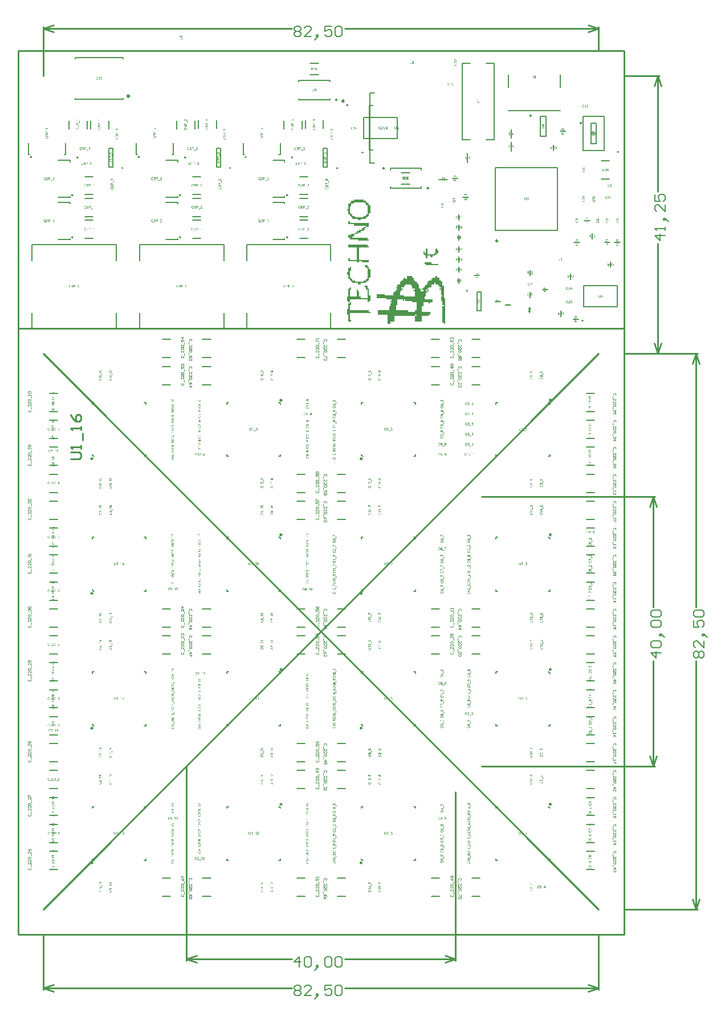
<source format=gto>
%FSLAX44Y44*%
%MOMM*%
G71*
G01*
G75*
G04 Layer_Color=16777215*
%ADD10O,0.8000X0.2000*%
%ADD11O,0.2000X0.8000*%
%ADD12R,0.3500X0.3500*%
%ADD13C,0.6000*%
G04:AMPARAMS|DCode=14|XSize=1mm|YSize=0.95mm|CornerRadius=0.1995mm|HoleSize=0mm|Usage=FLASHONLY|Rotation=90.000|XOffset=0mm|YOffset=0mm|HoleType=Round|Shape=RoundedRectangle|*
%AMROUNDEDRECTD14*
21,1,1.0000,0.5510,0,0,90.0*
21,1,0.6010,0.9500,0,0,90.0*
1,1,0.3990,0.2755,0.3005*
1,1,0.3990,0.2755,-0.3005*
1,1,0.3990,-0.2755,-0.3005*
1,1,0.3990,-0.2755,0.3005*
%
%ADD14ROUNDEDRECTD14*%
G04:AMPARAMS|DCode=15|XSize=1mm|YSize=0.95mm|CornerRadius=0.1995mm|HoleSize=0mm|Usage=FLASHONLY|Rotation=0.000|XOffset=0mm|YOffset=0mm|HoleType=Round|Shape=RoundedRectangle|*
%AMROUNDEDRECTD15*
21,1,1.0000,0.5510,0,0,0.0*
21,1,0.6010,0.9500,0,0,0.0*
1,1,0.3990,0.3005,-0.2755*
1,1,0.3990,-0.3005,-0.2755*
1,1,0.3990,-0.3005,0.2755*
1,1,0.3990,0.3005,0.2755*
%
%ADD15ROUNDEDRECTD15*%
G04:AMPARAMS|DCode=16|XSize=1mm|YSize=0.9mm|CornerRadius=0.198mm|HoleSize=0mm|Usage=FLASHONLY|Rotation=90.000|XOffset=0mm|YOffset=0mm|HoleType=Round|Shape=RoundedRectangle|*
%AMROUNDEDRECTD16*
21,1,1.0000,0.5040,0,0,90.0*
21,1,0.6040,0.9000,0,0,90.0*
1,1,0.3960,0.2520,0.3020*
1,1,0.3960,0.2520,-0.3020*
1,1,0.3960,-0.2520,-0.3020*
1,1,0.3960,-0.2520,0.3020*
%
%ADD16ROUNDEDRECTD16*%
G04:AMPARAMS|DCode=17|XSize=1mm|YSize=0.9mm|CornerRadius=0.198mm|HoleSize=0mm|Usage=FLASHONLY|Rotation=0.000|XOffset=0mm|YOffset=0mm|HoleType=Round|Shape=RoundedRectangle|*
%AMROUNDEDRECTD17*
21,1,1.0000,0.5040,0,0,0.0*
21,1,0.6040,0.9000,0,0,0.0*
1,1,0.3960,0.3020,-0.2520*
1,1,0.3960,-0.3020,-0.2520*
1,1,0.3960,-0.3020,0.2520*
1,1,0.3960,0.3020,0.2520*
%
%ADD17ROUNDEDRECTD17*%
G04:AMPARAMS|DCode=18|XSize=2.7mm|YSize=1.15mm|CornerRadius=0.2013mm|HoleSize=0mm|Usage=FLASHONLY|Rotation=90.000|XOffset=0mm|YOffset=0mm|HoleType=Round|Shape=RoundedRectangle|*
%AMROUNDEDRECTD18*
21,1,2.7000,0.7475,0,0,90.0*
21,1,2.2975,1.1500,0,0,90.0*
1,1,0.4025,0.3738,1.1487*
1,1,0.4025,0.3738,-1.1487*
1,1,0.4025,-0.3738,-1.1487*
1,1,0.4025,-0.3738,1.1487*
%
%ADD18ROUNDEDRECTD18*%
G04:AMPARAMS|DCode=19|XSize=2.5mm|YSize=2mm|CornerRadius=0.2mm|HoleSize=0mm|Usage=FLASHONLY|Rotation=270.000|XOffset=0mm|YOffset=0mm|HoleType=Round|Shape=RoundedRectangle|*
%AMROUNDEDRECTD19*
21,1,2.5000,1.6000,0,0,270.0*
21,1,2.1000,2.0000,0,0,270.0*
1,1,0.4000,-0.8000,-1.0500*
1,1,0.4000,-0.8000,1.0500*
1,1,0.4000,0.8000,1.0500*
1,1,0.4000,0.8000,-1.0500*
%
%ADD19ROUNDEDRECTD19*%
G04:AMPARAMS|DCode=20|XSize=2.3mm|YSize=0.5mm|CornerRadius=0.2mm|HoleSize=0mm|Usage=FLASHONLY|Rotation=270.000|XOffset=0mm|YOffset=0mm|HoleType=Round|Shape=RoundedRectangle|*
%AMROUNDEDRECTD20*
21,1,2.3000,0.1000,0,0,270.0*
21,1,1.9000,0.5000,0,0,270.0*
1,1,0.4000,-0.0500,-0.9500*
1,1,0.4000,-0.0500,0.9500*
1,1,0.4000,0.0500,0.9500*
1,1,0.4000,0.0500,-0.9500*
%
%ADD20ROUNDEDRECTD20*%
G04:AMPARAMS|DCode=21|XSize=2.5mm|YSize=1.7mm|CornerRadius=0.204mm|HoleSize=0mm|Usage=FLASHONLY|Rotation=0.000|XOffset=0mm|YOffset=0mm|HoleType=Round|Shape=RoundedRectangle|*
%AMROUNDEDRECTD21*
21,1,2.5000,1.2920,0,0,0.0*
21,1,2.0920,1.7000,0,0,0.0*
1,1,0.4080,1.0460,-0.6460*
1,1,0.4080,-1.0460,-0.6460*
1,1,0.4080,-1.0460,0.6460*
1,1,0.4080,1.0460,0.6460*
%
%ADD21ROUNDEDRECTD21*%
G04:AMPARAMS|DCode=22|XSize=1.1mm|YSize=0.8mm|CornerRadius=0.268mm|HoleSize=0mm|Usage=FLASHONLY|Rotation=0.000|XOffset=0mm|YOffset=0mm|HoleType=Round|Shape=RoundedRectangle|*
%AMROUNDEDRECTD22*
21,1,1.1000,0.2640,0,0,0.0*
21,1,0.5640,0.8000,0,0,0.0*
1,1,0.5360,0.2820,-0.1320*
1,1,0.5360,-0.2820,-0.1320*
1,1,0.5360,-0.2820,0.1320*
1,1,0.5360,0.2820,0.1320*
%
%ADD22ROUNDEDRECTD22*%
G04:AMPARAMS|DCode=23|XSize=1.1mm|YSize=0.6mm|CornerRadius=0.201mm|HoleSize=0mm|Usage=FLASHONLY|Rotation=0.000|XOffset=0mm|YOffset=0mm|HoleType=Round|Shape=RoundedRectangle|*
%AMROUNDEDRECTD23*
21,1,1.1000,0.1980,0,0,0.0*
21,1,0.6980,0.6000,0,0,0.0*
1,1,0.4020,0.3490,-0.0990*
1,1,0.4020,-0.3490,-0.0990*
1,1,0.4020,-0.3490,0.0990*
1,1,0.4020,0.3490,0.0990*
%
%ADD23ROUNDEDRECTD23*%
G04:AMPARAMS|DCode=24|XSize=1.2mm|YSize=1.2mm|CornerRadius=0.198mm|HoleSize=0mm|Usage=FLASHONLY|Rotation=0.000|XOffset=0mm|YOffset=0mm|HoleType=Round|Shape=RoundedRectangle|*
%AMROUNDEDRECTD24*
21,1,1.2000,0.8040,0,0,0.0*
21,1,0.8040,1.2000,0,0,0.0*
1,1,0.3960,0.4020,-0.4020*
1,1,0.3960,-0.4020,-0.4020*
1,1,0.3960,-0.4020,0.4020*
1,1,0.3960,0.4020,0.4020*
%
%ADD24ROUNDEDRECTD24*%
G04:AMPARAMS|DCode=25|XSize=1.45mm|YSize=1.15mm|CornerRadius=0.2013mm|HoleSize=0mm|Usage=FLASHONLY|Rotation=0.000|XOffset=0mm|YOffset=0mm|HoleType=Round|Shape=RoundedRectangle|*
%AMROUNDEDRECTD25*
21,1,1.4500,0.7475,0,0,0.0*
21,1,1.0475,1.1500,0,0,0.0*
1,1,0.4025,0.5238,-0.3738*
1,1,0.4025,-0.5238,-0.3738*
1,1,0.4025,-0.5238,0.3738*
1,1,0.4025,0.5238,0.3738*
%
%ADD25ROUNDEDRECTD25*%
G04:AMPARAMS|DCode=26|XSize=1.45mm|YSize=1.15mm|CornerRadius=0.2013mm|HoleSize=0mm|Usage=FLASHONLY|Rotation=270.000|XOffset=0mm|YOffset=0mm|HoleType=Round|Shape=RoundedRectangle|*
%AMROUNDEDRECTD26*
21,1,1.4500,0.7475,0,0,270.0*
21,1,1.0475,1.1500,0,0,270.0*
1,1,0.4025,-0.3738,-0.5238*
1,1,0.4025,-0.3738,0.5238*
1,1,0.4025,0.3738,0.5238*
1,1,0.4025,0.3738,-0.5238*
%
%ADD26ROUNDEDRECTD26*%
G04:AMPARAMS|DCode=27|XSize=2.7mm|YSize=1.15mm|CornerRadius=0.2013mm|HoleSize=0mm|Usage=FLASHONLY|Rotation=180.000|XOffset=0mm|YOffset=0mm|HoleType=Round|Shape=RoundedRectangle|*
%AMROUNDEDRECTD27*
21,1,2.7000,0.7475,0,0,180.0*
21,1,2.2975,1.1500,0,0,180.0*
1,1,0.4025,-1.1487,0.3738*
1,1,0.4025,1.1487,0.3738*
1,1,0.4025,1.1487,-0.3738*
1,1,0.4025,-1.1487,-0.3738*
%
%ADD27ROUNDEDRECTD27*%
G04:AMPARAMS|DCode=28|XSize=1.05mm|YSize=0.65mm|CornerRadius=0.2015mm|HoleSize=0mm|Usage=FLASHONLY|Rotation=180.000|XOffset=0mm|YOffset=0mm|HoleType=Round|Shape=RoundedRectangle|*
%AMROUNDEDRECTD28*
21,1,1.0500,0.2470,0,0,180.0*
21,1,0.6470,0.6500,0,0,180.0*
1,1,0.4030,-0.3235,0.1235*
1,1,0.4030,0.3235,0.1235*
1,1,0.4030,0.3235,-0.1235*
1,1,0.4030,-0.3235,-0.1235*
%
%ADD28ROUNDEDRECTD28*%
G04:AMPARAMS|DCode=29|XSize=1.2mm|YSize=1.2mm|CornerRadius=0.198mm|HoleSize=0mm|Usage=FLASHONLY|Rotation=90.000|XOffset=0mm|YOffset=0mm|HoleType=Round|Shape=RoundedRectangle|*
%AMROUNDEDRECTD29*
21,1,1.2000,0.8040,0,0,90.0*
21,1,0.8040,1.2000,0,0,90.0*
1,1,0.3960,0.4020,0.4020*
1,1,0.3960,0.4020,-0.4020*
1,1,0.3960,-0.4020,-0.4020*
1,1,0.3960,-0.4020,0.4020*
%
%ADD29ROUNDEDRECTD29*%
G04:AMPARAMS|DCode=30|XSize=3.3mm|YSize=2.5mm|CornerRadius=0.2mm|HoleSize=0mm|Usage=FLASHONLY|Rotation=270.000|XOffset=0mm|YOffset=0mm|HoleType=Round|Shape=RoundedRectangle|*
%AMROUNDEDRECTD30*
21,1,3.3000,2.1000,0,0,270.0*
21,1,2.9000,2.5000,0,0,270.0*
1,1,0.4000,-1.0500,-1.4500*
1,1,0.4000,-1.0500,1.4500*
1,1,0.4000,1.0500,1.4500*
1,1,0.4000,1.0500,-1.4500*
%
%ADD30ROUNDEDRECTD30*%
G04:AMPARAMS|DCode=31|XSize=6.5mm|YSize=5mm|CornerRadius=0.25mm|HoleSize=0mm|Usage=FLASHONLY|Rotation=90.000|XOffset=0mm|YOffset=0mm|HoleType=Round|Shape=RoundedRectangle|*
%AMROUNDEDRECTD31*
21,1,6.5000,4.5000,0,0,90.0*
21,1,6.0000,5.0000,0,0,90.0*
1,1,0.5000,2.2500,3.0000*
1,1,0.5000,2.2500,-3.0000*
1,1,0.5000,-2.2500,-3.0000*
1,1,0.5000,-2.2500,3.0000*
%
%ADD31ROUNDEDRECTD31*%
%ADD32O,0.5000X1.3500*%
%ADD33O,1.3500X0.5000*%
G04:AMPARAMS|DCode=34|XSize=1.75mm|YSize=1.05mm|CornerRadius=0.1995mm|HoleSize=0mm|Usage=FLASHONLY|Rotation=90.000|XOffset=0mm|YOffset=0mm|HoleType=Round|Shape=RoundedRectangle|*
%AMROUNDEDRECTD34*
21,1,1.7500,0.6510,0,0,90.0*
21,1,1.3510,1.0500,0,0,90.0*
1,1,0.3990,0.3255,0.6755*
1,1,0.3990,0.3255,-0.6755*
1,1,0.3990,-0.3255,-0.6755*
1,1,0.3990,-0.3255,0.6755*
%
%ADD34ROUNDEDRECTD34*%
G04:AMPARAMS|DCode=35|XSize=0.7mm|YSize=0.25mm|CornerRadius=0.0838mm|HoleSize=0mm|Usage=FLASHONLY|Rotation=0.000|XOffset=0mm|YOffset=0mm|HoleType=Round|Shape=RoundedRectangle|*
%AMROUNDEDRECTD35*
21,1,0.7000,0.0825,0,0,0.0*
21,1,0.5325,0.2500,0,0,0.0*
1,1,0.1675,0.2662,-0.0413*
1,1,0.1675,-0.2662,-0.0413*
1,1,0.1675,-0.2662,0.0413*
1,1,0.1675,0.2662,0.0413*
%
%ADD35ROUNDEDRECTD35*%
G04:AMPARAMS|DCode=36|XSize=1.35mm|YSize=1.65mm|CornerRadius=0.27mm|HoleSize=0mm|Usage=FLASHONLY|Rotation=90.000|XOffset=0mm|YOffset=0mm|HoleType=Round|Shape=RoundedRectangle|*
%AMROUNDEDRECTD36*
21,1,1.3500,1.1100,0,0,90.0*
21,1,0.8100,1.6500,0,0,90.0*
1,1,0.5400,0.5550,0.4050*
1,1,0.5400,0.5550,-0.4050*
1,1,0.5400,-0.5550,-0.4050*
1,1,0.5400,-0.5550,0.4050*
%
%ADD36ROUNDEDRECTD36*%
%ADD37O,0.6000X1.5500*%
G04:AMPARAMS|DCode=38|XSize=3.95mm|YSize=1.2mm|CornerRadius=0.198mm|HoleSize=0mm|Usage=FLASHONLY|Rotation=0.000|XOffset=0mm|YOffset=0mm|HoleType=Round|Shape=RoundedRectangle|*
%AMROUNDEDRECTD38*
21,1,3.9500,0.8040,0,0,0.0*
21,1,3.5540,1.2000,0,0,0.0*
1,1,0.3960,1.7770,-0.4020*
1,1,0.3960,-1.7770,-0.4020*
1,1,0.3960,-1.7770,0.4020*
1,1,0.3960,1.7770,0.4020*
%
%ADD38ROUNDEDRECTD38*%
G04:AMPARAMS|DCode=39|XSize=11.3mm|YSize=10.75mm|CornerRadius=0.215mm|HoleSize=0mm|Usage=FLASHONLY|Rotation=0.000|XOffset=0mm|YOffset=0mm|HoleType=Round|Shape=RoundedRectangle|*
%AMROUNDEDRECTD39*
21,1,11.3000,10.3200,0,0,0.0*
21,1,10.8700,10.7500,0,0,0.0*
1,1,0.4300,5.4350,-5.1600*
1,1,0.4300,-5.4350,-5.1600*
1,1,0.4300,-5.4350,5.1600*
1,1,0.4300,5.4350,5.1600*
%
%ADD39ROUNDEDRECTD39*%
G04:AMPARAMS|DCode=40|XSize=2.85mm|YSize=1mm|CornerRadius=0.2mm|HoleSize=0mm|Usage=FLASHONLY|Rotation=0.000|XOffset=0mm|YOffset=0mm|HoleType=Round|Shape=RoundedRectangle|*
%AMROUNDEDRECTD40*
21,1,2.8500,0.6000,0,0,0.0*
21,1,2.4500,1.0000,0,0,0.0*
1,1,0.4000,1.2250,-0.3000*
1,1,0.4000,-1.2250,-0.3000*
1,1,0.4000,-1.2250,0.3000*
1,1,0.4000,1.2250,0.3000*
%
%ADD40ROUNDEDRECTD40*%
G04:AMPARAMS|DCode=41|XSize=6.45mm|YSize=6mm|CornerRadius=0.21mm|HoleSize=0mm|Usage=FLASHONLY|Rotation=0.000|XOffset=0mm|YOffset=0mm|HoleType=Round|Shape=RoundedRectangle|*
%AMROUNDEDRECTD41*
21,1,6.4500,5.5800,0,0,0.0*
21,1,6.0300,6.0000,0,0,0.0*
1,1,0.4200,3.0150,-2.7900*
1,1,0.4200,-3.0150,-2.7900*
1,1,0.4200,-3.0150,2.7900*
1,1,0.4200,3.0150,2.7900*
%
%ADD41ROUNDEDRECTD41*%
%ADD42O,1.5500X0.6000*%
G04:AMPARAMS|DCode=43|XSize=4.9mm|YSize=1.6mm|CornerRadius=0.2mm|HoleSize=0mm|Usage=FLASHONLY|Rotation=270.000|XOffset=0mm|YOffset=0mm|HoleType=Round|Shape=RoundedRectangle|*
%AMROUNDEDRECTD43*
21,1,4.9000,1.2000,0,0,270.0*
21,1,4.5000,1.6000,0,0,270.0*
1,1,0.4000,-0.6000,-2.2500*
1,1,0.4000,-0.6000,2.2500*
1,1,0.4000,0.6000,2.2500*
1,1,0.4000,0.6000,-2.2500*
%
%ADD43ROUNDEDRECTD43*%
%ADD44C,1.0000*%
%ADD45O,1.5000X0.3000*%
%ADD46O,0.3000X1.5000*%
%ADD47R,1.3000X1.3000*%
%ADD48C,1.3000*%
%ADD49C,0.2000*%
%ADD50C,0.2500*%
%ADD51C,0.6000*%
%ADD52C,0.5000*%
%ADD53C,0.4000*%
%ADD54C,0.4500*%
%ADD55C,0.3500*%
%ADD56C,2.0000*%
%ADD57C,0.2540*%
%ADD58C,0.3000*%
%ADD59C,0.5000*%
%ADD60C,2.5000*%
%ADD61C,7.0000*%
%ADD62C,2.0000*%
%ADD63C,4.5000*%
%ADD64C,0.1500*%
%ADD65C,0.1000*%
%ADD66C,0.1524*%
G36*
X-536124Y433593D02*
X-538900D01*
X-538894Y433582D01*
X-538883Y433571D01*
X-538872Y433548D01*
X-538855Y433526D01*
X-538844Y433493D01*
X-538827Y433454D01*
X-538811Y433409D01*
X-538788Y433354D01*
X-538772Y433293D01*
X-538761Y433226D01*
X-538744Y433148D01*
X-538733Y433059D01*
X-538722Y432964D01*
X-538716Y432859D01*
Y432742D01*
X-539172D01*
Y432753D01*
Y432781D01*
X-539178Y432820D01*
X-539184Y432875D01*
X-539195Y432942D01*
X-539206Y433014D01*
X-539228Y433092D01*
X-539250Y433176D01*
X-539284Y433265D01*
X-539328Y433348D01*
X-539378Y433426D01*
X-539445Y433504D01*
X-539517Y433571D01*
X-539601Y433626D01*
X-539701Y433671D01*
X-539812Y433704D01*
Y434149D01*
X-536124D01*
Y433593D01*
D02*
G37*
G36*
X-535351Y429388D02*
X-535696D01*
Y432269D01*
X-535351D01*
Y429388D01*
D02*
G37*
G36*
X-537231Y429249D02*
X-537187Y429243D01*
X-537136Y429237D01*
X-537081Y429226D01*
X-537014Y429215D01*
X-536875Y429176D01*
X-536803Y429154D01*
X-536730Y429121D01*
X-536652Y429082D01*
X-536580Y429043D01*
X-536508Y428993D01*
X-536436Y428937D01*
X-536430Y428932D01*
X-536419Y428920D01*
X-536402Y428904D01*
X-536380Y428881D01*
X-536352Y428848D01*
X-536319Y428809D01*
X-536285Y428765D01*
X-536252Y428714D01*
X-536219Y428653D01*
X-536185Y428592D01*
X-536152Y428520D01*
X-536124Y428447D01*
X-536102Y428364D01*
X-536085Y428281D01*
X-536074Y428186D01*
X-536068Y428092D01*
Y428086D01*
Y428064D01*
X-536074Y428036D01*
Y427991D01*
X-536085Y427941D01*
X-536091Y427886D01*
X-536107Y427819D01*
X-536124Y427752D01*
X-536152Y427674D01*
X-536180Y427602D01*
X-536219Y427524D01*
X-536263Y427446D01*
X-536313Y427368D01*
X-536374Y427290D01*
X-536447Y427224D01*
X-536525Y427157D01*
X-536530Y427151D01*
X-536547Y427140D01*
X-536575Y427129D01*
X-536608Y427107D01*
X-536658Y427079D01*
X-536714Y427051D01*
X-536780Y427024D01*
X-536858Y426996D01*
X-536947Y426962D01*
X-537042Y426935D01*
X-537147Y426907D01*
X-537264Y426879D01*
X-537392Y426857D01*
X-537526Y426846D01*
X-537670Y426834D01*
X-537826Y426829D01*
X-537910D01*
X-537954Y426834D01*
X-538010Y426840D01*
X-538071D01*
X-538138Y426851D01*
X-538210Y426857D01*
X-538288Y426868D01*
X-538455Y426896D01*
X-538633Y426940D01*
X-538822Y426990D01*
X-539005Y427062D01*
X-539184Y427146D01*
X-539350Y427252D01*
X-539428Y427313D01*
X-539501Y427379D01*
X-539567Y427452D01*
X-539628Y427530D01*
X-539684Y427613D01*
X-539729Y427702D01*
X-539762Y427797D01*
X-539790Y427902D01*
X-539807Y428014D01*
X-539812Y428130D01*
Y428136D01*
Y428147D01*
Y428169D01*
X-539807Y428203D01*
Y428236D01*
X-539801Y428281D01*
X-539784Y428375D01*
X-539756Y428487D01*
X-539712Y428603D01*
X-539656Y428726D01*
X-539578Y428837D01*
Y428843D01*
X-539567Y428848D01*
X-539556Y428865D01*
X-539534Y428881D01*
X-539506Y428904D01*
X-539478Y428932D01*
X-539439Y428959D01*
X-539400Y428993D01*
X-539350Y429021D01*
X-539295Y429054D01*
X-539234Y429082D01*
X-539167Y429109D01*
X-539095Y429137D01*
X-539011Y429160D01*
X-538928Y429176D01*
X-538833Y429193D01*
Y428625D01*
X-538839D01*
X-538855Y428620D01*
X-538883Y428614D01*
X-538916Y428609D01*
X-538955Y428598D01*
X-539000Y428581D01*
X-539095Y428536D01*
X-539145Y428509D01*
X-539189Y428470D01*
X-539234Y428431D01*
X-539272Y428381D01*
X-539306Y428325D01*
X-539334Y428258D01*
X-539350Y428186D01*
X-539356Y428103D01*
Y428097D01*
Y428092D01*
Y428075D01*
X-539350Y428053D01*
X-539339Y428003D01*
X-539317Y427936D01*
X-539278Y427858D01*
X-539250Y427819D01*
X-539217Y427775D01*
X-539178Y427735D01*
X-539139Y427697D01*
X-539083Y427658D01*
X-539028Y427619D01*
X-539022D01*
X-539011Y427613D01*
X-538994Y427602D01*
X-538966Y427591D01*
X-538933Y427574D01*
X-538894Y427557D01*
X-538850Y427541D01*
X-538794Y427519D01*
X-538733Y427502D01*
X-538666Y427480D01*
X-538594Y427463D01*
X-538510Y427446D01*
X-538427Y427430D01*
X-538332Y427413D01*
X-538232Y427402D01*
X-538127Y427396D01*
X-538132Y427402D01*
X-538143Y427407D01*
X-538160Y427424D01*
X-538188Y427446D01*
X-538216Y427474D01*
X-538249Y427508D01*
X-538282Y427546D01*
X-538321Y427591D01*
X-538388Y427697D01*
X-538449Y427825D01*
X-538477Y427897D01*
X-538494Y427975D01*
X-538505Y428058D01*
X-538510Y428142D01*
Y428147D01*
Y428164D01*
Y428186D01*
X-538505Y428219D01*
X-538499Y428258D01*
X-538494Y428308D01*
X-538466Y428420D01*
X-538427Y428542D01*
X-538399Y428609D01*
X-538366Y428676D01*
X-538327Y428742D01*
X-538282Y428809D01*
X-538232Y428870D01*
X-538171Y428932D01*
X-538166Y428937D01*
X-538154Y428948D01*
X-538138Y428959D01*
X-538110Y428982D01*
X-538077Y429004D01*
X-538038Y429032D01*
X-537993Y429065D01*
X-537937Y429093D01*
X-537882Y429121D01*
X-537815Y429154D01*
X-537748Y429182D01*
X-537670Y429204D01*
X-537593Y429226D01*
X-537504Y429243D01*
X-537415Y429249D01*
X-537320Y429254D01*
X-537270D01*
X-537231Y429249D01*
D02*
G37*
G36*
X-536124Y436396D02*
X-538900D01*
X-538894Y436385D01*
X-538883Y436374D01*
X-538872Y436352D01*
X-538855Y436330D01*
X-538844Y436296D01*
X-538827Y436257D01*
X-538811Y436213D01*
X-538788Y436157D01*
X-538772Y436096D01*
X-538761Y436029D01*
X-538744Y435951D01*
X-538733Y435863D01*
X-538722Y435768D01*
X-538716Y435662D01*
Y435545D01*
X-539172D01*
Y435556D01*
Y435584D01*
X-539178Y435623D01*
X-539184Y435679D01*
X-539195Y435746D01*
X-539206Y435818D01*
X-539228Y435896D01*
X-539250Y435979D01*
X-539284Y436068D01*
X-539328Y436152D01*
X-539378Y436230D01*
X-539445Y436307D01*
X-539517Y436374D01*
X-539601Y436430D01*
X-539701Y436474D01*
X-539812Y436508D01*
Y436953D01*
X-536124D01*
Y436396D01*
D02*
G37*
G36*
X-629743Y141285D02*
X-629698Y141279D01*
X-629648Y141273D01*
X-629593Y141262D01*
X-629526Y141251D01*
X-629387Y141212D01*
X-629315Y141190D01*
X-629242Y141157D01*
X-629165Y141118D01*
X-629092Y141079D01*
X-629020Y141029D01*
X-628947Y140973D01*
X-628942Y140968D01*
X-628931Y140956D01*
X-628914Y140940D01*
X-628892Y140917D01*
X-628864Y140884D01*
X-628831Y140845D01*
X-628797Y140801D01*
X-628764Y140751D01*
X-628731Y140689D01*
X-628697Y140628D01*
X-628664Y140556D01*
X-628636Y140484D01*
X-628614Y140400D01*
X-628597Y140317D01*
X-628586Y140222D01*
X-628580Y140127D01*
Y140122D01*
Y140100D01*
X-628586Y140072D01*
Y140027D01*
X-628597Y139977D01*
X-628603Y139922D01*
X-628619Y139855D01*
X-628636Y139788D01*
X-628664Y139710D01*
X-628692Y139638D01*
X-628731Y139560D01*
X-628775Y139482D01*
X-628825Y139404D01*
X-628886Y139326D01*
X-628959Y139260D01*
X-629036Y139193D01*
X-629042Y139187D01*
X-629059Y139176D01*
X-629087Y139165D01*
X-629120Y139143D01*
X-629170Y139115D01*
X-629226Y139087D01*
X-629292Y139059D01*
X-629370Y139032D01*
X-629459Y138998D01*
X-629554Y138970D01*
X-629660Y138943D01*
X-629776Y138915D01*
X-629904Y138893D01*
X-630038Y138882D01*
X-630182Y138870D01*
X-630338Y138865D01*
X-630422D01*
X-630466Y138870D01*
X-630522Y138876D01*
X-630583D01*
X-630650Y138887D01*
X-630722Y138893D01*
X-630800Y138904D01*
X-630967Y138932D01*
X-631145Y138976D01*
X-631334Y139026D01*
X-631517Y139098D01*
X-631696Y139182D01*
X-631862Y139288D01*
X-631940Y139349D01*
X-632012Y139416D01*
X-632079Y139488D01*
X-632141Y139566D01*
X-632196Y139649D01*
X-632241Y139738D01*
X-632274Y139833D01*
X-632302Y139938D01*
X-632318Y140050D01*
X-632324Y140166D01*
Y140172D01*
Y140183D01*
Y140205D01*
X-632318Y140239D01*
Y140272D01*
X-632313Y140317D01*
X-632296Y140411D01*
X-632268Y140522D01*
X-632224Y140639D01*
X-632168Y140762D01*
X-632090Y140873D01*
Y140878D01*
X-632079Y140884D01*
X-632068Y140901D01*
X-632046Y140917D01*
X-632018Y140940D01*
X-631990Y140968D01*
X-631951Y140995D01*
X-631912Y141029D01*
X-631862Y141056D01*
X-631807Y141090D01*
X-631745Y141118D01*
X-631679Y141145D01*
X-631606Y141173D01*
X-631523Y141195D01*
X-631440Y141212D01*
X-631345Y141229D01*
Y140661D01*
X-631351D01*
X-631367Y140656D01*
X-631395Y140650D01*
X-631428Y140645D01*
X-631467Y140634D01*
X-631512Y140617D01*
X-631606Y140573D01*
X-631656Y140545D01*
X-631701Y140506D01*
X-631745Y140467D01*
X-631785Y140417D01*
X-631818Y140361D01*
X-631846Y140294D01*
X-631862Y140222D01*
X-631868Y140139D01*
Y140133D01*
Y140127D01*
Y140111D01*
X-631862Y140089D01*
X-631851Y140038D01*
X-631829Y139972D01*
X-631790Y139894D01*
X-631762Y139855D01*
X-631729Y139810D01*
X-631690Y139771D01*
X-631651Y139733D01*
X-631595Y139694D01*
X-631540Y139655D01*
X-631534D01*
X-631523Y139649D01*
X-631506Y139638D01*
X-631479Y139627D01*
X-631445Y139610D01*
X-631406Y139593D01*
X-631362Y139577D01*
X-631306Y139555D01*
X-631245Y139538D01*
X-631178Y139516D01*
X-631106Y139499D01*
X-631022Y139482D01*
X-630939Y139466D01*
X-630844Y139449D01*
X-630744Y139438D01*
X-630639Y139432D01*
X-630644Y139438D01*
X-630655Y139443D01*
X-630672Y139460D01*
X-630700Y139482D01*
X-630728Y139510D01*
X-630761Y139543D01*
X-630794Y139582D01*
X-630833Y139627D01*
X-630900Y139733D01*
X-630961Y139860D01*
X-630989Y139933D01*
X-631006Y140011D01*
X-631017Y140094D01*
X-631022Y140178D01*
Y140183D01*
Y140200D01*
Y140222D01*
X-631017Y140255D01*
X-631011Y140294D01*
X-631006Y140344D01*
X-630978Y140456D01*
X-630939Y140578D01*
X-630911Y140645D01*
X-630878Y140712D01*
X-630839Y140778D01*
X-630794Y140845D01*
X-630744Y140906D01*
X-630683Y140968D01*
X-630677Y140973D01*
X-630666Y140984D01*
X-630650Y140995D01*
X-630622Y141018D01*
X-630588Y141040D01*
X-630550Y141068D01*
X-630505Y141101D01*
X-630449Y141129D01*
X-630394Y141157D01*
X-630327Y141190D01*
X-630260Y141218D01*
X-630182Y141240D01*
X-630105Y141262D01*
X-630016Y141279D01*
X-629927Y141285D01*
X-629832Y141290D01*
X-629782D01*
X-629743Y141285D01*
D02*
G37*
G36*
X-257747Y1260538D02*
X-258235D01*
Y1262971D01*
X-258244Y1262967D01*
X-258254Y1262957D01*
X-258274Y1262947D01*
X-258293Y1262933D01*
X-258322Y1262923D01*
X-258356Y1262908D01*
X-258395Y1262894D01*
X-258444Y1262874D01*
X-258498Y1262859D01*
X-258556Y1262850D01*
X-258625Y1262835D01*
X-258703Y1262825D01*
X-258785Y1262815D01*
X-258878Y1262811D01*
X-258981D01*
Y1263211D01*
X-258946D01*
X-258912Y1263215D01*
X-258864Y1263220D01*
X-258805Y1263230D01*
X-258742Y1263240D01*
X-258673Y1263259D01*
X-258600Y1263279D01*
X-258522Y1263308D01*
X-258449Y1263347D01*
X-258381Y1263391D01*
X-258312Y1263449D01*
X-258254Y1263513D01*
X-258205Y1263586D01*
X-258166Y1263674D01*
X-258137Y1263771D01*
X-257747D01*
Y1260538D01*
D02*
G37*
G36*
X-629826Y138414D02*
X-629793D01*
X-629748Y138403D01*
X-629698Y138392D01*
X-629637Y138381D01*
X-629565Y138364D01*
X-629493Y138342D01*
X-629420Y138314D01*
X-629342Y138281D01*
X-629259Y138242D01*
X-629181Y138197D01*
X-629103Y138147D01*
X-629031Y138092D01*
X-628959Y138025D01*
X-628898Y137952D01*
X-628892Y137947D01*
X-628886Y137936D01*
X-628870Y137914D01*
X-628847Y137880D01*
X-628825Y137841D01*
X-628797Y137791D01*
X-628769Y137736D01*
X-628742Y137674D01*
X-628708Y137602D01*
X-628680Y137524D01*
X-628653Y137441D01*
X-628630Y137346D01*
X-628608Y137252D01*
X-628591Y137146D01*
X-628586Y137040D01*
X-628580Y136923D01*
Y136912D01*
Y136890D01*
X-628586Y136851D01*
Y136796D01*
X-628597Y136729D01*
X-628608Y136656D01*
X-628625Y136573D01*
X-628642Y136484D01*
X-628669Y136384D01*
X-628703Y136284D01*
X-628742Y136184D01*
X-628792Y136083D01*
X-628847Y135978D01*
X-628914Y135878D01*
X-628992Y135783D01*
X-629081Y135694D01*
X-629087Y135689D01*
X-629103Y135672D01*
X-629131Y135650D01*
X-629176Y135622D01*
X-629226Y135588D01*
X-629287Y135549D01*
X-629359Y135505D01*
X-629443Y135466D01*
X-629537Y135421D01*
X-629637Y135377D01*
X-629748Y135338D01*
X-629871Y135305D01*
X-630004Y135277D01*
X-630144Y135255D01*
X-630294Y135238D01*
X-630449Y135232D01*
X-630488D01*
X-630533Y135238D01*
X-630594D01*
X-630666Y135249D01*
X-630750Y135255D01*
X-630844Y135271D01*
X-630945Y135288D01*
X-631050Y135316D01*
X-631161Y135344D01*
X-631278Y135383D01*
X-631390Y135427D01*
X-631506Y135483D01*
X-631612Y135544D01*
X-631718Y135611D01*
X-631818Y135694D01*
X-631823Y135700D01*
X-631840Y135716D01*
X-631862Y135744D01*
X-631896Y135778D01*
X-631935Y135822D01*
X-631979Y135883D01*
X-632024Y135944D01*
X-632074Y136022D01*
X-632118Y136106D01*
X-632163Y136195D01*
X-632207Y136300D01*
X-632246Y136406D01*
X-632280Y136523D01*
X-632302Y136651D01*
X-632318Y136784D01*
X-632324Y136923D01*
Y136929D01*
Y136951D01*
Y136979D01*
X-632318Y137024D01*
X-632313Y137074D01*
X-632307Y137135D01*
X-632296Y137202D01*
X-632285Y137274D01*
X-632246Y137435D01*
X-632218Y137519D01*
X-632191Y137602D01*
X-632152Y137691D01*
X-632107Y137774D01*
X-632057Y137858D01*
X-632001Y137941D01*
X-631996Y137947D01*
X-631985Y137958D01*
X-631968Y137980D01*
X-631940Y138008D01*
X-631907Y138041D01*
X-631868Y138081D01*
X-631823Y138119D01*
X-631768Y138158D01*
X-631707Y138203D01*
X-631640Y138242D01*
X-631562Y138286D01*
X-631484Y138320D01*
X-631395Y138353D01*
X-631301Y138381D01*
X-631200Y138403D01*
X-631095Y138420D01*
Y137836D01*
X-631111D01*
X-631128Y137830D01*
X-631156Y137825D01*
X-631217Y137814D01*
X-631295Y137791D01*
X-631384Y137752D01*
X-631473Y137702D01*
X-631556Y137641D01*
X-631634Y137558D01*
X-631640Y137547D01*
X-631662Y137513D01*
X-631696Y137458D01*
X-631729Y137385D01*
X-631762Y137296D01*
X-631796Y137191D01*
X-631818Y137068D01*
X-631823Y136929D01*
Y136923D01*
Y136907D01*
Y136879D01*
X-631818Y136846D01*
X-631812Y136801D01*
X-631807Y136751D01*
X-631796Y136695D01*
X-631779Y136640D01*
X-631734Y136512D01*
X-631707Y136445D01*
X-631673Y136373D01*
X-631634Y136306D01*
X-631584Y136245D01*
X-631529Y136184D01*
X-631467Y136122D01*
X-631462Y136117D01*
X-631451Y136111D01*
X-631428Y136095D01*
X-631401Y136078D01*
X-631367Y136056D01*
X-631323Y136028D01*
X-631267Y136000D01*
X-631212Y135972D01*
X-631139Y135944D01*
X-631067Y135917D01*
X-630983Y135894D01*
X-630889Y135867D01*
X-630789Y135850D01*
X-630683Y135833D01*
X-630572Y135828D01*
X-630449Y135822D01*
X-630388D01*
X-630338Y135828D01*
X-630283Y135833D01*
X-630221Y135839D01*
X-630149Y135844D01*
X-630071Y135861D01*
X-629904Y135894D01*
X-629737Y135944D01*
X-629654Y135978D01*
X-629571Y136022D01*
X-629498Y136067D01*
X-629426Y136117D01*
X-629420Y136122D01*
X-629409Y136134D01*
X-629393Y136150D01*
X-629370Y136173D01*
X-629342Y136200D01*
X-629315Y136239D01*
X-629281Y136284D01*
X-629254Y136328D01*
X-629220Y136384D01*
X-629187Y136445D01*
X-629159Y136512D01*
X-629131Y136584D01*
X-629109Y136662D01*
X-629092Y136745D01*
X-629081Y136829D01*
X-629076Y136923D01*
Y136929D01*
Y136940D01*
Y136962D01*
X-629081Y136990D01*
Y137024D01*
X-629087Y137063D01*
X-629098Y137151D01*
X-629120Y137252D01*
X-629153Y137357D01*
X-629203Y137463D01*
X-629265Y137558D01*
Y137563D01*
X-629276Y137569D01*
X-629298Y137597D01*
X-629348Y137635D01*
X-629409Y137680D01*
X-629493Y137730D01*
X-629593Y137774D01*
X-629715Y137814D01*
X-629854Y137836D01*
Y138420D01*
X-629849D01*
X-629826Y138414D01*
D02*
G37*
G36*
X-536124Y633237D02*
X-538900D01*
X-538894Y633226D01*
X-538883Y633215D01*
X-538872Y633192D01*
X-538855Y633170D01*
X-538844Y633137D01*
X-538827Y633098D01*
X-538811Y633053D01*
X-538788Y632998D01*
X-538772Y632937D01*
X-538761Y632870D01*
X-538744Y632792D01*
X-538733Y632703D01*
X-538722Y632608D01*
X-538716Y632503D01*
Y632386D01*
X-539172D01*
Y632397D01*
Y632425D01*
X-539178Y632464D01*
X-539184Y632519D01*
X-539195Y632586D01*
X-539206Y632658D01*
X-539228Y632736D01*
X-539250Y632820D01*
X-539284Y632909D01*
X-539328Y632992D01*
X-539378Y633070D01*
X-539445Y633148D01*
X-539517Y633215D01*
X-539601Y633270D01*
X-539701Y633315D01*
X-539812Y633348D01*
Y633793D01*
X-536124D01*
Y633237D01*
D02*
G37*
G36*
X-535351Y629032D02*
X-535696D01*
Y631913D01*
X-535351D01*
Y629032D01*
D02*
G37*
G36*
X-537231Y628893D02*
X-537187Y628887D01*
X-537136Y628881D01*
X-537081Y628870D01*
X-537014Y628859D01*
X-536875Y628820D01*
X-536803Y628798D01*
X-536730Y628765D01*
X-536652Y628726D01*
X-536580Y628687D01*
X-536508Y628637D01*
X-536436Y628581D01*
X-536430Y628576D01*
X-536419Y628564D01*
X-536402Y628548D01*
X-536380Y628525D01*
X-536352Y628492D01*
X-536319Y628453D01*
X-536285Y628409D01*
X-536252Y628358D01*
X-536219Y628297D01*
X-536185Y628236D01*
X-536152Y628164D01*
X-536124Y628092D01*
X-536102Y628008D01*
X-536085Y627925D01*
X-536074Y627830D01*
X-536068Y627735D01*
Y627730D01*
Y627708D01*
X-536074Y627680D01*
Y627635D01*
X-536085Y627585D01*
X-536091Y627530D01*
X-536107Y627463D01*
X-536124Y627396D01*
X-536152Y627318D01*
X-536180Y627246D01*
X-536219Y627168D01*
X-536263Y627090D01*
X-536313Y627012D01*
X-536374Y626935D01*
X-536447Y626868D01*
X-536525Y626801D01*
X-536530Y626795D01*
X-536547Y626784D01*
X-536575Y626773D01*
X-536608Y626751D01*
X-536658Y626723D01*
X-536714Y626695D01*
X-536780Y626668D01*
X-536858Y626640D01*
X-536947Y626606D01*
X-537042Y626578D01*
X-537147Y626551D01*
X-537264Y626523D01*
X-537392Y626501D01*
X-537526Y626489D01*
X-537670Y626478D01*
X-537826Y626473D01*
X-537910D01*
X-537954Y626478D01*
X-538010Y626484D01*
X-538071D01*
X-538138Y626495D01*
X-538210Y626501D01*
X-538288Y626512D01*
X-538455Y626540D01*
X-538633Y626584D01*
X-538822Y626634D01*
X-539005Y626706D01*
X-539184Y626790D01*
X-539350Y626896D01*
X-539428Y626957D01*
X-539501Y627024D01*
X-539567Y627096D01*
X-539628Y627174D01*
X-539684Y627257D01*
X-539729Y627346D01*
X-539762Y627441D01*
X-539790Y627546D01*
X-539807Y627658D01*
X-539812Y627775D01*
Y627780D01*
Y627791D01*
Y627813D01*
X-539807Y627847D01*
Y627880D01*
X-539801Y627925D01*
X-539784Y628019D01*
X-539756Y628130D01*
X-539712Y628247D01*
X-539656Y628370D01*
X-539578Y628481D01*
Y628487D01*
X-539567Y628492D01*
X-539556Y628509D01*
X-539534Y628525D01*
X-539506Y628548D01*
X-539478Y628576D01*
X-539439Y628603D01*
X-539400Y628637D01*
X-539350Y628665D01*
X-539295Y628698D01*
X-539234Y628726D01*
X-539167Y628754D01*
X-539095Y628781D01*
X-539011Y628803D01*
X-538928Y628820D01*
X-538833Y628837D01*
Y628270D01*
X-538839D01*
X-538855Y628264D01*
X-538883Y628258D01*
X-538916Y628253D01*
X-538955Y628242D01*
X-539000Y628225D01*
X-539095Y628181D01*
X-539145Y628153D01*
X-539189Y628114D01*
X-539234Y628075D01*
X-539272Y628025D01*
X-539306Y627969D01*
X-539334Y627902D01*
X-539350Y627830D01*
X-539356Y627747D01*
Y627741D01*
Y627735D01*
Y627719D01*
X-539350Y627697D01*
X-539339Y627646D01*
X-539317Y627580D01*
X-539278Y627502D01*
X-539250Y627463D01*
X-539217Y627419D01*
X-539178Y627379D01*
X-539139Y627341D01*
X-539083Y627302D01*
X-539028Y627263D01*
X-539022D01*
X-539011Y627257D01*
X-538994Y627246D01*
X-538966Y627235D01*
X-538933Y627218D01*
X-538894Y627201D01*
X-538850Y627185D01*
X-538794Y627163D01*
X-538733Y627146D01*
X-538666Y627124D01*
X-538594Y627107D01*
X-538510Y627090D01*
X-538427Y627074D01*
X-538332Y627057D01*
X-538232Y627046D01*
X-538127Y627040D01*
X-538132Y627046D01*
X-538143Y627051D01*
X-538160Y627068D01*
X-538188Y627090D01*
X-538216Y627118D01*
X-538249Y627151D01*
X-538282Y627190D01*
X-538321Y627235D01*
X-538388Y627341D01*
X-538449Y627468D01*
X-538477Y627541D01*
X-538494Y627619D01*
X-538505Y627702D01*
X-538510Y627786D01*
Y627791D01*
Y627808D01*
Y627830D01*
X-538505Y627864D01*
X-538499Y627902D01*
X-538494Y627952D01*
X-538466Y628064D01*
X-538427Y628186D01*
X-538399Y628253D01*
X-538366Y628320D01*
X-538327Y628386D01*
X-538282Y628453D01*
X-538232Y628514D01*
X-538171Y628576D01*
X-538166Y628581D01*
X-538154Y628592D01*
X-538138Y628603D01*
X-538110Y628625D01*
X-538077Y628648D01*
X-538038Y628676D01*
X-537993Y628709D01*
X-537937Y628737D01*
X-537882Y628765D01*
X-537815Y628798D01*
X-537748Y628826D01*
X-537670Y628848D01*
X-537593Y628870D01*
X-537504Y628887D01*
X-537415Y628893D01*
X-537320Y628898D01*
X-537270D01*
X-537231Y628893D01*
D02*
G37*
G36*
X-537809Y637264D02*
X-537759D01*
X-537704Y637259D01*
X-537643Y637253D01*
X-537498Y637231D01*
X-537342Y637209D01*
X-537175Y637170D01*
X-537003Y637120D01*
X-536825Y637053D01*
X-536658Y636975D01*
X-536502Y636880D01*
X-536358Y636758D01*
X-536297Y636697D01*
X-536241Y636625D01*
X-536191Y636547D01*
X-536146Y636463D01*
X-536113Y636374D01*
X-536091Y636274D01*
X-536074Y636174D01*
X-536068Y636063D01*
Y636057D01*
Y636052D01*
Y636035D01*
X-536074Y636013D01*
X-536079Y635951D01*
X-536096Y635874D01*
X-536124Y635785D01*
X-536169Y635685D01*
X-536224Y635573D01*
X-536302Y635462D01*
X-536347Y635406D01*
X-536402Y635351D01*
X-536458Y635295D01*
X-536525Y635239D01*
X-536597Y635189D01*
X-536675Y635139D01*
X-536758Y635095D01*
X-536853Y635050D01*
X-536958Y635011D01*
X-537070Y634972D01*
X-537187Y634939D01*
X-537314Y634911D01*
X-537453Y634889D01*
X-537604Y634872D01*
X-537765Y634867D01*
X-537932Y634861D01*
X-538015D01*
X-538054Y634867D01*
X-538104D01*
X-538160Y634872D01*
X-538227Y634878D01*
X-538366Y634900D01*
X-538527Y634922D01*
X-538699Y634961D01*
X-538872Y635011D01*
X-539050Y635073D01*
X-539217Y635156D01*
X-539378Y635251D01*
X-539517Y635367D01*
X-539584Y635434D01*
X-539640Y635507D01*
X-539690Y635584D01*
X-539734Y635668D01*
X-539767Y635757D01*
X-539790Y635851D01*
X-539807Y635951D01*
X-539812Y636063D01*
Y636068D01*
Y636074D01*
Y636091D01*
X-539807Y636113D01*
X-539801Y636174D01*
X-539784Y636252D01*
X-539756Y636341D01*
X-539712Y636447D01*
X-539656Y636552D01*
X-539578Y636669D01*
X-539528Y636725D01*
X-539478Y636780D01*
X-539417Y636836D01*
X-539356Y636886D01*
X-539284Y636942D01*
X-539200Y636992D01*
X-539117Y637036D01*
X-539017Y637081D01*
X-538916Y637120D01*
X-538805Y637159D01*
X-538683Y637192D01*
X-538555Y637220D01*
X-538410Y637242D01*
X-538266Y637259D01*
X-538104Y637264D01*
X-537932Y637270D01*
X-537854D01*
X-537809Y637264D01*
D02*
G37*
G36*
X-255728Y1263766D02*
X-255694D01*
X-255650Y1263757D01*
X-255552Y1263742D01*
X-255440Y1263713D01*
X-255328Y1263669D01*
X-255269Y1263644D01*
X-255211Y1263610D01*
X-255157Y1263576D01*
X-255108Y1263532D01*
X-255104Y1263527D01*
X-255099Y1263523D01*
X-255084Y1263508D01*
X-255069Y1263488D01*
X-255045Y1263469D01*
X-255026Y1263440D01*
X-254977Y1263366D01*
X-254928Y1263279D01*
X-254884Y1263176D01*
X-254855Y1263059D01*
X-254850Y1262991D01*
X-254845Y1262923D01*
Y1262913D01*
Y1262889D01*
X-254850Y1262845D01*
X-254860Y1262796D01*
X-254874Y1262732D01*
X-254894Y1262664D01*
X-254923Y1262596D01*
X-254962Y1262523D01*
X-254967Y1262513D01*
X-254982Y1262494D01*
X-255006Y1262459D01*
X-255045Y1262425D01*
X-255089Y1262386D01*
X-255143Y1262347D01*
X-255206Y1262313D01*
X-255279Y1262289D01*
X-255269D01*
X-255255Y1262284D01*
X-255235Y1262279D01*
X-255187Y1262264D01*
X-255128Y1262240D01*
X-255060Y1262201D01*
X-254986Y1262157D01*
X-254918Y1262094D01*
X-254855Y1262016D01*
Y1262011D01*
X-254850Y1262006D01*
X-254830Y1261977D01*
X-254801Y1261928D01*
X-254772Y1261864D01*
X-254743Y1261791D01*
X-254713Y1261699D01*
X-254694Y1261601D01*
X-254689Y1261494D01*
Y1261489D01*
Y1261474D01*
Y1261450D01*
X-254694Y1261421D01*
X-254699Y1261382D01*
X-254704Y1261338D01*
X-254713Y1261289D01*
X-254728Y1261235D01*
X-254762Y1261118D01*
X-254787Y1261060D01*
X-254821Y1260996D01*
X-254855Y1260938D01*
X-254894Y1260879D01*
X-254943Y1260821D01*
X-254996Y1260767D01*
X-255001Y1260762D01*
X-255011Y1260757D01*
X-255026Y1260743D01*
X-255050Y1260723D01*
X-255079Y1260704D01*
X-255118Y1260679D01*
X-255157Y1260655D01*
X-255206Y1260631D01*
X-255260Y1260601D01*
X-255318Y1260577D01*
X-255382Y1260553D01*
X-255450Y1260533D01*
X-255523Y1260514D01*
X-255596Y1260499D01*
X-255679Y1260494D01*
X-255762Y1260489D01*
X-255806D01*
X-255835Y1260494D01*
X-255874Y1260499D01*
X-255923Y1260504D01*
X-255972Y1260509D01*
X-256025Y1260518D01*
X-256142Y1260548D01*
X-256264Y1260592D01*
X-256328Y1260621D01*
X-256386Y1260655D01*
X-256450Y1260689D01*
X-256503Y1260733D01*
X-256508Y1260738D01*
X-256518Y1260743D01*
X-256528Y1260757D01*
X-256547Y1260777D01*
X-256572Y1260806D01*
X-256596Y1260835D01*
X-256620Y1260874D01*
X-256649Y1260913D01*
X-256679Y1260962D01*
X-256708Y1261016D01*
X-256732Y1261074D01*
X-256757Y1261138D01*
X-256776Y1261206D01*
X-256796Y1261279D01*
X-256806Y1261357D01*
X-256815Y1261440D01*
X-256308D01*
Y1261435D01*
Y1261430D01*
Y1261416D01*
Y1261396D01*
X-256298Y1261352D01*
X-256289Y1261294D01*
X-256274Y1261226D01*
X-256250Y1261157D01*
X-256215Y1261094D01*
X-256167Y1261031D01*
X-256162Y1261026D01*
X-256142Y1261006D01*
X-256108Y1260987D01*
X-256064Y1260957D01*
X-256006Y1260933D01*
X-255938Y1260909D01*
X-255855Y1260889D01*
X-255762Y1260884D01*
X-255737D01*
X-255718Y1260889D01*
X-255674Y1260894D01*
X-255616Y1260904D01*
X-255547Y1260923D01*
X-255479Y1260953D01*
X-255411Y1260996D01*
X-255352Y1261050D01*
X-255347Y1261060D01*
X-255328Y1261079D01*
X-255303Y1261118D01*
X-255274Y1261167D01*
X-255245Y1261230D01*
X-255221Y1261304D01*
X-255201Y1261386D01*
X-255196Y1261484D01*
Y1261489D01*
Y1261494D01*
Y1261508D01*
Y1261528D01*
X-255206Y1261577D01*
X-255216Y1261635D01*
X-255235Y1261703D01*
X-255264Y1261772D01*
X-255303Y1261840D01*
X-255357Y1261899D01*
X-255362Y1261904D01*
X-255386Y1261923D01*
X-255420Y1261947D01*
X-255474Y1261972D01*
X-255538Y1262001D01*
X-255620Y1262020D01*
X-255713Y1262040D01*
X-255825Y1262045D01*
X-256020D01*
Y1262445D01*
X-255860D01*
X-255835Y1262450D01*
X-255801Y1262455D01*
X-255762Y1262459D01*
X-255713Y1262469D01*
X-255669Y1262484D01*
X-255616Y1262508D01*
X-255567Y1262533D01*
X-255518Y1262562D01*
X-255474Y1262606D01*
X-255435Y1262650D01*
X-255401Y1262708D01*
X-255377Y1262772D01*
X-255357Y1262845D01*
X-255352Y1262933D01*
Y1262937D01*
Y1262942D01*
Y1262967D01*
X-255357Y1263006D01*
X-255367Y1263054D01*
X-255382Y1263108D01*
X-255401Y1263162D01*
X-255430Y1263215D01*
X-255469Y1263259D01*
X-255474Y1263264D01*
X-255489Y1263279D01*
X-255518Y1263293D01*
X-255552Y1263318D01*
X-255596Y1263337D01*
X-255655Y1263352D01*
X-255718Y1263366D01*
X-255791Y1263371D01*
X-255811D01*
X-255830Y1263366D01*
X-255860Y1263362D01*
X-255894Y1263357D01*
X-255928Y1263347D01*
X-255972Y1263332D01*
X-256011Y1263308D01*
X-256054Y1263284D01*
X-256098Y1263250D01*
X-256137Y1263211D01*
X-256176Y1263162D01*
X-256211Y1263108D01*
X-256240Y1263040D01*
X-256259Y1262967D01*
X-256274Y1262879D01*
X-256771D01*
Y1262884D01*
X-256766Y1262898D01*
Y1262923D01*
X-256762Y1262952D01*
X-256752Y1262991D01*
X-256742Y1263035D01*
X-256718Y1263137D01*
X-256674Y1263245D01*
X-256620Y1263357D01*
X-256552Y1263459D01*
X-256508Y1263508D01*
X-256459Y1263552D01*
X-256454Y1263557D01*
X-256445Y1263562D01*
X-256430Y1263571D01*
X-256411Y1263586D01*
X-256386Y1263601D01*
X-256352Y1263620D01*
X-256318Y1263640D01*
X-256274Y1263664D01*
X-256181Y1263703D01*
X-256069Y1263737D01*
X-255942Y1263762D01*
X-255874Y1263771D01*
X-255757D01*
X-255728Y1263766D01*
D02*
G37*
G36*
X-537314Y426378D02*
X-537281D01*
X-537237Y426367D01*
X-537187Y426356D01*
X-537125Y426345D01*
X-537053Y426328D01*
X-536981Y426306D01*
X-536908Y426278D01*
X-536830Y426245D01*
X-536747Y426206D01*
X-536669Y426161D01*
X-536591Y426111D01*
X-536519Y426056D01*
X-536447Y425989D01*
X-536385Y425916D01*
X-536380Y425911D01*
X-536374Y425900D01*
X-536358Y425878D01*
X-536335Y425844D01*
X-536313Y425805D01*
X-536285Y425755D01*
X-536258Y425700D01*
X-536230Y425638D01*
X-536196Y425566D01*
X-536169Y425488D01*
X-536141Y425405D01*
X-536119Y425310D01*
X-536096Y425216D01*
X-536079Y425110D01*
X-536074Y425004D01*
X-536068Y424888D01*
Y424876D01*
Y424854D01*
X-536074Y424815D01*
Y424759D01*
X-536085Y424693D01*
X-536096Y424621D01*
X-536113Y424537D01*
X-536130Y424448D01*
X-536157Y424348D01*
X-536191Y424248D01*
X-536230Y424148D01*
X-536280Y424048D01*
X-536335Y423942D01*
X-536402Y423842D01*
X-536480Y423747D01*
X-536569Y423658D01*
X-536575Y423653D01*
X-536591Y423636D01*
X-536619Y423614D01*
X-536664Y423586D01*
X-536714Y423552D01*
X-536775Y423513D01*
X-536847Y423469D01*
X-536931Y423430D01*
X-537025Y423386D01*
X-537125Y423341D01*
X-537237Y423302D01*
X-537359Y423269D01*
X-537492Y423241D01*
X-537631Y423219D01*
X-537782Y423202D01*
X-537937Y423196D01*
X-537976D01*
X-538021Y423202D01*
X-538082D01*
X-538154Y423213D01*
X-538238Y423219D01*
X-538332Y423235D01*
X-538433Y423252D01*
X-538538Y423280D01*
X-538649Y423308D01*
X-538766Y423347D01*
X-538877Y423391D01*
X-538994Y423447D01*
X-539100Y423508D01*
X-539206Y423575D01*
X-539306Y423658D01*
X-539311Y423664D01*
X-539328Y423680D01*
X-539350Y423708D01*
X-539384Y423742D01*
X-539423Y423786D01*
X-539467Y423847D01*
X-539512Y423908D01*
X-539562Y423986D01*
X-539606Y424070D01*
X-539651Y424159D01*
X-539695Y424264D01*
X-539734Y424370D01*
X-539767Y424487D01*
X-539790Y424615D01*
X-539807Y424748D01*
X-539812Y424888D01*
Y424893D01*
Y424915D01*
Y424943D01*
X-539807Y424988D01*
X-539801Y425038D01*
X-539795Y425099D01*
X-539784Y425166D01*
X-539773Y425238D01*
X-539734Y425399D01*
X-539706Y425483D01*
X-539678Y425566D01*
X-539640Y425655D01*
X-539595Y425738D01*
X-539545Y425822D01*
X-539489Y425905D01*
X-539484Y425911D01*
X-539473Y425922D01*
X-539456Y425944D01*
X-539428Y425972D01*
X-539395Y426006D01*
X-539356Y426045D01*
X-539311Y426083D01*
X-539256Y426122D01*
X-539195Y426167D01*
X-539128Y426206D01*
X-539050Y426250D01*
X-538972Y426284D01*
X-538883Y426317D01*
X-538788Y426345D01*
X-538688Y426367D01*
X-538583Y426384D01*
Y425800D01*
X-538599D01*
X-538616Y425794D01*
X-538644Y425789D01*
X-538705Y425778D01*
X-538783Y425755D01*
X-538872Y425716D01*
X-538961Y425666D01*
X-539044Y425605D01*
X-539122Y425522D01*
X-539128Y425510D01*
X-539150Y425477D01*
X-539184Y425421D01*
X-539217Y425349D01*
X-539250Y425260D01*
X-539284Y425154D01*
X-539306Y425032D01*
X-539311Y424893D01*
Y424888D01*
Y424871D01*
Y424843D01*
X-539306Y424810D01*
X-539300Y424765D01*
X-539295Y424715D01*
X-539284Y424659D01*
X-539267Y424604D01*
X-539222Y424476D01*
X-539195Y424409D01*
X-539161Y424337D01*
X-539122Y424270D01*
X-539072Y424209D01*
X-539017Y424148D01*
X-538955Y424086D01*
X-538950Y424081D01*
X-538939Y424075D01*
X-538916Y424059D01*
X-538889Y424042D01*
X-538855Y424020D01*
X-538811Y423992D01*
X-538755Y423964D01*
X-538699Y423936D01*
X-538627Y423908D01*
X-538555Y423881D01*
X-538471Y423858D01*
X-538377Y423831D01*
X-538277Y423814D01*
X-538171Y423797D01*
X-538060Y423792D01*
X-537937Y423786D01*
X-537876D01*
X-537826Y423792D01*
X-537771Y423797D01*
X-537709Y423803D01*
X-537637Y423808D01*
X-537559Y423825D01*
X-537392Y423858D01*
X-537225Y423908D01*
X-537142Y423942D01*
X-537058Y423986D01*
X-536986Y424031D01*
X-536914Y424081D01*
X-536908Y424086D01*
X-536897Y424098D01*
X-536880Y424114D01*
X-536858Y424137D01*
X-536830Y424164D01*
X-536803Y424203D01*
X-536769Y424248D01*
X-536741Y424292D01*
X-536708Y424348D01*
X-536675Y424409D01*
X-536647Y424476D01*
X-536619Y424548D01*
X-536597Y424626D01*
X-536580Y424710D01*
X-536569Y424793D01*
X-536563Y424888D01*
Y424893D01*
Y424904D01*
Y424926D01*
X-536569Y424954D01*
Y424988D01*
X-536575Y425027D01*
X-536586Y425116D01*
X-536608Y425216D01*
X-536641Y425321D01*
X-536691Y425427D01*
X-536753Y425522D01*
Y425527D01*
X-536764Y425533D01*
X-536786Y425560D01*
X-536836Y425600D01*
X-536897Y425644D01*
X-536981Y425694D01*
X-537081Y425738D01*
X-537203Y425778D01*
X-537342Y425800D01*
Y426384D01*
X-537337D01*
X-537314Y426378D01*
D02*
G37*
G36*
X-260883Y1263766D02*
X-260839Y1263762D01*
X-260785Y1263757D01*
X-260727Y1263747D01*
X-260663Y1263737D01*
X-260522Y1263703D01*
X-260448Y1263679D01*
X-260375Y1263654D01*
X-260297Y1263620D01*
X-260224Y1263581D01*
X-260151Y1263537D01*
X-260078Y1263488D01*
X-260073Y1263484D01*
X-260063Y1263474D01*
X-260044Y1263459D01*
X-260019Y1263435D01*
X-259990Y1263406D01*
X-259956Y1263371D01*
X-259922Y1263332D01*
X-259888Y1263284D01*
X-259849Y1263230D01*
X-259814Y1263171D01*
X-259776Y1263103D01*
X-259746Y1263035D01*
X-259717Y1262957D01*
X-259693Y1262874D01*
X-259673Y1262786D01*
X-259659Y1262693D01*
X-260170D01*
Y1262698D01*
Y1262708D01*
X-260175Y1262723D01*
X-260180Y1262747D01*
X-260190Y1262801D01*
X-260210Y1262869D01*
X-260244Y1262947D01*
X-260288Y1263025D01*
X-260341Y1263098D01*
X-260414Y1263167D01*
X-260424Y1263171D01*
X-260453Y1263191D01*
X-260502Y1263220D01*
X-260566Y1263250D01*
X-260644Y1263279D01*
X-260736Y1263308D01*
X-260844Y1263327D01*
X-260965Y1263332D01*
X-261009D01*
X-261039Y1263327D01*
X-261078Y1263323D01*
X-261122Y1263318D01*
X-261170Y1263308D01*
X-261219Y1263293D01*
X-261331Y1263254D01*
X-261390Y1263230D01*
X-261453Y1263201D01*
X-261512Y1263167D01*
X-261565Y1263123D01*
X-261619Y1263074D01*
X-261673Y1263020D01*
X-261677Y1263015D01*
X-261682Y1263006D01*
X-261697Y1262986D01*
X-261712Y1262962D01*
X-261731Y1262933D01*
X-261756Y1262894D01*
X-261780Y1262845D01*
X-261804Y1262796D01*
X-261829Y1262732D01*
X-261853Y1262669D01*
X-261873Y1262596D01*
X-261897Y1262513D01*
X-261912Y1262425D01*
X-261926Y1262333D01*
X-261931Y1262235D01*
X-261936Y1262128D01*
Y1262123D01*
Y1262103D01*
Y1262074D01*
X-261931Y1262030D01*
X-261926Y1261982D01*
X-261921Y1261928D01*
X-261916Y1261864D01*
X-261902Y1261796D01*
X-261873Y1261650D01*
X-261829Y1261504D01*
X-261799Y1261430D01*
X-261760Y1261357D01*
X-261721Y1261294D01*
X-261677Y1261230D01*
X-261673Y1261226D01*
X-261663Y1261216D01*
X-261648Y1261201D01*
X-261629Y1261182D01*
X-261604Y1261157D01*
X-261570Y1261133D01*
X-261531Y1261104D01*
X-261492Y1261079D01*
X-261443Y1261050D01*
X-261390Y1261021D01*
X-261331Y1260996D01*
X-261268Y1260972D01*
X-261200Y1260953D01*
X-261126Y1260938D01*
X-261053Y1260928D01*
X-260970Y1260923D01*
X-260936D01*
X-260912Y1260928D01*
X-260883D01*
X-260848Y1260933D01*
X-260770Y1260943D01*
X-260683Y1260962D01*
X-260590Y1260992D01*
X-260497Y1261035D01*
X-260414Y1261089D01*
X-260410D01*
X-260405Y1261099D01*
X-260380Y1261118D01*
X-260346Y1261162D01*
X-260307Y1261216D01*
X-260263Y1261289D01*
X-260224Y1261377D01*
X-260190Y1261484D01*
X-260170Y1261606D01*
X-259659D01*
Y1261601D01*
X-259663Y1261582D01*
Y1261552D01*
X-259673Y1261513D01*
X-259683Y1261469D01*
X-259693Y1261416D01*
X-259707Y1261352D01*
X-259727Y1261289D01*
X-259751Y1261226D01*
X-259780Y1261157D01*
X-259814Y1261084D01*
X-259854Y1261016D01*
X-259897Y1260948D01*
X-259946Y1260884D01*
X-260005Y1260821D01*
X-260068Y1260767D01*
X-260073Y1260762D01*
X-260083Y1260757D01*
X-260102Y1260743D01*
X-260131Y1260723D01*
X-260166Y1260704D01*
X-260210Y1260679D01*
X-260258Y1260655D01*
X-260312Y1260631D01*
X-260375Y1260601D01*
X-260444Y1260577D01*
X-260517Y1260553D01*
X-260600Y1260533D01*
X-260683Y1260514D01*
X-260775Y1260499D01*
X-260868Y1260494D01*
X-260970Y1260489D01*
X-261000D01*
X-261034Y1260494D01*
X-261082D01*
X-261141Y1260504D01*
X-261204Y1260514D01*
X-261278Y1260528D01*
X-261356Y1260543D01*
X-261443Y1260567D01*
X-261531Y1260596D01*
X-261619Y1260631D01*
X-261707Y1260675D01*
X-261799Y1260723D01*
X-261887Y1260782D01*
X-261970Y1260850D01*
X-262048Y1260928D01*
X-262053Y1260933D01*
X-262068Y1260948D01*
X-262087Y1260972D01*
X-262111Y1261011D01*
X-262141Y1261055D01*
X-262175Y1261109D01*
X-262214Y1261172D01*
X-262248Y1261245D01*
X-262287Y1261328D01*
X-262326Y1261416D01*
X-262360Y1261513D01*
X-262390Y1261621D01*
X-262414Y1261738D01*
X-262433Y1261860D01*
X-262448Y1261991D01*
X-262453Y1262128D01*
Y1262138D01*
Y1262162D01*
X-262448Y1262201D01*
Y1262255D01*
X-262438Y1262318D01*
X-262433Y1262391D01*
X-262419Y1262474D01*
X-262404Y1262562D01*
X-262380Y1262654D01*
X-262355Y1262752D01*
X-262321Y1262854D01*
X-262282Y1262952D01*
X-262233Y1263054D01*
X-262180Y1263147D01*
X-262121Y1263240D01*
X-262048Y1263327D01*
X-262043Y1263332D01*
X-262029Y1263347D01*
X-262004Y1263366D01*
X-261975Y1263396D01*
X-261936Y1263430D01*
X-261882Y1263469D01*
X-261829Y1263508D01*
X-261760Y1263552D01*
X-261687Y1263591D01*
X-261609Y1263630D01*
X-261516Y1263669D01*
X-261424Y1263703D01*
X-261322Y1263732D01*
X-261209Y1263752D01*
X-261092Y1263766D01*
X-260970Y1263771D01*
X-260922D01*
X-260883Y1263766D01*
D02*
G37*
G36*
X-669608Y583448D02*
X-669575D01*
X-669530Y583437D01*
X-669481Y583426D01*
X-669419Y583415D01*
X-669347Y583398D01*
X-669275Y583376D01*
X-669202Y583348D01*
X-669125Y583315D01*
X-669041Y583276D01*
X-668963Y583231D01*
X-668885Y583181D01*
X-668813Y583126D01*
X-668741Y583059D01*
X-668680Y582986D01*
X-668674Y582981D01*
X-668668Y582970D01*
X-668652Y582948D01*
X-668629Y582914D01*
X-668607Y582875D01*
X-668579Y582825D01*
X-668551Y582770D01*
X-668524Y582708D01*
X-668490Y582636D01*
X-668463Y582558D01*
X-668435Y582475D01*
X-668412Y582380D01*
X-668390Y582286D01*
X-668373Y582180D01*
X-668368Y582074D01*
X-668362Y581957D01*
Y581946D01*
Y581924D01*
X-668368Y581885D01*
Y581829D01*
X-668379Y581763D01*
X-668390Y581690D01*
X-668407Y581607D01*
X-668424Y581518D01*
X-668451Y581418D01*
X-668485Y581318D01*
X-668524Y581218D01*
X-668574Y581118D01*
X-668629Y581012D01*
X-668696Y580912D01*
X-668774Y580817D01*
X-668863Y580728D01*
X-668869Y580723D01*
X-668885Y580706D01*
X-668913Y580684D01*
X-668958Y580656D01*
X-669008Y580622D01*
X-669069Y580583D01*
X-669141Y580539D01*
X-669225Y580500D01*
X-669319Y580456D01*
X-669419Y580411D01*
X-669530Y580372D01*
X-669653Y580339D01*
X-669786Y580311D01*
X-669926Y580289D01*
X-670076Y580272D01*
X-670231Y580266D01*
X-670270D01*
X-670315Y580272D01*
X-670376D01*
X-670448Y580283D01*
X-670532Y580289D01*
X-670626Y580305D01*
X-670726Y580322D01*
X-670832Y580350D01*
X-670943Y580378D01*
X-671060Y580417D01*
X-671171Y580461D01*
X-671288Y580517D01*
X-671394Y580578D01*
X-671500Y580645D01*
X-671600Y580728D01*
X-671605Y580734D01*
X-671622Y580750D01*
X-671644Y580778D01*
X-671678Y580812D01*
X-671717Y580856D01*
X-671761Y580917D01*
X-671806Y580978D01*
X-671856Y581056D01*
X-671900Y581140D01*
X-671945Y581229D01*
X-671989Y581334D01*
X-672028Y581440D01*
X-672061Y581557D01*
X-672084Y581685D01*
X-672101Y581818D01*
X-672106Y581957D01*
Y581963D01*
Y581985D01*
Y582013D01*
X-672101Y582057D01*
X-672095Y582108D01*
X-672089Y582169D01*
X-672078Y582235D01*
X-672067Y582308D01*
X-672028Y582469D01*
X-672000Y582553D01*
X-671973Y582636D01*
X-671934Y582725D01*
X-671889Y582808D01*
X-671839Y582892D01*
X-671783Y582975D01*
X-671778Y582981D01*
X-671767Y582992D01*
X-671750Y583014D01*
X-671722Y583042D01*
X-671689Y583075D01*
X-671650Y583114D01*
X-671605Y583153D01*
X-671550Y583192D01*
X-671489Y583237D01*
X-671422Y583276D01*
X-671344Y583320D01*
X-671266Y583354D01*
X-671177Y583387D01*
X-671083Y583415D01*
X-670982Y583437D01*
X-670877Y583454D01*
Y582870D01*
X-670893D01*
X-670910Y582864D01*
X-670938Y582859D01*
X-670999Y582847D01*
X-671077Y582825D01*
X-671166Y582786D01*
X-671255Y582736D01*
X-671338Y582675D01*
X-671416Y582592D01*
X-671422Y582580D01*
X-671444Y582547D01*
X-671477Y582491D01*
X-671511Y582419D01*
X-671544Y582330D01*
X-671578Y582224D01*
X-671600Y582102D01*
X-671605Y581963D01*
Y581957D01*
Y581941D01*
Y581913D01*
X-671600Y581880D01*
X-671594Y581835D01*
X-671589Y581785D01*
X-671578Y581729D01*
X-671561Y581674D01*
X-671516Y581546D01*
X-671489Y581479D01*
X-671455Y581407D01*
X-671416Y581340D01*
X-671366Y581279D01*
X-671311Y581218D01*
X-671249Y581156D01*
X-671244Y581151D01*
X-671233Y581145D01*
X-671210Y581129D01*
X-671183Y581112D01*
X-671149Y581090D01*
X-671105Y581062D01*
X-671049Y581034D01*
X-670993Y581006D01*
X-670921Y580978D01*
X-670849Y580951D01*
X-670765Y580928D01*
X-670671Y580900D01*
X-670571Y580884D01*
X-670465Y580867D01*
X-670354Y580862D01*
X-670231Y580856D01*
X-670170D01*
X-670120Y580862D01*
X-670064Y580867D01*
X-670003Y580873D01*
X-669931Y580878D01*
X-669853Y580895D01*
X-669686Y580928D01*
X-669519Y580978D01*
X-669436Y581012D01*
X-669352Y581056D01*
X-669280Y581101D01*
X-669208Y581151D01*
X-669202Y581156D01*
X-669191Y581167D01*
X-669174Y581184D01*
X-669152Y581207D01*
X-669125Y581234D01*
X-669097Y581273D01*
X-669063Y581318D01*
X-669035Y581362D01*
X-669002Y581418D01*
X-668969Y581479D01*
X-668941Y581546D01*
X-668913Y581618D01*
X-668891Y581696D01*
X-668874Y581779D01*
X-668863Y581863D01*
X-668857Y581957D01*
Y581963D01*
Y581974D01*
Y581996D01*
X-668863Y582024D01*
Y582057D01*
X-668869Y582096D01*
X-668880Y582186D01*
X-668902Y582286D01*
X-668935Y582391D01*
X-668985Y582497D01*
X-669047Y582592D01*
Y582597D01*
X-669058Y582603D01*
X-669080Y582631D01*
X-669130Y582669D01*
X-669191Y582714D01*
X-669275Y582764D01*
X-669375Y582808D01*
X-669497Y582847D01*
X-669636Y582870D01*
Y583454D01*
X-669631D01*
X-669608Y583448D01*
D02*
G37*
G36*
X-669427Y164813D02*
X-669382Y164808D01*
X-669332Y164802D01*
X-669277Y164791D01*
X-669215Y164774D01*
X-669082Y164736D01*
X-669015Y164708D01*
X-668943Y164669D01*
X-668876Y164630D01*
X-668809Y164585D01*
X-668743Y164530D01*
X-668681Y164468D01*
X-668676Y164463D01*
X-668670Y164452D01*
X-668654Y164435D01*
X-668631Y164407D01*
X-668609Y164374D01*
X-668581Y164329D01*
X-668553Y164285D01*
X-668526Y164229D01*
X-668492Y164168D01*
X-668465Y164101D01*
X-668437Y164029D01*
X-668415Y163951D01*
X-668392Y163868D01*
X-668375Y163784D01*
X-668370Y163690D01*
X-668364Y163595D01*
Y163590D01*
Y163573D01*
Y163545D01*
X-668370Y163512D01*
X-668375Y163467D01*
X-668381Y163412D01*
X-668387Y163356D01*
X-668398Y163295D01*
X-668431Y163161D01*
X-668481Y163022D01*
X-668515Y162950D01*
X-668553Y162883D01*
X-668593Y162811D01*
X-668643Y162750D01*
X-668648Y162744D01*
X-668654Y162733D01*
X-668670Y162722D01*
X-668693Y162700D01*
X-668726Y162672D01*
X-668759Y162644D01*
X-668804Y162616D01*
X-668848Y162583D01*
X-668904Y162549D01*
X-668965Y162516D01*
X-669032Y162488D01*
X-669104Y162460D01*
X-669182Y162438D01*
X-669266Y162416D01*
X-669354Y162405D01*
X-669449Y162394D01*
Y162972D01*
X-669399D01*
X-669349Y162983D01*
X-669282Y162994D01*
X-669204Y163011D01*
X-669127Y163039D01*
X-669054Y163078D01*
X-668982Y163134D01*
X-668976Y163139D01*
X-668954Y163161D01*
X-668932Y163200D01*
X-668898Y163250D01*
X-668871Y163317D01*
X-668843Y163395D01*
X-668820Y163489D01*
X-668815Y163595D01*
Y163601D01*
Y163606D01*
Y163623D01*
X-668820Y163645D01*
X-668826Y163695D01*
X-668837Y163762D01*
X-668859Y163840D01*
X-668893Y163918D01*
X-668943Y163996D01*
X-669004Y164062D01*
X-669015Y164068D01*
X-669037Y164090D01*
X-669082Y164118D01*
X-669138Y164151D01*
X-669210Y164185D01*
X-669293Y164213D01*
X-669388Y164235D01*
X-669499Y164240D01*
X-669549D01*
X-669605Y164229D01*
X-669672Y164218D01*
X-669750Y164196D01*
X-669827Y164163D01*
X-669905Y164118D01*
X-669972Y164057D01*
X-669978Y164051D01*
X-670000Y164023D01*
X-670028Y163985D01*
X-670055Y163923D01*
X-670089Y163851D01*
X-670111Y163757D01*
X-670133Y163651D01*
X-670139Y163523D01*
Y163300D01*
X-670595D01*
Y163456D01*
Y163462D01*
Y163484D01*
X-670601Y163512D01*
X-670606Y163551D01*
X-670612Y163595D01*
X-670623Y163651D01*
X-670639Y163701D01*
X-670667Y163762D01*
X-670695Y163818D01*
X-670729Y163873D01*
X-670779Y163923D01*
X-670829Y163968D01*
X-670895Y164007D01*
X-670968Y164035D01*
X-671051Y164057D01*
X-671151Y164062D01*
X-671190D01*
X-671235Y164057D01*
X-671290Y164046D01*
X-671351Y164029D01*
X-671413Y164007D01*
X-671474Y163973D01*
X-671524Y163929D01*
X-671529Y163923D01*
X-671546Y163907D01*
X-671563Y163873D01*
X-671591Y163834D01*
X-671613Y163784D01*
X-671630Y163717D01*
X-671646Y163645D01*
X-671652Y163562D01*
Y163556D01*
Y163540D01*
X-671646Y163517D01*
X-671641Y163484D01*
X-671635Y163445D01*
X-671624Y163406D01*
X-671607Y163356D01*
X-671580Y163312D01*
X-671552Y163261D01*
X-671513Y163211D01*
X-671468Y163167D01*
X-671413Y163122D01*
X-671351Y163083D01*
X-671274Y163050D01*
X-671190Y163028D01*
X-671090Y163011D01*
Y162444D01*
X-671096D01*
X-671112Y162449D01*
X-671140D01*
X-671173Y162455D01*
X-671218Y162466D01*
X-671268Y162477D01*
X-671385Y162505D01*
X-671507Y162555D01*
X-671635Y162616D01*
X-671752Y162694D01*
X-671808Y162744D01*
X-671858Y162800D01*
X-671863Y162805D01*
X-671869Y162816D01*
X-671880Y162833D01*
X-671897Y162855D01*
X-671913Y162883D01*
X-671936Y162922D01*
X-671958Y162961D01*
X-671986Y163011D01*
X-672030Y163117D01*
X-672069Y163245D01*
X-672097Y163389D01*
X-672108Y163467D01*
Y163551D01*
Y163556D01*
Y163573D01*
Y163601D01*
X-672103Y163634D01*
Y163673D01*
X-672091Y163723D01*
X-672075Y163834D01*
X-672041Y163962D01*
X-671991Y164090D01*
X-671963Y164157D01*
X-671925Y164224D01*
X-671886Y164285D01*
X-671835Y164340D01*
X-671830Y164346D01*
X-671824Y164352D01*
X-671808Y164368D01*
X-671785Y164385D01*
X-671763Y164413D01*
X-671730Y164435D01*
X-671646Y164491D01*
X-671546Y164546D01*
X-671429Y164596D01*
X-671296Y164630D01*
X-671218Y164635D01*
X-671140Y164641D01*
X-671101D01*
X-671051Y164635D01*
X-670995Y164624D01*
X-670923Y164608D01*
X-670845Y164585D01*
X-670767Y164552D01*
X-670684Y164507D01*
X-670673Y164502D01*
X-670651Y164485D01*
X-670612Y164457D01*
X-670573Y164413D01*
X-670528Y164363D01*
X-670484Y164302D01*
X-670445Y164229D01*
X-670417Y164146D01*
Y164151D01*
Y164157D01*
X-670411Y164174D01*
X-670406Y164196D01*
X-670389Y164251D01*
X-670361Y164318D01*
X-670317Y164396D01*
X-670267Y164480D01*
X-670194Y164557D01*
X-670106Y164630D01*
X-670100D01*
X-670094Y164635D01*
X-670061Y164658D01*
X-670005Y164691D01*
X-669933Y164724D01*
X-669850Y164758D01*
X-669744Y164791D01*
X-669633Y164813D01*
X-669510Y164819D01*
X-669460D01*
X-669427Y164813D01*
D02*
G37*
G36*
X-668420Y160775D02*
X-671196D01*
X-671190Y160764D01*
X-671179Y160753D01*
X-671168Y160730D01*
X-671151Y160708D01*
X-671140Y160675D01*
X-671123Y160636D01*
X-671107Y160591D01*
X-671085Y160536D01*
X-671068Y160474D01*
X-671057Y160408D01*
X-671040Y160330D01*
X-671029Y160241D01*
X-671018Y160146D01*
X-671012Y160041D01*
Y159924D01*
X-671468D01*
Y159935D01*
Y159963D01*
X-671474Y160002D01*
X-671479Y160057D01*
X-671491Y160124D01*
X-671502Y160196D01*
X-671524Y160274D01*
X-671546Y160358D01*
X-671580Y160447D01*
X-671624Y160530D01*
X-671674Y160608D01*
X-671741Y160686D01*
X-671813Y160753D01*
X-671897Y160808D01*
X-671997Y160853D01*
X-672108Y160886D01*
Y161331D01*
X-668420D01*
Y160775D01*
D02*
G37*
G36*
X-669525Y586319D02*
X-669481Y586313D01*
X-669430Y586307D01*
X-669375Y586296D01*
X-669308Y586285D01*
X-669169Y586246D01*
X-669097Y586224D01*
X-669024Y586190D01*
X-668947Y586152D01*
X-668874Y586113D01*
X-668802Y586063D01*
X-668729Y586007D01*
X-668724Y586001D01*
X-668713Y585990D01*
X-668696Y585974D01*
X-668674Y585951D01*
X-668646Y585918D01*
X-668613Y585879D01*
X-668579Y585835D01*
X-668546Y585784D01*
X-668513Y585723D01*
X-668479Y585662D01*
X-668446Y585590D01*
X-668418Y585518D01*
X-668396Y585434D01*
X-668379Y585351D01*
X-668368Y585256D01*
X-668362Y585162D01*
Y585156D01*
Y585134D01*
X-668368Y585106D01*
Y585061D01*
X-668379Y585011D01*
X-668385Y584956D01*
X-668401Y584889D01*
X-668418Y584822D01*
X-668446Y584744D01*
X-668474Y584672D01*
X-668513Y584594D01*
X-668557Y584516D01*
X-668607Y584438D01*
X-668668Y584361D01*
X-668741Y584294D01*
X-668819Y584227D01*
X-668824Y584221D01*
X-668841Y584210D01*
X-668869Y584199D01*
X-668902Y584177D01*
X-668952Y584149D01*
X-669008Y584121D01*
X-669074Y584093D01*
X-669152Y584066D01*
X-669241Y584032D01*
X-669336Y584004D01*
X-669442Y583977D01*
X-669558Y583949D01*
X-669686Y583927D01*
X-669820Y583915D01*
X-669964Y583904D01*
X-670120Y583899D01*
X-670204D01*
X-670248Y583904D01*
X-670304Y583910D01*
X-670365D01*
X-670432Y583921D01*
X-670504Y583927D01*
X-670582Y583938D01*
X-670749Y583965D01*
X-670927Y584010D01*
X-671116Y584060D01*
X-671299Y584132D01*
X-671477Y584216D01*
X-671644Y584322D01*
X-671722Y584383D01*
X-671795Y584450D01*
X-671861Y584522D01*
X-671923Y584600D01*
X-671978Y584683D01*
X-672023Y584772D01*
X-672056Y584867D01*
X-672084Y584972D01*
X-672101Y585084D01*
X-672106Y585200D01*
Y585206D01*
Y585217D01*
Y585239D01*
X-672101Y585273D01*
Y585306D01*
X-672095Y585351D01*
X-672078Y585445D01*
X-672050Y585556D01*
X-672006Y585673D01*
X-671950Y585796D01*
X-671872Y585907D01*
Y585912D01*
X-671861Y585918D01*
X-671850Y585935D01*
X-671828Y585951D01*
X-671800Y585974D01*
X-671772Y586001D01*
X-671733Y586029D01*
X-671694Y586063D01*
X-671644Y586090D01*
X-671589Y586124D01*
X-671527Y586152D01*
X-671461Y586179D01*
X-671388Y586207D01*
X-671305Y586230D01*
X-671222Y586246D01*
X-671127Y586263D01*
Y585695D01*
X-671133D01*
X-671149Y585690D01*
X-671177Y585684D01*
X-671210Y585679D01*
X-671249Y585668D01*
X-671294Y585651D01*
X-671388Y585606D01*
X-671439Y585579D01*
X-671483Y585540D01*
X-671527Y585501D01*
X-671566Y585451D01*
X-671600Y585395D01*
X-671628Y585328D01*
X-671644Y585256D01*
X-671650Y585173D01*
Y585167D01*
Y585162D01*
Y585145D01*
X-671644Y585122D01*
X-671633Y585073D01*
X-671611Y585006D01*
X-671572Y584928D01*
X-671544Y584889D01*
X-671511Y584844D01*
X-671472Y584805D01*
X-671433Y584767D01*
X-671377Y584728D01*
X-671322Y584689D01*
X-671316D01*
X-671305Y584683D01*
X-671288Y584672D01*
X-671261Y584661D01*
X-671227Y584644D01*
X-671188Y584627D01*
X-671144Y584611D01*
X-671088Y584589D01*
X-671027Y584572D01*
X-670960Y584550D01*
X-670888Y584533D01*
X-670804Y584516D01*
X-670721Y584500D01*
X-670626Y584483D01*
X-670526Y584472D01*
X-670421Y584466D01*
X-670426Y584472D01*
X-670437Y584477D01*
X-670454Y584494D01*
X-670482Y584516D01*
X-670510Y584544D01*
X-670543Y584577D01*
X-670576Y584616D01*
X-670615Y584661D01*
X-670682Y584767D01*
X-670743Y584894D01*
X-670771Y584967D01*
X-670788Y585045D01*
X-670799Y585128D01*
X-670804Y585211D01*
Y585217D01*
Y585234D01*
Y585256D01*
X-670799Y585289D01*
X-670793Y585328D01*
X-670788Y585378D01*
X-670760Y585490D01*
X-670721Y585612D01*
X-670693Y585679D01*
X-670660Y585746D01*
X-670621Y585812D01*
X-670576Y585879D01*
X-670526Y585940D01*
X-670465Y586001D01*
X-670460Y586007D01*
X-670448Y586018D01*
X-670432Y586029D01*
X-670404Y586051D01*
X-670370Y586074D01*
X-670332Y586101D01*
X-670287Y586135D01*
X-670231Y586163D01*
X-670176Y586190D01*
X-670109Y586224D01*
X-670042Y586252D01*
X-669964Y586274D01*
X-669886Y586296D01*
X-669798Y586313D01*
X-669708Y586319D01*
X-669614Y586324D01*
X-669564D01*
X-669525Y586319D01*
D02*
G37*
G36*
X-669569Y594712D02*
X-669525Y594707D01*
X-669469Y594701D01*
X-669403Y594690D01*
X-669336Y594674D01*
X-669191Y594635D01*
X-669113Y594607D01*
X-669035Y594573D01*
X-668952Y594534D01*
X-668874Y594484D01*
X-668802Y594434D01*
X-668729Y594373D01*
X-668724Y594368D01*
X-668713Y594356D01*
X-668696Y594340D01*
X-668674Y594312D01*
X-668646Y594279D01*
X-668613Y594234D01*
X-668579Y594190D01*
X-668546Y594134D01*
X-668513Y594073D01*
X-668479Y594000D01*
X-668446Y593928D01*
X-668418Y593845D01*
X-668396Y593756D01*
X-668379Y593667D01*
X-668368Y593567D01*
X-668362Y593461D01*
Y593455D01*
Y593439D01*
Y593416D01*
X-668368Y593383D01*
Y593344D01*
X-668373Y593294D01*
X-668385Y593244D01*
X-668396Y593188D01*
X-668424Y593060D01*
X-668468Y592927D01*
X-668535Y592788D01*
X-668574Y592727D01*
X-668618Y592660D01*
X-668624Y592654D01*
X-668629Y592643D01*
X-668646Y592626D01*
X-668668Y592610D01*
X-668696Y592582D01*
X-668729Y592554D01*
X-668768Y592521D01*
X-668819Y592487D01*
X-668869Y592454D01*
X-668930Y592421D01*
X-669002Y592387D01*
X-669074Y592360D01*
X-669152Y592332D01*
X-669241Y592309D01*
X-669341Y592287D01*
X-669442Y592276D01*
Y592843D01*
X-669425D01*
X-669408Y592849D01*
X-669386Y592854D01*
X-669325Y592866D01*
X-669252Y592888D01*
X-669169Y592916D01*
X-669091Y592949D01*
X-669013Y592999D01*
X-668952Y593055D01*
X-668947Y593060D01*
X-668930Y593083D01*
X-668907Y593121D01*
X-668885Y593166D01*
X-668857Y593227D01*
X-668835Y593294D01*
X-668819Y593377D01*
X-668813Y593461D01*
Y593466D01*
Y593472D01*
Y593489D01*
X-668819Y593511D01*
X-668824Y593567D01*
X-668841Y593633D01*
X-668869Y593711D01*
X-668907Y593795D01*
X-668963Y593872D01*
X-669041Y593950D01*
X-669052Y593961D01*
X-669085Y593984D01*
X-669136Y594012D01*
X-669202Y594050D01*
X-669286Y594084D01*
X-669386Y594117D01*
X-669497Y594140D01*
X-669625Y594145D01*
X-669659D01*
X-669681Y594140D01*
X-669747Y594134D01*
X-669825Y594123D01*
X-669914Y594095D01*
X-670003Y594062D01*
X-670092Y594017D01*
X-670176Y593950D01*
X-670187Y593939D01*
X-670209Y593917D01*
X-670237Y593872D01*
X-670276Y593817D01*
X-670315Y593745D01*
X-670343Y593656D01*
X-670365Y593561D01*
X-670376Y593450D01*
Y593444D01*
Y593433D01*
Y593416D01*
X-670370Y593389D01*
X-670365Y593361D01*
X-670359Y593327D01*
X-670337Y593244D01*
X-670304Y593144D01*
X-670254Y593044D01*
X-670220Y592988D01*
X-670181Y592938D01*
X-670131Y592882D01*
X-670081Y592832D01*
Y592404D01*
X-672045Y592554D01*
Y594551D01*
X-671527D01*
Y593038D01*
X-670649Y592966D01*
X-670660Y592977D01*
X-670682Y593005D01*
X-670715Y593049D01*
X-670754Y593110D01*
X-670793Y593194D01*
X-670827Y593299D01*
X-670849Y593422D01*
X-670860Y593567D01*
Y593572D01*
Y593589D01*
Y593611D01*
X-670854Y593644D01*
X-670849Y593683D01*
X-670843Y593733D01*
X-670832Y593783D01*
X-670821Y593845D01*
X-670782Y593967D01*
X-670754Y594034D01*
X-670721Y594106D01*
X-670682Y594173D01*
X-670643Y594240D01*
X-670587Y594306D01*
X-670532Y594373D01*
X-670526Y594379D01*
X-670515Y594390D01*
X-670498Y594407D01*
X-670471Y594429D01*
X-670437Y594451D01*
X-670398Y594484D01*
X-670354Y594512D01*
X-670298Y594546D01*
X-670243Y594579D01*
X-670176Y594607D01*
X-670104Y594640D01*
X-670026Y594662D01*
X-669942Y594685D01*
X-669859Y594701D01*
X-669764Y594712D01*
X-669664Y594718D01*
X-669608D01*
X-669569Y594712D01*
D02*
G37*
G36*
X-668418Y590663D02*
X-671194D01*
X-671188Y590652D01*
X-671177Y590641D01*
X-671166Y590618D01*
X-671149Y590596D01*
X-671138Y590563D01*
X-671121Y590524D01*
X-671105Y590479D01*
X-671083Y590424D01*
X-671066Y590363D01*
X-671055Y590296D01*
X-671038Y590218D01*
X-671027Y590129D01*
X-671016Y590034D01*
X-671010Y589929D01*
Y589812D01*
X-671466D01*
Y589823D01*
Y589851D01*
X-671472Y589890D01*
X-671477Y589945D01*
X-671489Y590012D01*
X-671500Y590084D01*
X-671522Y590162D01*
X-671544Y590246D01*
X-671578Y590335D01*
X-671622Y590418D01*
X-671672Y590496D01*
X-671739Y590574D01*
X-671811Y590641D01*
X-671895Y590696D01*
X-671995Y590741D01*
X-672106Y590774D01*
Y591219D01*
X-668418D01*
Y590663D01*
D02*
G37*
G36*
X-667645Y586458D02*
X-667990D01*
Y589339D01*
X-667645D01*
Y586458D01*
D02*
G37*
G36*
X-628636Y147186D02*
X-628675D01*
X-628703Y147192D01*
X-628736D01*
X-628775Y147198D01*
X-628864Y147214D01*
X-628970Y147236D01*
X-629087Y147275D01*
X-629203Y147325D01*
X-629320Y147392D01*
X-629326D01*
X-629337Y147403D01*
X-629354Y147415D01*
X-629376Y147431D01*
X-629404Y147459D01*
X-629437Y147487D01*
X-629482Y147520D01*
X-629526Y147565D01*
X-629576Y147609D01*
X-629632Y147665D01*
X-629693Y147726D01*
X-629760Y147793D01*
X-629826Y147865D01*
X-629899Y147949D01*
X-629977Y148038D01*
X-630055Y148132D01*
X-630060Y148138D01*
X-630071Y148154D01*
X-630099Y148182D01*
X-630127Y148221D01*
X-630160Y148260D01*
X-630205Y148310D01*
X-630305Y148421D01*
X-630410Y148544D01*
X-630522Y148660D01*
X-630633Y148772D01*
X-630683Y148816D01*
X-630733Y148855D01*
X-630739D01*
X-630744Y148866D01*
X-630778Y148889D01*
X-630828Y148916D01*
X-630900Y148955D01*
X-630978Y148989D01*
X-631078Y149022D01*
X-631184Y149044D01*
X-631295Y149050D01*
X-631339D01*
X-631390Y149044D01*
X-631445Y149033D01*
X-631512Y149011D01*
X-631584Y148983D01*
X-631651Y148944D01*
X-631712Y148894D01*
X-631718Y148889D01*
X-631734Y148866D01*
X-631762Y148827D01*
X-631790Y148783D01*
X-631818Y148716D01*
X-631846Y148644D01*
X-631862Y148555D01*
X-631868Y148455D01*
Y148444D01*
Y148416D01*
X-631862Y148366D01*
X-631851Y148310D01*
X-631829Y148243D01*
X-631801Y148177D01*
X-631762Y148104D01*
X-631712Y148038D01*
X-631707Y148032D01*
X-631684Y148010D01*
X-631645Y147982D01*
X-631595Y147949D01*
X-631523Y147915D01*
X-631434Y147882D01*
X-631328Y147859D01*
X-631206Y147843D01*
Y147270D01*
X-631228D01*
X-631256Y147275D01*
X-631295Y147281D01*
X-631339Y147287D01*
X-631390Y147298D01*
X-631451Y147314D01*
X-631512Y147331D01*
X-631645Y147376D01*
X-631785Y147437D01*
X-631851Y147476D01*
X-631918Y147520D01*
X-631979Y147570D01*
X-632035Y147626D01*
X-632040Y147632D01*
X-632046Y147643D01*
X-632063Y147659D01*
X-632079Y147687D01*
X-632102Y147715D01*
X-632124Y147754D01*
X-632152Y147798D01*
X-632179Y147854D01*
X-632207Y147910D01*
X-632235Y147971D01*
X-632257Y148043D01*
X-632280Y148115D01*
X-632313Y148282D01*
X-632318Y148371D01*
X-632324Y148466D01*
Y148471D01*
Y148488D01*
Y148521D01*
X-632318Y148555D01*
X-632313Y148605D01*
X-632307Y148655D01*
X-632302Y148716D01*
X-632285Y148777D01*
X-632252Y148916D01*
X-632196Y149056D01*
X-632163Y149128D01*
X-632124Y149194D01*
X-632079Y149256D01*
X-632024Y149317D01*
X-632018Y149323D01*
X-632012Y149328D01*
X-631996Y149345D01*
X-631974Y149367D01*
X-631940Y149389D01*
X-631907Y149411D01*
X-631868Y149439D01*
X-631823Y149473D01*
X-631712Y149528D01*
X-631590Y149573D01*
X-631445Y149612D01*
X-631367Y149617D01*
X-631284Y149623D01*
X-631245D01*
X-631217Y149617D01*
X-631184D01*
X-631139Y149612D01*
X-631045Y149595D01*
X-630933Y149567D01*
X-630817Y149528D01*
X-630694Y149473D01*
X-630577Y149400D01*
X-630572D01*
X-630561Y149389D01*
X-630544Y149378D01*
X-630522Y149356D01*
X-630488Y149334D01*
X-630455Y149300D01*
X-630410Y149261D01*
X-630360Y149211D01*
X-630305Y149161D01*
X-630238Y149100D01*
X-630171Y149028D01*
X-630099Y148950D01*
X-630021Y148866D01*
X-629932Y148772D01*
X-629843Y148666D01*
X-629748Y148555D01*
X-629743Y148549D01*
X-629726Y148527D01*
X-629698Y148499D01*
X-629665Y148460D01*
X-629626Y148410D01*
X-629582Y148360D01*
X-629482Y148243D01*
X-629376Y148126D01*
X-629326Y148076D01*
X-629281Y148026D01*
X-629237Y147987D01*
X-629203Y147954D01*
X-629176Y147932D01*
X-629153Y147926D01*
Y149628D01*
X-628636D01*
Y147186D01*
D02*
G37*
G36*
Y145629D02*
X-631412D01*
X-631406Y145618D01*
X-631395Y145607D01*
X-631384Y145584D01*
X-631367Y145562D01*
X-631356Y145529D01*
X-631339Y145490D01*
X-631323Y145445D01*
X-631301Y145390D01*
X-631284Y145329D01*
X-631273Y145262D01*
X-631256Y145184D01*
X-631245Y145095D01*
X-631234Y145000D01*
X-631228Y144895D01*
Y144778D01*
X-631684D01*
Y144789D01*
Y144817D01*
X-631690Y144856D01*
X-631696Y144911D01*
X-631707Y144978D01*
X-631718Y145050D01*
X-631740Y145128D01*
X-631762Y145212D01*
X-631796Y145301D01*
X-631840Y145384D01*
X-631890Y145462D01*
X-631957Y145540D01*
X-632029Y145607D01*
X-632113Y145662D01*
X-632213Y145707D01*
X-632324Y145740D01*
Y146185D01*
X-628636D01*
Y145629D01*
D02*
G37*
G36*
X-627863Y141424D02*
X-628208D01*
Y144305D01*
X-627863D01*
Y141424D01*
D02*
G37*
G36*
X-669610Y153560D02*
X-669577D01*
X-669532Y153549D01*
X-669482Y153538D01*
X-669421Y153527D01*
X-669349Y153510D01*
X-669277Y153488D01*
X-669204Y153460D01*
X-669127Y153427D01*
X-669043Y153388D01*
X-668965Y153343D01*
X-668887Y153293D01*
X-668815Y153238D01*
X-668743Y153171D01*
X-668681Y153098D01*
X-668676Y153093D01*
X-668670Y153082D01*
X-668654Y153060D01*
X-668631Y153026D01*
X-668609Y152987D01*
X-668581Y152937D01*
X-668553Y152882D01*
X-668526Y152820D01*
X-668492Y152748D01*
X-668465Y152670D01*
X-668437Y152587D01*
X-668415Y152492D01*
X-668392Y152398D01*
X-668375Y152292D01*
X-668370Y152186D01*
X-668364Y152069D01*
Y152058D01*
Y152036D01*
X-668370Y151997D01*
Y151941D01*
X-668381Y151875D01*
X-668392Y151802D01*
X-668409Y151719D01*
X-668426Y151630D01*
X-668453Y151530D01*
X-668487Y151430D01*
X-668526Y151330D01*
X-668576Y151229D01*
X-668631Y151124D01*
X-668698Y151024D01*
X-668776Y150929D01*
X-668865Y150840D01*
X-668871Y150835D01*
X-668887Y150818D01*
X-668915Y150796D01*
X-668960Y150768D01*
X-669010Y150734D01*
X-669071Y150695D01*
X-669143Y150651D01*
X-669227Y150612D01*
X-669321Y150568D01*
X-669421Y150523D01*
X-669532Y150484D01*
X-669655Y150451D01*
X-669788Y150423D01*
X-669928Y150401D01*
X-670078Y150384D01*
X-670233Y150378D01*
X-670272D01*
X-670317Y150384D01*
X-670378D01*
X-670450Y150395D01*
X-670534Y150401D01*
X-670628Y150417D01*
X-670729Y150434D01*
X-670834Y150462D01*
X-670945Y150490D01*
X-671062Y150529D01*
X-671173Y150573D01*
X-671290Y150629D01*
X-671396Y150690D01*
X-671502Y150757D01*
X-671602Y150840D01*
X-671607Y150846D01*
X-671624Y150862D01*
X-671646Y150890D01*
X-671680Y150924D01*
X-671719Y150968D01*
X-671763Y151029D01*
X-671808Y151090D01*
X-671858Y151168D01*
X-671902Y151252D01*
X-671947Y151341D01*
X-671991Y151446D01*
X-672030Y151552D01*
X-672064Y151669D01*
X-672086Y151797D01*
X-672103Y151930D01*
X-672108Y152069D01*
Y152075D01*
Y152097D01*
Y152125D01*
X-672103Y152170D01*
X-672097Y152220D01*
X-672091Y152281D01*
X-672080Y152348D01*
X-672069Y152420D01*
X-672030Y152581D01*
X-672002Y152665D01*
X-671974Y152748D01*
X-671936Y152837D01*
X-671891Y152921D01*
X-671841Y153004D01*
X-671785Y153087D01*
X-671780Y153093D01*
X-671769Y153104D01*
X-671752Y153126D01*
X-671724Y153154D01*
X-671691Y153188D01*
X-671652Y153226D01*
X-671607Y153265D01*
X-671552Y153304D01*
X-671491Y153349D01*
X-671424Y153388D01*
X-671346Y153432D01*
X-671268Y153466D01*
X-671179Y153499D01*
X-671085Y153527D01*
X-670984Y153549D01*
X-670879Y153566D01*
Y152982D01*
X-670895D01*
X-670912Y152976D01*
X-670940Y152971D01*
X-671001Y152959D01*
X-671079Y152937D01*
X-671168Y152898D01*
X-671257Y152848D01*
X-671340Y152787D01*
X-671418Y152704D01*
X-671424Y152692D01*
X-671446Y152659D01*
X-671479Y152604D01*
X-671513Y152531D01*
X-671546Y152442D01*
X-671580Y152336D01*
X-671602Y152214D01*
X-671607Y152075D01*
Y152069D01*
Y152053D01*
Y152025D01*
X-671602Y151992D01*
X-671596Y151947D01*
X-671591Y151897D01*
X-671580Y151841D01*
X-671563Y151786D01*
X-671518Y151658D01*
X-671491Y151591D01*
X-671457Y151519D01*
X-671418Y151452D01*
X-671368Y151391D01*
X-671313Y151330D01*
X-671251Y151268D01*
X-671246Y151263D01*
X-671235Y151257D01*
X-671212Y151241D01*
X-671185Y151224D01*
X-671151Y151202D01*
X-671107Y151174D01*
X-671051Y151146D01*
X-670995Y151118D01*
X-670923Y151090D01*
X-670851Y151063D01*
X-670767Y151040D01*
X-670673Y151013D01*
X-670573Y150996D01*
X-670467Y150979D01*
X-670356Y150974D01*
X-670233Y150968D01*
X-670172D01*
X-670122Y150974D01*
X-670067Y150979D01*
X-670005Y150985D01*
X-669933Y150990D01*
X-669855Y151007D01*
X-669688Y151040D01*
X-669521Y151090D01*
X-669438Y151124D01*
X-669354Y151168D01*
X-669282Y151213D01*
X-669210Y151263D01*
X-669204Y151268D01*
X-669193Y151280D01*
X-669176Y151296D01*
X-669154Y151319D01*
X-669127Y151346D01*
X-669099Y151385D01*
X-669065Y151430D01*
X-669037Y151474D01*
X-669004Y151530D01*
X-668971Y151591D01*
X-668943Y151658D01*
X-668915Y151730D01*
X-668893Y151808D01*
X-668876Y151891D01*
X-668865Y151975D01*
X-668859Y152069D01*
Y152075D01*
Y152086D01*
Y152108D01*
X-668865Y152136D01*
Y152170D01*
X-668871Y152208D01*
X-668882Y152297D01*
X-668904Y152398D01*
X-668937Y152503D01*
X-668987Y152609D01*
X-669049Y152704D01*
Y152709D01*
X-669060Y152715D01*
X-669082Y152743D01*
X-669132Y152781D01*
X-669193Y152826D01*
X-669277Y152876D01*
X-669377Y152921D01*
X-669499Y152959D01*
X-669638Y152982D01*
Y153566D01*
X-669633D01*
X-669610Y153560D01*
D02*
G37*
G36*
X-667647Y156570D02*
X-667992D01*
Y159451D01*
X-667647D01*
Y156570D01*
D02*
G37*
G36*
X-669527Y156431D02*
X-669482Y156425D01*
X-669432Y156419D01*
X-669377Y156408D01*
X-669310Y156397D01*
X-669171Y156358D01*
X-669099Y156336D01*
X-669026Y156303D01*
X-668949Y156264D01*
X-668876Y156225D01*
X-668804Y156175D01*
X-668732Y156119D01*
X-668726Y156114D01*
X-668715Y156102D01*
X-668698Y156086D01*
X-668676Y156063D01*
X-668648Y156030D01*
X-668615Y155991D01*
X-668581Y155947D01*
X-668548Y155897D01*
X-668515Y155835D01*
X-668481Y155774D01*
X-668448Y155702D01*
X-668420Y155630D01*
X-668398Y155546D01*
X-668381Y155463D01*
X-668370Y155368D01*
X-668364Y155274D01*
Y155268D01*
Y155246D01*
X-668370Y155218D01*
Y155173D01*
X-668381Y155123D01*
X-668387Y155068D01*
X-668403Y155001D01*
X-668420Y154934D01*
X-668448Y154856D01*
X-668476Y154784D01*
X-668515Y154706D01*
X-668559Y154628D01*
X-668609Y154550D01*
X-668670Y154473D01*
X-668743Y154406D01*
X-668820Y154339D01*
X-668826Y154333D01*
X-668843Y154322D01*
X-668871Y154311D01*
X-668904Y154289D01*
X-668954Y154261D01*
X-669010Y154233D01*
X-669076Y154206D01*
X-669154Y154178D01*
X-669243Y154144D01*
X-669338Y154116D01*
X-669444Y154089D01*
X-669560Y154061D01*
X-669688Y154039D01*
X-669822Y154028D01*
X-669966Y154016D01*
X-670122Y154011D01*
X-670206D01*
X-670250Y154016D01*
X-670306Y154022D01*
X-670367D01*
X-670434Y154033D01*
X-670506Y154039D01*
X-670584Y154050D01*
X-670751Y154078D01*
X-670929Y154122D01*
X-671118Y154172D01*
X-671301Y154244D01*
X-671479Y154328D01*
X-671646Y154433D01*
X-671724Y154495D01*
X-671796Y154562D01*
X-671863Y154634D01*
X-671925Y154712D01*
X-671980Y154795D01*
X-672025Y154884D01*
X-672058Y154979D01*
X-672086Y155084D01*
X-672103Y155196D01*
X-672108Y155312D01*
Y155318D01*
Y155329D01*
Y155351D01*
X-672103Y155385D01*
Y155418D01*
X-672097Y155463D01*
X-672080Y155557D01*
X-672052Y155668D01*
X-672008Y155785D01*
X-671952Y155908D01*
X-671874Y156019D01*
Y156025D01*
X-671863Y156030D01*
X-671852Y156047D01*
X-671830Y156063D01*
X-671802Y156086D01*
X-671774Y156114D01*
X-671735Y156141D01*
X-671696Y156175D01*
X-671646Y156202D01*
X-671591Y156236D01*
X-671529Y156264D01*
X-671463Y156292D01*
X-671391Y156319D01*
X-671307Y156341D01*
X-671224Y156358D01*
X-671129Y156375D01*
Y155808D01*
X-671135D01*
X-671151Y155802D01*
X-671179Y155796D01*
X-671212Y155791D01*
X-671251Y155780D01*
X-671296Y155763D01*
X-671391Y155718D01*
X-671441Y155691D01*
X-671485Y155652D01*
X-671529Y155613D01*
X-671569Y155563D01*
X-671602Y155507D01*
X-671630Y155440D01*
X-671646Y155368D01*
X-671652Y155285D01*
Y155279D01*
Y155274D01*
Y155257D01*
X-671646Y155235D01*
X-671635Y155184D01*
X-671613Y155118D01*
X-671574Y155040D01*
X-671546Y155001D01*
X-671513Y154956D01*
X-671474Y154917D01*
X-671435Y154879D01*
X-671379Y154840D01*
X-671324Y154801D01*
X-671318D01*
X-671307Y154795D01*
X-671290Y154784D01*
X-671263Y154773D01*
X-671229Y154756D01*
X-671190Y154740D01*
X-671146Y154723D01*
X-671090Y154701D01*
X-671029Y154684D01*
X-670962Y154662D01*
X-670890Y154645D01*
X-670806Y154628D01*
X-670723Y154612D01*
X-670628Y154595D01*
X-670528Y154584D01*
X-670423Y154578D01*
X-670428Y154584D01*
X-670439Y154589D01*
X-670456Y154606D01*
X-670484Y154628D01*
X-670512Y154656D01*
X-670545Y154689D01*
X-670578Y154728D01*
X-670617Y154773D01*
X-670684Y154879D01*
X-670745Y155007D01*
X-670773Y155079D01*
X-670790Y155157D01*
X-670801Y155240D01*
X-670806Y155324D01*
Y155329D01*
Y155346D01*
Y155368D01*
X-670801Y155401D01*
X-670795Y155440D01*
X-670790Y155490D01*
X-670762Y155602D01*
X-670723Y155724D01*
X-670695Y155791D01*
X-670662Y155858D01*
X-670623Y155924D01*
X-670578Y155991D01*
X-670528Y156052D01*
X-670467Y156114D01*
X-670462Y156119D01*
X-670450Y156130D01*
X-670434Y156141D01*
X-670406Y156164D01*
X-670372Y156186D01*
X-670334Y156214D01*
X-670289Y156247D01*
X-670233Y156275D01*
X-670178Y156303D01*
X-670111Y156336D01*
X-670044Y156364D01*
X-669966Y156386D01*
X-669889Y156408D01*
X-669799Y156425D01*
X-669710Y156431D01*
X-669616Y156436D01*
X-669566D01*
X-669527Y156431D01*
D02*
G37*
G36*
X-403575Y1199127D02*
X-403522Y1199121D01*
X-403458Y1199116D01*
X-403388Y1199104D01*
X-403312Y1199092D01*
X-403142Y1199051D01*
X-403055Y1199022D01*
X-402967Y1198993D01*
X-402874Y1198952D01*
X-402786Y1198905D01*
X-402698Y1198853D01*
X-402611Y1198794D01*
X-402605Y1198789D01*
X-402593Y1198777D01*
X-402570Y1198759D01*
X-402541Y1198730D01*
X-402506Y1198695D01*
X-402465Y1198654D01*
X-402424Y1198607D01*
X-402383Y1198549D01*
X-402336Y1198485D01*
X-402295Y1198415D01*
X-402249Y1198333D01*
X-402214Y1198251D01*
X-402178Y1198158D01*
X-402149Y1198058D01*
X-402126Y1197953D01*
X-402108Y1197842D01*
X-402722D01*
Y1197848D01*
Y1197860D01*
X-402728Y1197877D01*
X-402733Y1197906D01*
X-402745Y1197971D01*
X-402769Y1198052D01*
X-402809Y1198146D01*
X-402862Y1198239D01*
X-402926Y1198327D01*
X-403014Y1198409D01*
X-403026Y1198415D01*
X-403061Y1198438D01*
X-403119Y1198473D01*
X-403195Y1198508D01*
X-403288Y1198543D01*
X-403400Y1198578D01*
X-403528Y1198602D01*
X-403674Y1198607D01*
X-403727D01*
X-403762Y1198602D01*
X-403808Y1198596D01*
X-403861Y1198590D01*
X-403919Y1198578D01*
X-403978Y1198561D01*
X-404112Y1198514D01*
X-404182Y1198485D01*
X-404258Y1198450D01*
X-404328Y1198409D01*
X-404393Y1198356D01*
X-404457Y1198298D01*
X-404521Y1198233D01*
X-404527Y1198228D01*
X-404533Y1198216D01*
X-404550Y1198193D01*
X-404568Y1198163D01*
X-404591Y1198128D01*
X-404621Y1198082D01*
X-404650Y1198023D01*
X-404679Y1197965D01*
X-404708Y1197889D01*
X-404737Y1197813D01*
X-404761Y1197725D01*
X-404790Y1197626D01*
X-404807Y1197521D01*
X-404825Y1197410D01*
X-404831Y1197293D01*
X-404837Y1197165D01*
Y1197159D01*
Y1197135D01*
Y1197100D01*
X-404831Y1197048D01*
X-404825Y1196989D01*
X-404819Y1196925D01*
X-404813Y1196849D01*
X-404796Y1196767D01*
X-404761Y1196592D01*
X-404708Y1196417D01*
X-404673Y1196329D01*
X-404626Y1196241D01*
X-404580Y1196165D01*
X-404527Y1196089D01*
X-404521Y1196084D01*
X-404510Y1196072D01*
X-404492Y1196055D01*
X-404469Y1196031D01*
X-404439Y1196002D01*
X-404398Y1195973D01*
X-404352Y1195938D01*
X-404305Y1195908D01*
X-404247Y1195873D01*
X-404182Y1195838D01*
X-404112Y1195809D01*
X-404036Y1195780D01*
X-403955Y1195757D01*
X-403867Y1195739D01*
X-403779Y1195727D01*
X-403680Y1195722D01*
X-403639D01*
X-403610Y1195727D01*
X-403575D01*
X-403534Y1195733D01*
X-403440Y1195745D01*
X-403335Y1195768D01*
X-403224Y1195803D01*
X-403113Y1195856D01*
X-403014Y1195920D01*
X-403008D01*
X-403002Y1195932D01*
X-402973Y1195955D01*
X-402932Y1196008D01*
X-402885Y1196072D01*
X-402833Y1196160D01*
X-402786Y1196265D01*
X-402745Y1196393D01*
X-402722Y1196539D01*
X-402108D01*
Y1196534D01*
X-402114Y1196510D01*
Y1196475D01*
X-402126Y1196428D01*
X-402138Y1196376D01*
X-402149Y1196311D01*
X-402167Y1196236D01*
X-402190Y1196160D01*
X-402219Y1196084D01*
X-402254Y1196002D01*
X-402295Y1195914D01*
X-402342Y1195833D01*
X-402395Y1195751D01*
X-402453Y1195675D01*
X-402523Y1195599D01*
X-402599Y1195535D01*
X-402605Y1195529D01*
X-402617Y1195523D01*
X-402640Y1195505D01*
X-402675Y1195482D01*
X-402716Y1195459D01*
X-402769Y1195429D01*
X-402827Y1195400D01*
X-402891Y1195371D01*
X-402967Y1195336D01*
X-403049Y1195307D01*
X-403137Y1195277D01*
X-403236Y1195254D01*
X-403335Y1195231D01*
X-403446Y1195213D01*
X-403557Y1195207D01*
X-403680Y1195201D01*
X-403715D01*
X-403756Y1195207D01*
X-403814D01*
X-403884Y1195219D01*
X-403960Y1195231D01*
X-404048Y1195248D01*
X-404141Y1195266D01*
X-404247Y1195295D01*
X-404352Y1195330D01*
X-404457Y1195371D01*
X-404562Y1195424D01*
X-404673Y1195482D01*
X-404778Y1195552D01*
X-404878Y1195634D01*
X-404971Y1195727D01*
X-404977Y1195733D01*
X-404994Y1195751D01*
X-405018Y1195780D01*
X-405047Y1195827D01*
X-405082Y1195879D01*
X-405123Y1195944D01*
X-405170Y1196019D01*
X-405210Y1196107D01*
X-405257Y1196206D01*
X-405304Y1196311D01*
X-405345Y1196428D01*
X-405380Y1196557D01*
X-405409Y1196697D01*
X-405433Y1196843D01*
X-405450Y1197001D01*
X-405456Y1197165D01*
Y1197176D01*
Y1197205D01*
X-405450Y1197252D01*
Y1197316D01*
X-405438Y1197392D01*
X-405433Y1197480D01*
X-405415Y1197579D01*
X-405397Y1197684D01*
X-405368Y1197795D01*
X-405339Y1197912D01*
X-405298Y1198035D01*
X-405251Y1198152D01*
X-405193Y1198274D01*
X-405129Y1198385D01*
X-405059Y1198496D01*
X-404971Y1198602D01*
X-404965Y1198607D01*
X-404948Y1198625D01*
X-404918Y1198648D01*
X-404883Y1198683D01*
X-404837Y1198724D01*
X-404772Y1198771D01*
X-404708Y1198818D01*
X-404626Y1198870D01*
X-404539Y1198917D01*
X-404445Y1198964D01*
X-404334Y1199010D01*
X-404223Y1199051D01*
X-404100Y1199087D01*
X-403966Y1199110D01*
X-403826Y1199127D01*
X-403680Y1199133D01*
X-403621D01*
X-403575Y1199127D01*
D02*
G37*
G36*
X-44242Y1090646D02*
X-44207D01*
X-44160Y1090634D01*
X-44108Y1090622D01*
X-44044Y1090611D01*
X-43968Y1090593D01*
X-43892Y1090570D01*
X-43816Y1090541D01*
X-43734Y1090506D01*
X-43646Y1090465D01*
X-43565Y1090418D01*
X-43483Y1090365D01*
X-43407Y1090307D01*
X-43331Y1090237D01*
X-43267Y1090161D01*
X-43261Y1090155D01*
X-43255Y1090143D01*
X-43237Y1090120D01*
X-43214Y1090085D01*
X-43191Y1090044D01*
X-43161Y1089991D01*
X-43132Y1089933D01*
X-43103Y1089869D01*
X-43068Y1089793D01*
X-43039Y1089711D01*
X-43010Y1089623D01*
X-42986Y1089524D01*
X-42963Y1089425D01*
X-42945Y1089314D01*
X-42939Y1089203D01*
X-42934Y1089080D01*
Y1089068D01*
Y1089045D01*
X-42939Y1089004D01*
Y1088946D01*
X-42951Y1088876D01*
X-42963Y1088800D01*
X-42980Y1088712D01*
X-42998Y1088619D01*
X-43027Y1088513D01*
X-43062Y1088408D01*
X-43103Y1088303D01*
X-43156Y1088198D01*
X-43214Y1088087D01*
X-43284Y1087982D01*
X-43366Y1087883D01*
X-43459Y1087789D01*
X-43465Y1087783D01*
X-43483Y1087766D01*
X-43512Y1087742D01*
X-43559Y1087713D01*
X-43611Y1087678D01*
X-43675Y1087637D01*
X-43752Y1087590D01*
X-43839Y1087550D01*
X-43938Y1087503D01*
X-44044Y1087456D01*
X-44160Y1087415D01*
X-44289Y1087380D01*
X-44429Y1087351D01*
X-44575Y1087327D01*
X-44733Y1087310D01*
X-44896Y1087304D01*
X-44937D01*
X-44984Y1087310D01*
X-45048D01*
X-45124Y1087322D01*
X-45212Y1087327D01*
X-45311Y1087345D01*
X-45416Y1087363D01*
X-45527Y1087392D01*
X-45644Y1087421D01*
X-45767Y1087462D01*
X-45884Y1087509D01*
X-46006Y1087567D01*
X-46118Y1087631D01*
X-46228Y1087701D01*
X-46334Y1087789D01*
X-46340Y1087795D01*
X-46357Y1087812D01*
X-46380Y1087842D01*
X-46415Y1087877D01*
X-46456Y1087923D01*
X-46503Y1087988D01*
X-46550Y1088052D01*
X-46602Y1088134D01*
X-46649Y1088221D01*
X-46696Y1088315D01*
X-46743Y1088426D01*
X-46783Y1088537D01*
X-46818Y1088660D01*
X-46842Y1088794D01*
X-46859Y1088934D01*
X-46865Y1089080D01*
Y1089086D01*
Y1089109D01*
Y1089138D01*
X-46859Y1089185D01*
X-46854Y1089238D01*
X-46848Y1089302D01*
X-46836Y1089372D01*
X-46824Y1089448D01*
X-46783Y1089618D01*
X-46754Y1089705D01*
X-46725Y1089793D01*
X-46684Y1089886D01*
X-46637Y1089974D01*
X-46585Y1090061D01*
X-46526Y1090149D01*
X-46521Y1090155D01*
X-46509Y1090167D01*
X-46491Y1090190D01*
X-46462Y1090219D01*
X-46427Y1090254D01*
X-46386Y1090295D01*
X-46340Y1090336D01*
X-46281Y1090377D01*
X-46217Y1090424D01*
X-46147Y1090465D01*
X-46065Y1090511D01*
X-45983Y1090546D01*
X-45890Y1090582D01*
X-45790Y1090611D01*
X-45685Y1090634D01*
X-45574Y1090652D01*
Y1090038D01*
X-45592D01*
X-45609Y1090032D01*
X-45638Y1090026D01*
X-45703Y1090015D01*
X-45785Y1089991D01*
X-45878Y1089951D01*
X-45971Y1089898D01*
X-46059Y1089834D01*
X-46141Y1089746D01*
X-46147Y1089734D01*
X-46170Y1089699D01*
X-46205Y1089641D01*
X-46240Y1089565D01*
X-46275Y1089472D01*
X-46310Y1089361D01*
X-46334Y1089232D01*
X-46340Y1089086D01*
Y1089080D01*
Y1089063D01*
Y1089033D01*
X-46334Y1088998D01*
X-46328Y1088952D01*
X-46322Y1088899D01*
X-46310Y1088841D01*
X-46293Y1088782D01*
X-46246Y1088648D01*
X-46217Y1088578D01*
X-46182Y1088502D01*
X-46141Y1088432D01*
X-46088Y1088367D01*
X-46030Y1088303D01*
X-45966Y1088239D01*
X-45960Y1088233D01*
X-45948Y1088227D01*
X-45925Y1088210D01*
X-45896Y1088192D01*
X-45860Y1088169D01*
X-45814Y1088139D01*
X-45755Y1088110D01*
X-45697Y1088081D01*
X-45621Y1088052D01*
X-45545Y1088023D01*
X-45457Y1087999D01*
X-45358Y1087970D01*
X-45253Y1087953D01*
X-45142Y1087935D01*
X-45025Y1087929D01*
X-44896Y1087923D01*
X-44832D01*
X-44780Y1087929D01*
X-44721Y1087935D01*
X-44657Y1087941D01*
X-44581Y1087947D01*
X-44499Y1087964D01*
X-44324Y1087999D01*
X-44149Y1088052D01*
X-44061Y1088087D01*
X-43973Y1088134D01*
X-43898Y1088180D01*
X-43822Y1088233D01*
X-43816Y1088239D01*
X-43804Y1088251D01*
X-43787Y1088268D01*
X-43763Y1088291D01*
X-43734Y1088321D01*
X-43705Y1088362D01*
X-43670Y1088408D01*
X-43640Y1088455D01*
X-43605Y1088513D01*
X-43570Y1088578D01*
X-43541Y1088648D01*
X-43512Y1088724D01*
X-43489Y1088805D01*
X-43471Y1088893D01*
X-43459Y1088981D01*
X-43453Y1089080D01*
Y1089086D01*
Y1089098D01*
Y1089121D01*
X-43459Y1089150D01*
Y1089185D01*
X-43465Y1089226D01*
X-43477Y1089320D01*
X-43500Y1089425D01*
X-43535Y1089536D01*
X-43588Y1089647D01*
X-43652Y1089746D01*
Y1089752D01*
X-43664Y1089758D01*
X-43687Y1089787D01*
X-43740Y1089828D01*
X-43804Y1089875D01*
X-43892Y1089927D01*
X-43997Y1089974D01*
X-44125Y1090015D01*
X-44271Y1090038D01*
Y1090652D01*
X-44266D01*
X-44242Y1090646D01*
D02*
G37*
G36*
X-269700Y554626D02*
X-269665D01*
X-269618Y554614D01*
X-269566Y554602D01*
X-269502Y554591D01*
X-269426Y554573D01*
X-269350Y554550D01*
X-269274Y554521D01*
X-269192Y554486D01*
X-269104Y554445D01*
X-269023Y554398D01*
X-268941Y554345D01*
X-268865Y554287D01*
X-268789Y554217D01*
X-268725Y554141D01*
X-268719Y554135D01*
X-268713Y554123D01*
X-268695Y554100D01*
X-268672Y554065D01*
X-268649Y554024D01*
X-268619Y553971D01*
X-268590Y553913D01*
X-268561Y553849D01*
X-268526Y553773D01*
X-268497Y553691D01*
X-268468Y553603D01*
X-268444Y553504D01*
X-268421Y553405D01*
X-268403Y553294D01*
X-268397Y553183D01*
X-268392Y553060D01*
Y553048D01*
Y553025D01*
X-268397Y552984D01*
Y552926D01*
X-268409Y552856D01*
X-268421Y552780D01*
X-268438Y552692D01*
X-268456Y552599D01*
X-268485Y552493D01*
X-268520Y552388D01*
X-268561Y552283D01*
X-268614Y552178D01*
X-268672Y552067D01*
X-268742Y551962D01*
X-268824Y551862D01*
X-268917Y551769D01*
X-268923Y551763D01*
X-268941Y551746D01*
X-268970Y551722D01*
X-269017Y551693D01*
X-269069Y551658D01*
X-269133Y551617D01*
X-269209Y551570D01*
X-269297Y551530D01*
X-269396Y551483D01*
X-269502Y551436D01*
X-269618Y551395D01*
X-269747Y551360D01*
X-269887Y551331D01*
X-270033Y551307D01*
X-270191Y551290D01*
X-270354Y551284D01*
X-270395D01*
X-270442Y551290D01*
X-270506D01*
X-270582Y551302D01*
X-270670Y551307D01*
X-270769Y551325D01*
X-270874Y551343D01*
X-270985Y551372D01*
X-271102Y551401D01*
X-271225Y551442D01*
X-271342Y551489D01*
X-271465Y551547D01*
X-271576Y551611D01*
X-271686Y551681D01*
X-271792Y551769D01*
X-271798Y551775D01*
X-271815Y551792D01*
X-271838Y551822D01*
X-271873Y551857D01*
X-271914Y551903D01*
X-271961Y551968D01*
X-272008Y552032D01*
X-272060Y552114D01*
X-272107Y552201D01*
X-272154Y552295D01*
X-272201Y552406D01*
X-272241Y552517D01*
X-272276Y552640D01*
X-272300Y552774D01*
X-272317Y552914D01*
X-272323Y553060D01*
Y553066D01*
Y553089D01*
Y553119D01*
X-272317Y553165D01*
X-272312Y553218D01*
X-272306Y553282D01*
X-272294Y553352D01*
X-272282Y553428D01*
X-272241Y553597D01*
X-272212Y553685D01*
X-272183Y553773D01*
X-272142Y553866D01*
X-272095Y553954D01*
X-272043Y554041D01*
X-271984Y554129D01*
X-271979Y554135D01*
X-271967Y554147D01*
X-271949Y554170D01*
X-271920Y554199D01*
X-271885Y554234D01*
X-271844Y554275D01*
X-271798Y554316D01*
X-271739Y554357D01*
X-271675Y554404D01*
X-271605Y554445D01*
X-271523Y554491D01*
X-271441Y554526D01*
X-271348Y554562D01*
X-271248Y554591D01*
X-271143Y554614D01*
X-271032Y554632D01*
Y554018D01*
X-271050D01*
X-271067Y554012D01*
X-271096Y554007D01*
X-271161Y553995D01*
X-271243Y553971D01*
X-271336Y553931D01*
X-271429Y553878D01*
X-271517Y553814D01*
X-271599Y553726D01*
X-271605Y553714D01*
X-271628Y553679D01*
X-271663Y553621D01*
X-271698Y553545D01*
X-271733Y553451D01*
X-271768Y553340D01*
X-271792Y553212D01*
X-271798Y553066D01*
Y553060D01*
Y553043D01*
Y553013D01*
X-271792Y552978D01*
X-271786Y552932D01*
X-271780Y552879D01*
X-271768Y552821D01*
X-271751Y552762D01*
X-271704Y552628D01*
X-271675Y552558D01*
X-271640Y552482D01*
X-271599Y552412D01*
X-271546Y552347D01*
X-271488Y552283D01*
X-271424Y552219D01*
X-271418Y552213D01*
X-271406Y552207D01*
X-271383Y552190D01*
X-271353Y552172D01*
X-271318Y552149D01*
X-271272Y552119D01*
X-271213Y552090D01*
X-271155Y552061D01*
X-271079Y552032D01*
X-271003Y552003D01*
X-270915Y551979D01*
X-270816Y551950D01*
X-270711Y551933D01*
X-270600Y551915D01*
X-270483Y551909D01*
X-270354Y551903D01*
X-270290D01*
X-270238Y551909D01*
X-270179Y551915D01*
X-270115Y551921D01*
X-270039Y551927D01*
X-269957Y551944D01*
X-269782Y551979D01*
X-269607Y552032D01*
X-269519Y552067D01*
X-269431Y552114D01*
X-269356Y552160D01*
X-269280Y552213D01*
X-269274Y552219D01*
X-269262Y552230D01*
X-269244Y552248D01*
X-269221Y552271D01*
X-269192Y552301D01*
X-269163Y552341D01*
X-269128Y552388D01*
X-269098Y552435D01*
X-269063Y552493D01*
X-269028Y552558D01*
X-268999Y552628D01*
X-268970Y552704D01*
X-268947Y552785D01*
X-268929Y552873D01*
X-268917Y552961D01*
X-268911Y553060D01*
Y553066D01*
Y553078D01*
Y553101D01*
X-268917Y553130D01*
Y553165D01*
X-268923Y553206D01*
X-268935Y553300D01*
X-268958Y553405D01*
X-268993Y553516D01*
X-269046Y553627D01*
X-269110Y553726D01*
Y553732D01*
X-269122Y553738D01*
X-269145Y553767D01*
X-269198Y553808D01*
X-269262Y553855D01*
X-269350Y553907D01*
X-269455Y553954D01*
X-269583Y553995D01*
X-269729Y554018D01*
Y554632D01*
X-269724D01*
X-269700Y554626D01*
D02*
G37*
G36*
X-269707Y363688D02*
X-269660Y363682D01*
X-269607Y363676D01*
X-269549Y363664D01*
X-269479Y363652D01*
X-269333Y363612D01*
X-269257Y363588D01*
X-269181Y363553D01*
X-269099Y363512D01*
X-269023Y363471D01*
X-268947Y363419D01*
X-268871Y363360D01*
X-268865Y363355D01*
X-268854Y363343D01*
X-268836Y363325D01*
X-268813Y363302D01*
X-268783Y363267D01*
X-268748Y363226D01*
X-268713Y363179D01*
X-268678Y363127D01*
X-268643Y363063D01*
X-268608Y362998D01*
X-268573Y362922D01*
X-268544Y362846D01*
X-268521Y362759D01*
X-268503Y362671D01*
X-268491Y362572D01*
X-268486Y362472D01*
Y362467D01*
Y362443D01*
X-268491Y362414D01*
Y362367D01*
X-268503Y362315D01*
X-268509Y362256D01*
X-268526Y362186D01*
X-268544Y362116D01*
X-268573Y362034D01*
X-268602Y361958D01*
X-268643Y361877D01*
X-268690Y361795D01*
X-268743Y361713D01*
X-268807Y361631D01*
X-268883Y361561D01*
X-268965Y361491D01*
X-268971Y361485D01*
X-268988Y361474D01*
X-269017Y361462D01*
X-269052Y361438D01*
X-269105Y361409D01*
X-269163Y361380D01*
X-269233Y361351D01*
X-269315Y361322D01*
X-269409Y361287D01*
X-269508Y361257D01*
X-269619Y361228D01*
X-269742Y361199D01*
X-269876Y361175D01*
X-270016Y361164D01*
X-270168Y361152D01*
X-270332Y361146D01*
X-270419D01*
X-270466Y361152D01*
X-270525Y361158D01*
X-270589D01*
X-270659Y361170D01*
X-270735Y361175D01*
X-270817Y361187D01*
X-270992Y361216D01*
X-271179Y361263D01*
X-271377Y361316D01*
X-271570Y361392D01*
X-271757Y361479D01*
X-271932Y361590D01*
X-272014Y361655D01*
X-272090Y361725D01*
X-272160Y361801D01*
X-272225Y361882D01*
X-272283Y361970D01*
X-272330Y362063D01*
X-272365Y362163D01*
X-272394Y362274D01*
X-272411Y362391D01*
X-272417Y362513D01*
Y362519D01*
Y362531D01*
Y362554D01*
X-272411Y362589D01*
Y362624D01*
X-272406Y362671D01*
X-272388Y362770D01*
X-272359Y362887D01*
X-272312Y363010D01*
X-272254Y363138D01*
X-272172Y363255D01*
Y363261D01*
X-272160Y363267D01*
X-272148Y363284D01*
X-272125Y363302D01*
X-272096Y363325D01*
X-272067Y363355D01*
X-272026Y363384D01*
X-271985Y363419D01*
X-271932Y363448D01*
X-271874Y363483D01*
X-271810Y363512D01*
X-271740Y363541D01*
X-271664Y363571D01*
X-271576Y363594D01*
X-271488Y363612D01*
X-271389Y363629D01*
Y363033D01*
X-271395D01*
X-271412Y363027D01*
X-271442Y363022D01*
X-271477Y363016D01*
X-271518Y363004D01*
X-271564Y362986D01*
X-271664Y362940D01*
X-271716Y362911D01*
X-271763Y362870D01*
X-271810Y362829D01*
X-271851Y362776D01*
X-271886Y362718D01*
X-271915Y362648D01*
X-271932Y362572D01*
X-271938Y362484D01*
Y362478D01*
Y362472D01*
Y362455D01*
X-271932Y362432D01*
X-271921Y362379D01*
X-271897Y362309D01*
X-271856Y362227D01*
X-271827Y362186D01*
X-271792Y362140D01*
X-271751Y362099D01*
X-271710Y362058D01*
X-271652Y362017D01*
X-271593Y361976D01*
X-271588D01*
X-271576Y361970D01*
X-271558Y361958D01*
X-271529Y361947D01*
X-271494Y361929D01*
X-271453Y361912D01*
X-271407Y361894D01*
X-271348Y361871D01*
X-271284Y361853D01*
X-271214Y361830D01*
X-271138Y361812D01*
X-271050Y361795D01*
X-270963Y361777D01*
X-270863Y361760D01*
X-270758Y361748D01*
X-270647Y361742D01*
X-270653Y361748D01*
X-270665Y361754D01*
X-270682Y361771D01*
X-270711Y361795D01*
X-270741Y361824D01*
X-270776Y361859D01*
X-270811Y361900D01*
X-270852Y361947D01*
X-270922Y362058D01*
X-270986Y362192D01*
X-271015Y362268D01*
X-271033Y362350D01*
X-271044Y362437D01*
X-271050Y362525D01*
Y362531D01*
Y362548D01*
Y362572D01*
X-271044Y362607D01*
X-271038Y362648D01*
X-271033Y362700D01*
X-271003Y362817D01*
X-270963Y362946D01*
X-270933Y363016D01*
X-270898Y363086D01*
X-270857Y363156D01*
X-270811Y363226D01*
X-270758Y363290D01*
X-270694Y363355D01*
X-270688Y363360D01*
X-270676Y363372D01*
X-270659Y363384D01*
X-270630Y363407D01*
X-270595Y363430D01*
X-270554Y363460D01*
X-270507Y363495D01*
X-270448Y363524D01*
X-270390Y363553D01*
X-270320Y363588D01*
X-270250Y363618D01*
X-270168Y363641D01*
X-270086Y363664D01*
X-269993Y363682D01*
X-269899Y363688D01*
X-269800Y363693D01*
X-269748D01*
X-269707Y363688D01*
D02*
G37*
G36*
X-269613Y557640D02*
X-269566Y557634D01*
X-269513Y557629D01*
X-269455Y557617D01*
X-269385Y557605D01*
X-269239Y557564D01*
X-269163Y557541D01*
X-269087Y557506D01*
X-269005Y557465D01*
X-268929Y557424D01*
X-268853Y557371D01*
X-268777Y557313D01*
X-268771Y557307D01*
X-268760Y557295D01*
X-268742Y557278D01*
X-268719Y557255D01*
X-268689Y557220D01*
X-268654Y557179D01*
X-268619Y557132D01*
X-268584Y557079D01*
X-268549Y557015D01*
X-268514Y556951D01*
X-268479Y556875D01*
X-268450Y556799D01*
X-268427Y556711D01*
X-268409Y556624D01*
X-268397Y556524D01*
X-268392Y556425D01*
Y556419D01*
Y556396D01*
X-268397Y556367D01*
Y556320D01*
X-268409Y556267D01*
X-268415Y556209D01*
X-268433Y556139D01*
X-268450Y556069D01*
X-268479Y555987D01*
X-268508Y555911D01*
X-268549Y555829D01*
X-268596Y555747D01*
X-268649Y555666D01*
X-268713Y555584D01*
X-268789Y555514D01*
X-268871Y555444D01*
X-268876Y555438D01*
X-268894Y555426D01*
X-268923Y555414D01*
X-268958Y555391D01*
X-269011Y555362D01*
X-269069Y555333D01*
X-269139Y555303D01*
X-269221Y555274D01*
X-269315Y555239D01*
X-269414Y555210D01*
X-269525Y555181D01*
X-269648Y555151D01*
X-269782Y555128D01*
X-269922Y555117D01*
X-270074Y555105D01*
X-270238Y555099D01*
X-270325D01*
X-270372Y555105D01*
X-270430Y555111D01*
X-270495D01*
X-270565Y555122D01*
X-270641Y555128D01*
X-270723Y555140D01*
X-270898Y555169D01*
X-271085Y555216D01*
X-271283Y555268D01*
X-271476Y555344D01*
X-271663Y555432D01*
X-271838Y555543D01*
X-271920Y555607D01*
X-271996Y555677D01*
X-272066Y555753D01*
X-272131Y555835D01*
X-272189Y555923D01*
X-272236Y556016D01*
X-272271Y556115D01*
X-272300Y556226D01*
X-272317Y556343D01*
X-272323Y556466D01*
Y556472D01*
Y556483D01*
Y556507D01*
X-272317Y556542D01*
Y556577D01*
X-272312Y556624D01*
X-272294Y556723D01*
X-272265Y556840D01*
X-272218Y556963D01*
X-272160Y557091D01*
X-272078Y557208D01*
Y557214D01*
X-272066Y557220D01*
X-272055Y557237D01*
X-272031Y557255D01*
X-272002Y557278D01*
X-271973Y557307D01*
X-271932Y557336D01*
X-271891Y557371D01*
X-271838Y557401D01*
X-271780Y557436D01*
X-271716Y557465D01*
X-271646Y557494D01*
X-271570Y557523D01*
X-271482Y557547D01*
X-271394Y557564D01*
X-271295Y557582D01*
Y556986D01*
X-271301D01*
X-271318Y556980D01*
X-271348Y556974D01*
X-271383Y556968D01*
X-271424Y556957D01*
X-271470Y556939D01*
X-271570Y556892D01*
X-271622Y556863D01*
X-271669Y556822D01*
X-271716Y556781D01*
X-271757Y556729D01*
X-271792Y556670D01*
X-271821Y556600D01*
X-271838Y556524D01*
X-271844Y556437D01*
Y556431D01*
Y556425D01*
Y556408D01*
X-271838Y556384D01*
X-271827Y556332D01*
X-271803Y556261D01*
X-271762Y556180D01*
X-271733Y556139D01*
X-271698Y556092D01*
X-271657Y556051D01*
X-271616Y556010D01*
X-271558Y555969D01*
X-271500Y555928D01*
X-271494D01*
X-271482Y555923D01*
X-271465Y555911D01*
X-271435Y555899D01*
X-271400Y555882D01*
X-271359Y555864D01*
X-271313Y555847D01*
X-271254Y555823D01*
X-271190Y555806D01*
X-271120Y555783D01*
X-271044Y555765D01*
X-270956Y555747D01*
X-270869Y555730D01*
X-270769Y555712D01*
X-270664Y555701D01*
X-270553Y555695D01*
X-270559Y555701D01*
X-270571Y555706D01*
X-270588Y555724D01*
X-270617Y555747D01*
X-270647Y555777D01*
X-270682Y555812D01*
X-270717Y555853D01*
X-270758Y555899D01*
X-270828Y556010D01*
X-270892Y556145D01*
X-270921Y556221D01*
X-270939Y556302D01*
X-270950Y556390D01*
X-270956Y556478D01*
Y556483D01*
Y556501D01*
Y556524D01*
X-270950Y556559D01*
X-270944Y556600D01*
X-270939Y556653D01*
X-270910Y556770D01*
X-270869Y556898D01*
X-270839Y556968D01*
X-270804Y557038D01*
X-270763Y557109D01*
X-270717Y557179D01*
X-270664Y557243D01*
X-270600Y557307D01*
X-270594Y557313D01*
X-270582Y557325D01*
X-270565Y557336D01*
X-270536Y557360D01*
X-270501Y557383D01*
X-270460Y557412D01*
X-270413Y557447D01*
X-270354Y557477D01*
X-270296Y557506D01*
X-270226Y557541D01*
X-270156Y557570D01*
X-270074Y557593D01*
X-269992Y557617D01*
X-269899Y557634D01*
X-269805Y557640D01*
X-269706Y557646D01*
X-269653D01*
X-269613Y557640D01*
D02*
G37*
G36*
X-269794Y754604D02*
X-269759D01*
X-269712Y754592D01*
X-269660Y754580D01*
X-269596Y754569D01*
X-269520Y754551D01*
X-269444Y754528D01*
X-269368Y754499D01*
X-269286Y754464D01*
X-269198Y754423D01*
X-269116Y754376D01*
X-269035Y754323D01*
X-268959Y754265D01*
X-268883Y754195D01*
X-268819Y754119D01*
X-268813Y754113D01*
X-268807Y754101D01*
X-268789Y754078D01*
X-268766Y754043D01*
X-268743Y754002D01*
X-268713Y753949D01*
X-268684Y753891D01*
X-268655Y753827D01*
X-268620Y753751D01*
X-268591Y753669D01*
X-268561Y753581D01*
X-268538Y753482D01*
X-268515Y753383D01*
X-268497Y753272D01*
X-268491Y753161D01*
X-268486Y753038D01*
Y753026D01*
Y753003D01*
X-268491Y752962D01*
Y752904D01*
X-268503Y752834D01*
X-268515Y752758D01*
X-268532Y752670D01*
X-268550Y752577D01*
X-268579Y752471D01*
X-268614Y752366D01*
X-268655Y752261D01*
X-268708Y752156D01*
X-268766Y752045D01*
X-268836Y751940D01*
X-268918Y751841D01*
X-269011Y751747D01*
X-269017Y751741D01*
X-269035Y751724D01*
X-269064Y751700D01*
X-269111Y751671D01*
X-269163Y751636D01*
X-269228Y751595D01*
X-269303Y751548D01*
X-269391Y751507D01*
X-269490Y751461D01*
X-269596Y751414D01*
X-269712Y751373D01*
X-269841Y751338D01*
X-269981Y751309D01*
X-270127Y751285D01*
X-270285Y751268D01*
X-270448Y751262D01*
X-270489D01*
X-270536Y751268D01*
X-270600D01*
X-270676Y751280D01*
X-270764Y751285D01*
X-270863Y751303D01*
X-270968Y751320D01*
X-271079Y751350D01*
X-271196Y751379D01*
X-271319Y751420D01*
X-271436Y751467D01*
X-271558Y751525D01*
X-271670Y751589D01*
X-271780Y751659D01*
X-271886Y751747D01*
X-271891Y751753D01*
X-271909Y751770D01*
X-271932Y751800D01*
X-271967Y751835D01*
X-272008Y751881D01*
X-272055Y751946D01*
X-272102Y752010D01*
X-272154Y752092D01*
X-272201Y752179D01*
X-272248Y752273D01*
X-272295Y752384D01*
X-272335Y752495D01*
X-272370Y752617D01*
X-272394Y752752D01*
X-272411Y752892D01*
X-272417Y753038D01*
Y753044D01*
Y753067D01*
Y753096D01*
X-272411Y753143D01*
X-272406Y753196D01*
X-272400Y753260D01*
X-272388Y753330D01*
X-272376Y753406D01*
X-272335Y753576D01*
X-272306Y753663D01*
X-272277Y753751D01*
X-272236Y753844D01*
X-272189Y753932D01*
X-272137Y754019D01*
X-272078Y754107D01*
X-272073Y754113D01*
X-272061Y754125D01*
X-272043Y754148D01*
X-272014Y754177D01*
X-271979Y754212D01*
X-271938Y754253D01*
X-271891Y754294D01*
X-271833Y754335D01*
X-271769Y754382D01*
X-271699Y754423D01*
X-271617Y754469D01*
X-271535Y754504D01*
X-271442Y754539D01*
X-271342Y754569D01*
X-271237Y754592D01*
X-271126Y754610D01*
Y753996D01*
X-271144D01*
X-271161Y753990D01*
X-271190Y753985D01*
X-271255Y753973D01*
X-271336Y753949D01*
X-271430Y753909D01*
X-271523Y753856D01*
X-271611Y753792D01*
X-271693Y753704D01*
X-271699Y753692D01*
X-271722Y753657D01*
X-271757Y753599D01*
X-271792Y753523D01*
X-271827Y753429D01*
X-271862Y753318D01*
X-271886Y753190D01*
X-271891Y753044D01*
Y753038D01*
Y753021D01*
Y752991D01*
X-271886Y752956D01*
X-271880Y752910D01*
X-271874Y752857D01*
X-271862Y752799D01*
X-271845Y752740D01*
X-271798Y752606D01*
X-271769Y752536D01*
X-271734Y752460D01*
X-271693Y752390D01*
X-271640Y752325D01*
X-271582Y752261D01*
X-271518Y752197D01*
X-271512Y752191D01*
X-271500Y752185D01*
X-271477Y752168D01*
X-271448Y752150D01*
X-271412Y752127D01*
X-271366Y752097D01*
X-271307Y752068D01*
X-271249Y752039D01*
X-271173Y752010D01*
X-271097Y751981D01*
X-271009Y751957D01*
X-270910Y751928D01*
X-270805Y751911D01*
X-270694Y751893D01*
X-270577Y751887D01*
X-270448Y751881D01*
X-270384D01*
X-270332Y751887D01*
X-270273Y751893D01*
X-270209Y751899D01*
X-270133Y751905D01*
X-270051Y751922D01*
X-269876Y751957D01*
X-269701Y752010D01*
X-269613Y752045D01*
X-269526Y752092D01*
X-269450Y752138D01*
X-269374Y752191D01*
X-269368Y752197D01*
X-269356Y752208D01*
X-269338Y752226D01*
X-269315Y752249D01*
X-269286Y752279D01*
X-269257Y752319D01*
X-269222Y752366D01*
X-269193Y752413D01*
X-269157Y752471D01*
X-269122Y752536D01*
X-269093Y752606D01*
X-269064Y752682D01*
X-269041Y752764D01*
X-269023Y752851D01*
X-269011Y752939D01*
X-269006Y753038D01*
Y753044D01*
Y753056D01*
Y753079D01*
X-269011Y753108D01*
Y753143D01*
X-269017Y753184D01*
X-269029Y753278D01*
X-269052Y753383D01*
X-269087Y753494D01*
X-269140Y753605D01*
X-269204Y753704D01*
Y753710D01*
X-269216Y753716D01*
X-269239Y753745D01*
X-269292Y753786D01*
X-269356Y753833D01*
X-269444Y753885D01*
X-269549Y753932D01*
X-269677Y753973D01*
X-269823Y753996D01*
Y754610D01*
X-269818D01*
X-269794Y754604D01*
D02*
G37*
G36*
X-268450Y562127D02*
Y561502D01*
X-271716Y562886D01*
Y560982D01*
X-272259D01*
Y563494D01*
X-271862D01*
X-268450Y562127D01*
D02*
G37*
G36*
X-267638Y557786D02*
X-268000D01*
Y560812D01*
X-267638D01*
Y557786D01*
D02*
G37*
G36*
X-269794Y354808D02*
X-269759D01*
X-269712Y354796D01*
X-269660Y354784D01*
X-269596Y354773D01*
X-269520Y354755D01*
X-269444Y354732D01*
X-269368Y354703D01*
X-269286Y354668D01*
X-269198Y354627D01*
X-269116Y354580D01*
X-269035Y354527D01*
X-268959Y354469D01*
X-268883Y354399D01*
X-268819Y354323D01*
X-268813Y354317D01*
X-268807Y354305D01*
X-268789Y354282D01*
X-268766Y354247D01*
X-268743Y354206D01*
X-268713Y354153D01*
X-268684Y354095D01*
X-268655Y354031D01*
X-268620Y353955D01*
X-268591Y353873D01*
X-268561Y353785D01*
X-268538Y353686D01*
X-268515Y353587D01*
X-268497Y353476D01*
X-268491Y353365D01*
X-268486Y353242D01*
Y353230D01*
Y353207D01*
X-268491Y353166D01*
Y353108D01*
X-268503Y353038D01*
X-268515Y352962D01*
X-268532Y352874D01*
X-268550Y352781D01*
X-268579Y352675D01*
X-268614Y352570D01*
X-268655Y352465D01*
X-268708Y352360D01*
X-268766Y352249D01*
X-268836Y352144D01*
X-268918Y352044D01*
X-269011Y351951D01*
X-269017Y351945D01*
X-269035Y351928D01*
X-269064Y351904D01*
X-269111Y351875D01*
X-269163Y351840D01*
X-269228Y351799D01*
X-269303Y351752D01*
X-269391Y351712D01*
X-269490Y351665D01*
X-269596Y351618D01*
X-269712Y351577D01*
X-269841Y351542D01*
X-269981Y351513D01*
X-270127Y351489D01*
X-270285Y351472D01*
X-270448Y351466D01*
X-270489D01*
X-270536Y351472D01*
X-270600D01*
X-270676Y351484D01*
X-270764Y351489D01*
X-270863Y351507D01*
X-270968Y351525D01*
X-271079Y351554D01*
X-271196Y351583D01*
X-271319Y351624D01*
X-271436Y351671D01*
X-271558Y351729D01*
X-271670Y351793D01*
X-271780Y351863D01*
X-271886Y351951D01*
X-271891Y351957D01*
X-271909Y351974D01*
X-271932Y352004D01*
X-271967Y352039D01*
X-272008Y352085D01*
X-272055Y352150D01*
X-272102Y352214D01*
X-272154Y352296D01*
X-272201Y352383D01*
X-272248Y352477D01*
X-272295Y352588D01*
X-272335Y352699D01*
X-272370Y352822D01*
X-272394Y352956D01*
X-272411Y353096D01*
X-272417Y353242D01*
Y353248D01*
Y353271D01*
Y353301D01*
X-272411Y353347D01*
X-272406Y353400D01*
X-272400Y353464D01*
X-272388Y353534D01*
X-272376Y353610D01*
X-272335Y353780D01*
X-272306Y353867D01*
X-272277Y353955D01*
X-272236Y354048D01*
X-272189Y354136D01*
X-272137Y354224D01*
X-272078Y354311D01*
X-272073Y354317D01*
X-272061Y354329D01*
X-272043Y354352D01*
X-272014Y354381D01*
X-271979Y354416D01*
X-271938Y354457D01*
X-271891Y354498D01*
X-271833Y354539D01*
X-271769Y354586D01*
X-271699Y354627D01*
X-271617Y354673D01*
X-271535Y354708D01*
X-271442Y354743D01*
X-271342Y354773D01*
X-271237Y354796D01*
X-271126Y354814D01*
Y354200D01*
X-271144D01*
X-271161Y354194D01*
X-271190Y354188D01*
X-271255Y354177D01*
X-271336Y354153D01*
X-271430Y354113D01*
X-271523Y354060D01*
X-271611Y353996D01*
X-271693Y353908D01*
X-271699Y353896D01*
X-271722Y353861D01*
X-271757Y353803D01*
X-271792Y353727D01*
X-271827Y353633D01*
X-271862Y353522D01*
X-271886Y353394D01*
X-271891Y353248D01*
Y353242D01*
Y353225D01*
Y353195D01*
X-271886Y353160D01*
X-271880Y353114D01*
X-271874Y353061D01*
X-271862Y353003D01*
X-271845Y352944D01*
X-271798Y352810D01*
X-271769Y352740D01*
X-271734Y352664D01*
X-271693Y352594D01*
X-271640Y352529D01*
X-271582Y352465D01*
X-271518Y352401D01*
X-271512Y352395D01*
X-271500Y352389D01*
X-271477Y352372D01*
X-271448Y352354D01*
X-271412Y352331D01*
X-271366Y352301D01*
X-271307Y352272D01*
X-271249Y352243D01*
X-271173Y352214D01*
X-271097Y352185D01*
X-271009Y352161D01*
X-270910Y352132D01*
X-270805Y352115D01*
X-270694Y352097D01*
X-270577Y352091D01*
X-270448Y352085D01*
X-270384D01*
X-270332Y352091D01*
X-270273Y352097D01*
X-270209Y352103D01*
X-270133Y352109D01*
X-270051Y352126D01*
X-269876Y352161D01*
X-269701Y352214D01*
X-269613Y352249D01*
X-269526Y352296D01*
X-269450Y352342D01*
X-269374Y352395D01*
X-269368Y352401D01*
X-269356Y352412D01*
X-269338Y352430D01*
X-269315Y352453D01*
X-269286Y352483D01*
X-269257Y352523D01*
X-269222Y352570D01*
X-269193Y352617D01*
X-269157Y352675D01*
X-269122Y352740D01*
X-269093Y352810D01*
X-269064Y352886D01*
X-269041Y352967D01*
X-269023Y353055D01*
X-269011Y353143D01*
X-269006Y353242D01*
Y353248D01*
Y353260D01*
Y353283D01*
X-269011Y353312D01*
Y353347D01*
X-269017Y353388D01*
X-269029Y353482D01*
X-269052Y353587D01*
X-269087Y353698D01*
X-269140Y353809D01*
X-269204Y353908D01*
Y353914D01*
X-269216Y353920D01*
X-269239Y353949D01*
X-269292Y353990D01*
X-269356Y354037D01*
X-269444Y354089D01*
X-269549Y354136D01*
X-269677Y354177D01*
X-269823Y354200D01*
Y354814D01*
X-269818D01*
X-269794Y354808D01*
D02*
G37*
G36*
X-269659Y163541D02*
X-269613Y163536D01*
X-269554Y163530D01*
X-269484Y163518D01*
X-269414Y163500D01*
X-269262Y163460D01*
X-269180Y163430D01*
X-269098Y163395D01*
X-269011Y163354D01*
X-268929Y163302D01*
X-268853Y163249D01*
X-268777Y163185D01*
X-268771Y163179D01*
X-268760Y163167D01*
X-268742Y163150D01*
X-268719Y163121D01*
X-268689Y163086D01*
X-268654Y163039D01*
X-268619Y162992D01*
X-268584Y162934D01*
X-268549Y162870D01*
X-268514Y162794D01*
X-268479Y162718D01*
X-268450Y162630D01*
X-268427Y162537D01*
X-268409Y162443D01*
X-268397Y162338D01*
X-268392Y162227D01*
Y162221D01*
Y162204D01*
Y162180D01*
X-268397Y162145D01*
Y162104D01*
X-268403Y162052D01*
X-268415Y161999D01*
X-268427Y161941D01*
X-268456Y161806D01*
X-268503Y161666D01*
X-268573Y161520D01*
X-268614Y161456D01*
X-268660Y161386D01*
X-268666Y161380D01*
X-268672Y161368D01*
X-268689Y161351D01*
X-268713Y161333D01*
X-268742Y161304D01*
X-268777Y161275D01*
X-268818Y161240D01*
X-268871Y161205D01*
X-268923Y161170D01*
X-268988Y161134D01*
X-269063Y161099D01*
X-269139Y161070D01*
X-269221Y161041D01*
X-269315Y161018D01*
X-269420Y160994D01*
X-269525Y160983D01*
Y161579D01*
X-269507D01*
X-269490Y161584D01*
X-269466Y161590D01*
X-269402Y161602D01*
X-269326Y161625D01*
X-269239Y161654D01*
X-269157Y161689D01*
X-269075Y161742D01*
X-269011Y161800D01*
X-269005Y161806D01*
X-268988Y161830D01*
X-268964Y161871D01*
X-268941Y161917D01*
X-268911Y161982D01*
X-268888Y162052D01*
X-268871Y162139D01*
X-268865Y162227D01*
Y162233D01*
Y162239D01*
Y162256D01*
X-268871Y162280D01*
X-268876Y162338D01*
X-268894Y162408D01*
X-268923Y162490D01*
X-268964Y162577D01*
X-269023Y162659D01*
X-269104Y162741D01*
X-269116Y162753D01*
X-269151Y162776D01*
X-269204Y162805D01*
X-269274Y162846D01*
X-269361Y162881D01*
X-269466Y162916D01*
X-269583Y162940D01*
X-269718Y162945D01*
X-269753D01*
X-269776Y162940D01*
X-269846Y162934D01*
X-269928Y162922D01*
X-270021Y162893D01*
X-270115Y162858D01*
X-270208Y162811D01*
X-270296Y162741D01*
X-270308Y162729D01*
X-270331Y162706D01*
X-270360Y162659D01*
X-270401Y162601D01*
X-270442Y162525D01*
X-270471Y162432D01*
X-270495Y162332D01*
X-270506Y162215D01*
Y162209D01*
Y162198D01*
Y162180D01*
X-270501Y162151D01*
X-270495Y162122D01*
X-270489Y162087D01*
X-270466Y161999D01*
X-270430Y161894D01*
X-270378Y161789D01*
X-270343Y161730D01*
X-270302Y161678D01*
X-270249Y161619D01*
X-270197Y161567D01*
Y161117D01*
X-272259Y161275D01*
Y163372D01*
X-271716D01*
Y161783D01*
X-270793Y161707D01*
X-270804Y161719D01*
X-270828Y161748D01*
X-270863Y161795D01*
X-270904Y161859D01*
X-270944Y161947D01*
X-270980Y162058D01*
X-271003Y162186D01*
X-271015Y162338D01*
Y162344D01*
Y162361D01*
Y162385D01*
X-271009Y162420D01*
X-271003Y162461D01*
X-270997Y162513D01*
X-270985Y162566D01*
X-270974Y162630D01*
X-270933Y162759D01*
X-270904Y162829D01*
X-270869Y162905D01*
X-270828Y162975D01*
X-270787Y163045D01*
X-270728Y163115D01*
X-270670Y163185D01*
X-270664Y163191D01*
X-270652Y163203D01*
X-270635Y163220D01*
X-270606Y163244D01*
X-270571Y163267D01*
X-270530Y163302D01*
X-270483Y163331D01*
X-270425Y163366D01*
X-270366Y163401D01*
X-270296Y163430D01*
X-270220Y163465D01*
X-270138Y163489D01*
X-270051Y163512D01*
X-269963Y163530D01*
X-269864Y163541D01*
X-269759Y163547D01*
X-269700D01*
X-269659Y163541D01*
D02*
G37*
G36*
X-267638Y157816D02*
X-268000D01*
Y160842D01*
X-267638D01*
Y157816D01*
D02*
G37*
G36*
X-44762Y1096587D02*
X-44710D01*
X-44651Y1096581D01*
X-44587Y1096575D01*
X-44435Y1096552D01*
X-44271Y1096529D01*
X-44096Y1096488D01*
X-43915Y1096435D01*
X-43728Y1096365D01*
X-43553Y1096283D01*
X-43389Y1096184D01*
X-43237Y1096055D01*
X-43173Y1095991D01*
X-43115Y1095915D01*
X-43062Y1095833D01*
X-43015Y1095746D01*
X-42980Y1095652D01*
X-42957Y1095547D01*
X-42939Y1095442D01*
X-42934Y1095325D01*
Y1095319D01*
Y1095313D01*
Y1095296D01*
X-42939Y1095273D01*
X-42945Y1095208D01*
X-42963Y1095127D01*
X-42992Y1095033D01*
X-43039Y1094928D01*
X-43097Y1094811D01*
X-43179Y1094694D01*
X-43226Y1094636D01*
X-43284Y1094577D01*
X-43342Y1094519D01*
X-43413Y1094461D01*
X-43489Y1094408D01*
X-43570Y1094355D01*
X-43658Y1094309D01*
X-43757Y1094262D01*
X-43868Y1094221D01*
X-43985Y1094180D01*
X-44108Y1094145D01*
X-44242Y1094116D01*
X-44388Y1094092D01*
X-44546Y1094075D01*
X-44715Y1094069D01*
X-44891Y1094063D01*
X-44978D01*
X-45019Y1094069D01*
X-45072D01*
X-45130Y1094075D01*
X-45200Y1094081D01*
X-45346Y1094104D01*
X-45516Y1094128D01*
X-45697Y1094168D01*
X-45878Y1094221D01*
X-46065Y1094285D01*
X-46240Y1094373D01*
X-46410Y1094472D01*
X-46556Y1094595D01*
X-46626Y1094665D01*
X-46684Y1094741D01*
X-46737Y1094823D01*
X-46783Y1094910D01*
X-46818Y1095004D01*
X-46842Y1095103D01*
X-46859Y1095208D01*
X-46865Y1095325D01*
Y1095331D01*
Y1095337D01*
Y1095354D01*
X-46859Y1095378D01*
X-46854Y1095442D01*
X-46836Y1095524D01*
X-46807Y1095617D01*
X-46760Y1095728D01*
X-46702Y1095839D01*
X-46620Y1095962D01*
X-46567Y1096020D01*
X-46515Y1096079D01*
X-46451Y1096137D01*
X-46386Y1096190D01*
X-46310Y1096248D01*
X-46223Y1096301D01*
X-46135Y1096348D01*
X-46030Y1096394D01*
X-45925Y1096435D01*
X-45808Y1096476D01*
X-45679Y1096511D01*
X-45545Y1096540D01*
X-45393Y1096564D01*
X-45241Y1096581D01*
X-45072Y1096587D01*
X-44891Y1096593D01*
X-44809D01*
X-44762Y1096587D01*
D02*
G37*
G36*
X-42992Y1092357D02*
X-45907D01*
X-45901Y1092346D01*
X-45890Y1092334D01*
X-45878Y1092311D01*
X-45860Y1092287D01*
X-45849Y1092252D01*
X-45831Y1092211D01*
X-45814Y1092165D01*
X-45790Y1092106D01*
X-45773Y1092042D01*
X-45761Y1091972D01*
X-45744Y1091890D01*
X-45732Y1091797D01*
X-45720Y1091697D01*
X-45714Y1091586D01*
Y1091464D01*
X-46193D01*
Y1091475D01*
Y1091505D01*
X-46199Y1091545D01*
X-46205Y1091604D01*
X-46217Y1091674D01*
X-46228Y1091750D01*
X-46252Y1091832D01*
X-46275Y1091919D01*
X-46310Y1092013D01*
X-46357Y1092100D01*
X-46410Y1092182D01*
X-46480Y1092264D01*
X-46556Y1092334D01*
X-46643Y1092393D01*
X-46748Y1092439D01*
X-46865Y1092474D01*
Y1092942D01*
X-42992D01*
Y1092357D01*
D02*
G37*
G36*
X-267732Y357968D02*
X-268094D01*
Y360994D01*
X-267732D01*
Y357968D01*
D02*
G37*
G36*
X-269707Y357822D02*
X-269660Y357816D01*
X-269607Y357811D01*
X-269549Y357799D01*
X-269479Y357787D01*
X-269333Y357746D01*
X-269257Y357723D01*
X-269181Y357688D01*
X-269099Y357647D01*
X-269023Y357606D01*
X-268947Y357553D01*
X-268871Y357495D01*
X-268865Y357489D01*
X-268854Y357477D01*
X-268836Y357460D01*
X-268813Y357437D01*
X-268783Y357402D01*
X-268748Y357361D01*
X-268713Y357314D01*
X-268678Y357261D01*
X-268643Y357197D01*
X-268608Y357133D01*
X-268573Y357057D01*
X-268544Y356981D01*
X-268521Y356893D01*
X-268503Y356806D01*
X-268491Y356706D01*
X-268486Y356607D01*
Y356601D01*
Y356578D01*
X-268491Y356549D01*
Y356502D01*
X-268503Y356449D01*
X-268509Y356391D01*
X-268526Y356321D01*
X-268544Y356251D01*
X-268573Y356169D01*
X-268602Y356093D01*
X-268643Y356011D01*
X-268690Y355929D01*
X-268743Y355848D01*
X-268807Y355766D01*
X-268883Y355696D01*
X-268965Y355626D01*
X-268971Y355620D01*
X-268988Y355608D01*
X-269017Y355596D01*
X-269052Y355573D01*
X-269105Y355544D01*
X-269163Y355515D01*
X-269233Y355485D01*
X-269315Y355456D01*
X-269409Y355421D01*
X-269508Y355392D01*
X-269619Y355363D01*
X-269742Y355334D01*
X-269876Y355310D01*
X-270016Y355299D01*
X-270168Y355287D01*
X-270332Y355281D01*
X-270419D01*
X-270466Y355287D01*
X-270525Y355293D01*
X-270589D01*
X-270659Y355304D01*
X-270735Y355310D01*
X-270817Y355322D01*
X-270992Y355351D01*
X-271179Y355398D01*
X-271377Y355450D01*
X-271570Y355526D01*
X-271757Y355614D01*
X-271932Y355725D01*
X-272014Y355789D01*
X-272090Y355859D01*
X-272160Y355935D01*
X-272225Y356017D01*
X-272283Y356105D01*
X-272330Y356198D01*
X-272365Y356297D01*
X-272394Y356409D01*
X-272411Y356525D01*
X-272417Y356648D01*
Y356654D01*
Y356665D01*
Y356689D01*
X-272411Y356724D01*
Y356759D01*
X-272406Y356806D01*
X-272388Y356905D01*
X-272359Y357022D01*
X-272312Y357145D01*
X-272254Y357273D01*
X-272172Y357390D01*
Y357396D01*
X-272160Y357402D01*
X-272148Y357419D01*
X-272125Y357437D01*
X-272096Y357460D01*
X-272067Y357489D01*
X-272026Y357518D01*
X-271985Y357553D01*
X-271932Y357583D01*
X-271874Y357618D01*
X-271810Y357647D01*
X-271740Y357676D01*
X-271664Y357705D01*
X-271576Y357729D01*
X-271488Y357746D01*
X-271389Y357764D01*
Y357168D01*
X-271395D01*
X-271412Y357162D01*
X-271442Y357156D01*
X-271477Y357150D01*
X-271518Y357139D01*
X-271564Y357121D01*
X-271664Y357074D01*
X-271716Y357045D01*
X-271763Y357004D01*
X-271810Y356963D01*
X-271851Y356911D01*
X-271886Y356852D01*
X-271915Y356782D01*
X-271932Y356706D01*
X-271938Y356619D01*
Y356613D01*
Y356607D01*
Y356590D01*
X-271932Y356566D01*
X-271921Y356514D01*
X-271897Y356443D01*
X-271856Y356362D01*
X-271827Y356321D01*
X-271792Y356274D01*
X-271751Y356233D01*
X-271710Y356192D01*
X-271652Y356151D01*
X-271593Y356110D01*
X-271588D01*
X-271576Y356105D01*
X-271558Y356093D01*
X-271529Y356081D01*
X-271494Y356064D01*
X-271453Y356046D01*
X-271407Y356029D01*
X-271348Y356005D01*
X-271284Y355988D01*
X-271214Y355965D01*
X-271138Y355947D01*
X-271050Y355929D01*
X-270963Y355912D01*
X-270863Y355894D01*
X-270758Y355883D01*
X-270647Y355877D01*
X-270653Y355883D01*
X-270665Y355888D01*
X-270682Y355906D01*
X-270711Y355929D01*
X-270741Y355959D01*
X-270776Y355994D01*
X-270811Y356035D01*
X-270852Y356081D01*
X-270922Y356192D01*
X-270986Y356327D01*
X-271015Y356403D01*
X-271033Y356484D01*
X-271044Y356572D01*
X-271050Y356660D01*
Y356665D01*
Y356683D01*
Y356706D01*
X-271044Y356741D01*
X-271038Y356782D01*
X-271033Y356835D01*
X-271003Y356952D01*
X-270963Y357080D01*
X-270933Y357150D01*
X-270898Y357220D01*
X-270857Y357291D01*
X-270811Y357361D01*
X-270758Y357425D01*
X-270694Y357489D01*
X-270688Y357495D01*
X-270676Y357507D01*
X-270659Y357518D01*
X-270630Y357542D01*
X-270595Y357565D01*
X-270554Y357594D01*
X-270507Y357629D01*
X-270448Y357659D01*
X-270390Y357688D01*
X-270320Y357723D01*
X-270250Y357752D01*
X-270168Y357775D01*
X-270086Y357799D01*
X-269993Y357816D01*
X-269899Y357822D01*
X-269800Y357828D01*
X-269748D01*
X-269707Y357822D01*
D02*
G37*
G36*
X-467630Y757938D02*
X-467992D01*
Y760964D01*
X-467630D01*
Y757938D01*
D02*
G37*
G36*
X-469605Y757792D02*
X-469558Y757786D01*
X-469505Y757781D01*
X-469447Y757769D01*
X-469377Y757757D01*
X-469231Y757716D01*
X-469155Y757693D01*
X-469079Y757658D01*
X-468997Y757617D01*
X-468921Y757576D01*
X-468845Y757523D01*
X-468769Y757465D01*
X-468763Y757459D01*
X-468752Y757448D01*
X-468734Y757430D01*
X-468711Y757407D01*
X-468681Y757372D01*
X-468647Y757331D01*
X-468611Y757284D01*
X-468576Y757231D01*
X-468541Y757167D01*
X-468506Y757103D01*
X-468471Y757027D01*
X-468442Y756951D01*
X-468419Y756863D01*
X-468401Y756776D01*
X-468389Y756676D01*
X-468384Y756577D01*
Y756571D01*
Y756548D01*
X-468389Y756519D01*
Y756472D01*
X-468401Y756419D01*
X-468407Y756361D01*
X-468424Y756291D01*
X-468442Y756221D01*
X-468471Y756139D01*
X-468500Y756063D01*
X-468541Y755981D01*
X-468588Y755899D01*
X-468641Y755818D01*
X-468705Y755736D01*
X-468781Y755666D01*
X-468863Y755596D01*
X-468868Y755590D01*
X-468886Y755578D01*
X-468915Y755566D01*
X-468950Y755543D01*
X-469003Y755514D01*
X-469061Y755485D01*
X-469131Y755455D01*
X-469213Y755426D01*
X-469307Y755391D01*
X-469406Y755362D01*
X-469517Y755333D01*
X-469640Y755303D01*
X-469774Y755280D01*
X-469914Y755268D01*
X-470066Y755257D01*
X-470230Y755251D01*
X-470317D01*
X-470364Y755257D01*
X-470423Y755263D01*
X-470487D01*
X-470557Y755274D01*
X-470633Y755280D01*
X-470715Y755292D01*
X-470890Y755321D01*
X-471077Y755368D01*
X-471275Y755420D01*
X-471468Y755496D01*
X-471655Y755584D01*
X-471830Y755695D01*
X-471912Y755759D01*
X-471988Y755829D01*
X-472058Y755905D01*
X-472122Y755987D01*
X-472181Y756075D01*
X-472228Y756168D01*
X-472263Y756267D01*
X-472292Y756378D01*
X-472309Y756495D01*
X-472315Y756618D01*
Y756624D01*
Y756636D01*
Y756659D01*
X-472309Y756694D01*
Y756729D01*
X-472304Y756776D01*
X-472286Y756875D01*
X-472257Y756992D01*
X-472210Y757114D01*
X-472152Y757243D01*
X-472070Y757360D01*
Y757366D01*
X-472058Y757372D01*
X-472047Y757389D01*
X-472023Y757407D01*
X-471994Y757430D01*
X-471965Y757459D01*
X-471924Y757488D01*
X-471883Y757523D01*
X-471830Y757553D01*
X-471772Y757588D01*
X-471708Y757617D01*
X-471638Y757646D01*
X-471562Y757675D01*
X-471474Y757699D01*
X-471386Y757716D01*
X-471287Y757734D01*
Y757138D01*
X-471293D01*
X-471310Y757132D01*
X-471340Y757126D01*
X-471375Y757120D01*
X-471416Y757109D01*
X-471462Y757091D01*
X-471562Y757044D01*
X-471614Y757015D01*
X-471661Y756974D01*
X-471708Y756933D01*
X-471749Y756881D01*
X-471784Y756822D01*
X-471813Y756752D01*
X-471830Y756676D01*
X-471836Y756589D01*
Y756583D01*
Y756577D01*
Y756560D01*
X-471830Y756536D01*
X-471819Y756484D01*
X-471795Y756413D01*
X-471754Y756332D01*
X-471725Y756291D01*
X-471690Y756244D01*
X-471649Y756203D01*
X-471608Y756162D01*
X-471550Y756121D01*
X-471492Y756080D01*
X-471486D01*
X-471474Y756075D01*
X-471456Y756063D01*
X-471427Y756051D01*
X-471392Y756034D01*
X-471351Y756016D01*
X-471305Y755999D01*
X-471246Y755975D01*
X-471182Y755958D01*
X-471112Y755935D01*
X-471036Y755917D01*
X-470948Y755899D01*
X-470861Y755882D01*
X-470761Y755864D01*
X-470656Y755853D01*
X-470545Y755847D01*
X-470551Y755853D01*
X-470563Y755859D01*
X-470580Y755876D01*
X-470609Y755899D01*
X-470639Y755929D01*
X-470674Y755964D01*
X-470709Y756005D01*
X-470750Y756051D01*
X-470820Y756162D01*
X-470884Y756297D01*
X-470913Y756373D01*
X-470931Y756454D01*
X-470942Y756542D01*
X-470948Y756630D01*
Y756636D01*
Y756653D01*
Y756676D01*
X-470942Y756711D01*
X-470937Y756752D01*
X-470931Y756805D01*
X-470901Y756922D01*
X-470861Y757050D01*
X-470831Y757120D01*
X-470796Y757190D01*
X-470755Y757261D01*
X-470709Y757331D01*
X-470656Y757395D01*
X-470592Y757459D01*
X-470586Y757465D01*
X-470574Y757477D01*
X-470557Y757488D01*
X-470528Y757512D01*
X-470493Y757535D01*
X-470452Y757564D01*
X-470405Y757599D01*
X-470346Y757629D01*
X-470288Y757658D01*
X-470218Y757693D01*
X-470148Y757722D01*
X-470066Y757746D01*
X-469984Y757769D01*
X-469891Y757786D01*
X-469797Y757792D01*
X-469698Y757798D01*
X-469646D01*
X-469605Y757792D01*
D02*
G37*
G36*
X-248478Y1296939D02*
X-248519D01*
X-248548Y1296945D01*
X-248583D01*
X-248624Y1296951D01*
X-248717Y1296968D01*
X-248829Y1296992D01*
X-248951Y1297033D01*
X-249074Y1297085D01*
X-249197Y1297155D01*
X-249202D01*
X-249214Y1297167D01*
X-249232Y1297179D01*
X-249255Y1297196D01*
X-249284Y1297225D01*
X-249319Y1297255D01*
X-249366Y1297290D01*
X-249413Y1297336D01*
X-249465Y1297383D01*
X-249524Y1297442D01*
X-249588Y1297506D01*
X-249658Y1297576D01*
X-249728Y1297652D01*
X-249804Y1297740D01*
X-249886Y1297833D01*
X-249968Y1297932D01*
X-249974Y1297938D01*
X-249985Y1297956D01*
X-250014Y1297985D01*
X-250044Y1298026D01*
X-250079Y1298067D01*
X-250126Y1298119D01*
X-250231Y1298236D01*
X-250342Y1298365D01*
X-250459Y1298487D01*
X-250575Y1298604D01*
X-250628Y1298651D01*
X-250680Y1298692D01*
X-250686D01*
X-250692Y1298703D01*
X-250727Y1298727D01*
X-250780Y1298756D01*
X-250856Y1298797D01*
X-250938Y1298832D01*
X-251043Y1298867D01*
X-251154Y1298890D01*
X-251271Y1298896D01*
X-251317D01*
X-251370Y1298890D01*
X-251428Y1298879D01*
X-251498Y1298855D01*
X-251574Y1298826D01*
X-251644Y1298785D01*
X-251709Y1298733D01*
X-251714Y1298727D01*
X-251732Y1298703D01*
X-251761Y1298663D01*
X-251790Y1298616D01*
X-251820Y1298546D01*
X-251849Y1298470D01*
X-251866Y1298376D01*
X-251872Y1298271D01*
Y1298259D01*
Y1298230D01*
X-251866Y1298178D01*
X-251855Y1298119D01*
X-251831Y1298049D01*
X-251802Y1297979D01*
X-251761Y1297903D01*
X-251709Y1297833D01*
X-251703Y1297827D01*
X-251679Y1297804D01*
X-251639Y1297775D01*
X-251586Y1297740D01*
X-251510Y1297704D01*
X-251416Y1297670D01*
X-251306Y1297646D01*
X-251177Y1297629D01*
Y1297027D01*
X-251200D01*
X-251230Y1297033D01*
X-251271Y1297039D01*
X-251317Y1297044D01*
X-251370Y1297056D01*
X-251434Y1297074D01*
X-251498Y1297091D01*
X-251639Y1297138D01*
X-251785Y1297202D01*
X-251855Y1297243D01*
X-251925Y1297290D01*
X-251989Y1297342D01*
X-252048Y1297401D01*
X-252053Y1297407D01*
X-252059Y1297418D01*
X-252077Y1297436D01*
X-252094Y1297465D01*
X-252118Y1297494D01*
X-252141Y1297535D01*
X-252170Y1297582D01*
X-252199Y1297640D01*
X-252229Y1297699D01*
X-252258Y1297763D01*
X-252281Y1297839D01*
X-252304Y1297915D01*
X-252340Y1298090D01*
X-252345Y1298184D01*
X-252351Y1298283D01*
Y1298289D01*
Y1298306D01*
Y1298341D01*
X-252345Y1298376D01*
X-252340Y1298429D01*
X-252334Y1298481D01*
X-252328Y1298546D01*
X-252310Y1298610D01*
X-252275Y1298756D01*
X-252217Y1298902D01*
X-252182Y1298978D01*
X-252141Y1299048D01*
X-252094Y1299112D01*
X-252036Y1299177D01*
X-252030Y1299182D01*
X-252024Y1299188D01*
X-252007Y1299206D01*
X-251983Y1299229D01*
X-251948Y1299253D01*
X-251913Y1299276D01*
X-251872Y1299305D01*
X-251826Y1299340D01*
X-251709Y1299399D01*
X-251580Y1299445D01*
X-251428Y1299486D01*
X-251346Y1299492D01*
X-251259Y1299498D01*
X-251218D01*
X-251189Y1299492D01*
X-251154D01*
X-251107Y1299486D01*
X-251008Y1299469D01*
X-250891Y1299440D01*
X-250768Y1299399D01*
X-250640Y1299340D01*
X-250517Y1299264D01*
X-250511D01*
X-250499Y1299253D01*
X-250482Y1299241D01*
X-250459Y1299218D01*
X-250423Y1299194D01*
X-250388Y1299159D01*
X-250342Y1299118D01*
X-250289Y1299066D01*
X-250231Y1299013D01*
X-250161Y1298949D01*
X-250090Y1298873D01*
X-250014Y1298791D01*
X-249933Y1298703D01*
X-249839Y1298604D01*
X-249746Y1298493D01*
X-249646Y1298376D01*
X-249641Y1298371D01*
X-249623Y1298347D01*
X-249594Y1298318D01*
X-249559Y1298277D01*
X-249518Y1298224D01*
X-249471Y1298172D01*
X-249366Y1298049D01*
X-249255Y1297926D01*
X-249202Y1297874D01*
X-249156Y1297821D01*
X-249109Y1297780D01*
X-249074Y1297745D01*
X-249045Y1297722D01*
X-249021Y1297716D01*
Y1299504D01*
X-248478D01*
Y1296939D01*
D02*
G37*
G36*
X-470329Y763640D02*
X-470271Y763634D01*
X-470206D01*
X-470136Y763623D01*
X-470060Y763617D01*
X-469978Y763605D01*
X-469803Y763576D01*
X-469616Y763529D01*
X-469423Y763476D01*
X-469231Y763400D01*
X-469044Y763313D01*
X-468868Y763202D01*
X-468787Y763138D01*
X-468711Y763067D01*
X-468641Y762992D01*
X-468576Y762910D01*
X-468518Y762822D01*
X-468471Y762729D01*
X-468436Y762624D01*
X-468407Y762513D01*
X-468389Y762396D01*
X-468384Y762273D01*
Y762267D01*
Y762255D01*
Y762232D01*
X-468389Y762203D01*
Y762162D01*
X-468395Y762121D01*
X-468413Y762016D01*
X-468442Y761905D01*
X-468483Y761777D01*
X-468541Y761654D01*
X-468623Y761531D01*
X-468629Y761525D01*
X-468635Y761519D01*
X-468652Y761502D01*
X-468670Y761484D01*
X-468699Y761461D01*
X-468728Y761432D01*
X-468769Y761403D01*
X-468816Y761373D01*
X-468863Y761338D01*
X-468921Y761309D01*
X-468985Y761280D01*
X-469055Y761251D01*
X-469137Y761221D01*
X-469219Y761204D01*
X-469307Y761181D01*
X-469406Y761169D01*
Y761765D01*
X-469400D01*
X-469383Y761771D01*
X-469353D01*
X-469318Y761782D01*
X-469277Y761794D01*
X-469231Y761812D01*
X-469131Y761852D01*
X-469079Y761888D01*
X-469032Y761923D01*
X-468985Y761963D01*
X-468944Y762016D01*
X-468909Y762074D01*
X-468880Y762144D01*
X-468863Y762215D01*
X-468857Y762302D01*
Y762308D01*
Y762314D01*
Y762331D01*
X-468863Y762355D01*
X-468874Y762413D01*
X-468898Y762483D01*
X-468939Y762565D01*
X-468968Y762606D01*
X-469003Y762647D01*
X-469038Y762688D01*
X-469085Y762735D01*
X-469137Y762770D01*
X-469196Y762811D01*
X-469202D01*
X-469213Y762822D01*
X-469231Y762828D01*
X-469260Y762840D01*
X-469295Y762857D01*
X-469336Y762875D01*
X-469388Y762892D01*
X-469447Y762916D01*
X-469511Y762933D01*
X-469581Y762956D01*
X-469657Y762974D01*
X-469745Y762997D01*
X-469832Y763015D01*
X-469932Y763027D01*
X-470037Y763038D01*
X-470148Y763050D01*
X-470142Y763044D01*
X-470130Y763038D01*
X-470113Y763021D01*
X-470084Y762997D01*
X-470054Y762968D01*
X-470019Y762933D01*
X-469984Y762892D01*
X-469949Y762846D01*
X-469908Y762793D01*
X-469873Y762735D01*
X-469809Y762594D01*
X-469780Y762518D01*
X-469762Y762442D01*
X-469751Y762355D01*
X-469745Y762261D01*
Y762255D01*
Y762238D01*
Y762215D01*
X-469751Y762180D01*
X-469757Y762139D01*
X-469762Y762086D01*
X-469791Y761975D01*
X-469832Y761847D01*
X-469862Y761777D01*
X-469891Y761706D01*
X-469932Y761636D01*
X-469978Y761566D01*
X-470031Y761502D01*
X-470095Y761438D01*
X-470101Y761432D01*
X-470113Y761426D01*
X-470130Y761408D01*
X-470160Y761385D01*
X-470195Y761362D01*
X-470235Y761332D01*
X-470288Y761303D01*
X-470341Y761274D01*
X-470405Y761239D01*
X-470469Y761210D01*
X-470545Y761181D01*
X-470627Y761157D01*
X-470709Y761134D01*
X-470802Y761116D01*
X-470896Y761111D01*
X-470995Y761105D01*
X-471048D01*
X-471088Y761111D01*
X-471135Y761116D01*
X-471188Y761122D01*
X-471252Y761134D01*
X-471316Y761145D01*
X-471462Y761186D01*
X-471620Y761245D01*
X-471702Y761280D01*
X-471778Y761327D01*
X-471854Y761373D01*
X-471930Y761432D01*
X-471936Y761438D01*
X-471947Y761449D01*
X-471965Y761467D01*
X-471988Y761490D01*
X-472017Y761525D01*
X-472052Y761566D01*
X-472087Y761613D01*
X-472122Y761665D01*
X-472158Y761730D01*
X-472193Y761794D01*
X-472228Y761870D01*
X-472257Y761946D01*
X-472280Y762033D01*
X-472298Y762121D01*
X-472309Y762220D01*
X-472315Y762320D01*
Y762326D01*
Y762349D01*
X-472309Y762378D01*
Y762425D01*
X-472298Y762477D01*
X-472292Y762536D01*
X-472274Y762606D01*
X-472257Y762676D01*
X-472228Y762758D01*
X-472198Y762834D01*
X-472158Y762916D01*
X-472111Y762997D01*
X-472058Y763079D01*
X-471988Y763155D01*
X-471918Y763225D01*
X-471830Y763295D01*
X-471824Y763301D01*
X-471807Y763313D01*
X-471778Y763330D01*
X-471743Y763348D01*
X-471690Y763377D01*
X-471632Y763406D01*
X-471562Y763436D01*
X-471480Y763471D01*
X-471386Y763506D01*
X-471287Y763535D01*
X-471176Y763564D01*
X-471053Y763593D01*
X-470919Y763611D01*
X-470779Y763628D01*
X-470627Y763640D01*
X-470463Y763646D01*
X-470376D01*
X-470329Y763640D01*
D02*
G37*
G36*
X-249728Y1293592D02*
X-249693D01*
X-249646Y1293580D01*
X-249594Y1293568D01*
X-249530Y1293557D01*
X-249454Y1293539D01*
X-249378Y1293516D01*
X-249302Y1293487D01*
X-249220Y1293452D01*
X-249132Y1293411D01*
X-249051Y1293364D01*
X-248969Y1293311D01*
X-248893Y1293253D01*
X-248817Y1293183D01*
X-248753Y1293107D01*
X-248747Y1293101D01*
X-248741Y1293089D01*
X-248723Y1293066D01*
X-248700Y1293031D01*
X-248677Y1292990D01*
X-248647Y1292937D01*
X-248618Y1292879D01*
X-248589Y1292815D01*
X-248554Y1292739D01*
X-248525Y1292657D01*
X-248496Y1292569D01*
X-248472Y1292470D01*
X-248449Y1292371D01*
X-248431Y1292260D01*
X-248425Y1292149D01*
X-248420Y1292026D01*
Y1292014D01*
Y1291991D01*
X-248425Y1291950D01*
Y1291892D01*
X-248437Y1291822D01*
X-248449Y1291746D01*
X-248466Y1291658D01*
X-248484Y1291565D01*
X-248513Y1291459D01*
X-248548Y1291354D01*
X-248589Y1291249D01*
X-248642Y1291144D01*
X-248700Y1291033D01*
X-248770Y1290928D01*
X-248852Y1290829D01*
X-248945Y1290735D01*
X-248951Y1290729D01*
X-248969Y1290712D01*
X-248998Y1290688D01*
X-249045Y1290659D01*
X-249097Y1290624D01*
X-249161Y1290583D01*
X-249237Y1290536D01*
X-249325Y1290495D01*
X-249424Y1290449D01*
X-249530Y1290402D01*
X-249646Y1290361D01*
X-249775Y1290326D01*
X-249915Y1290297D01*
X-250061Y1290273D01*
X-250219Y1290256D01*
X-250382Y1290250D01*
X-250423D01*
X-250470Y1290256D01*
X-250534D01*
X-250610Y1290268D01*
X-250698Y1290273D01*
X-250797Y1290291D01*
X-250902Y1290309D01*
X-251013Y1290338D01*
X-251130Y1290367D01*
X-251253Y1290408D01*
X-251370Y1290455D01*
X-251493Y1290513D01*
X-251604Y1290577D01*
X-251714Y1290647D01*
X-251820Y1290735D01*
X-251826Y1290741D01*
X-251843Y1290758D01*
X-251866Y1290788D01*
X-251901Y1290823D01*
X-251942Y1290869D01*
X-251989Y1290934D01*
X-252036Y1290998D01*
X-252088Y1291080D01*
X-252135Y1291167D01*
X-252182Y1291261D01*
X-252229Y1291372D01*
X-252269Y1291483D01*
X-252304Y1291606D01*
X-252328Y1291740D01*
X-252345Y1291880D01*
X-252351Y1292026D01*
Y1292032D01*
Y1292055D01*
Y1292085D01*
X-252345Y1292131D01*
X-252340Y1292184D01*
X-252334Y1292248D01*
X-252322Y1292318D01*
X-252310Y1292394D01*
X-252269Y1292564D01*
X-252240Y1292651D01*
X-252211Y1292739D01*
X-252170Y1292832D01*
X-252123Y1292920D01*
X-252071Y1293008D01*
X-252012Y1293095D01*
X-252007Y1293101D01*
X-251995Y1293113D01*
X-251977Y1293136D01*
X-251948Y1293165D01*
X-251913Y1293200D01*
X-251872Y1293241D01*
X-251826Y1293282D01*
X-251767Y1293323D01*
X-251703Y1293370D01*
X-251633Y1293411D01*
X-251551Y1293457D01*
X-251469Y1293492D01*
X-251376Y1293528D01*
X-251276Y1293557D01*
X-251171Y1293580D01*
X-251060Y1293598D01*
Y1292984D01*
X-251078D01*
X-251095Y1292978D01*
X-251124Y1292973D01*
X-251189Y1292961D01*
X-251271Y1292937D01*
X-251364Y1292897D01*
X-251457Y1292844D01*
X-251545Y1292780D01*
X-251627Y1292692D01*
X-251633Y1292680D01*
X-251656Y1292645D01*
X-251691Y1292587D01*
X-251726Y1292511D01*
X-251761Y1292417D01*
X-251796Y1292307D01*
X-251820Y1292178D01*
X-251826Y1292032D01*
Y1292026D01*
Y1292009D01*
Y1291979D01*
X-251820Y1291944D01*
X-251814Y1291898D01*
X-251808Y1291845D01*
X-251796Y1291787D01*
X-251779Y1291728D01*
X-251732Y1291594D01*
X-251703Y1291524D01*
X-251668Y1291448D01*
X-251627Y1291378D01*
X-251574Y1291313D01*
X-251516Y1291249D01*
X-251452Y1291185D01*
X-251446Y1291179D01*
X-251434Y1291173D01*
X-251411Y1291156D01*
X-251381Y1291138D01*
X-251346Y1291115D01*
X-251300Y1291086D01*
X-251241Y1291056D01*
X-251183Y1291027D01*
X-251107Y1290998D01*
X-251031Y1290969D01*
X-250943Y1290945D01*
X-250844Y1290916D01*
X-250739Y1290899D01*
X-250628Y1290881D01*
X-250511Y1290875D01*
X-250382Y1290869D01*
X-250318D01*
X-250266Y1290875D01*
X-250207Y1290881D01*
X-250143Y1290887D01*
X-250067Y1290893D01*
X-249985Y1290910D01*
X-249810Y1290945D01*
X-249635Y1290998D01*
X-249547Y1291033D01*
X-249459Y1291080D01*
X-249384Y1291126D01*
X-249308Y1291179D01*
X-249302Y1291185D01*
X-249290Y1291196D01*
X-249272Y1291214D01*
X-249249Y1291237D01*
X-249220Y1291267D01*
X-249191Y1291308D01*
X-249156Y1291354D01*
X-249126Y1291401D01*
X-249091Y1291459D01*
X-249056Y1291524D01*
X-249027Y1291594D01*
X-248998Y1291670D01*
X-248975Y1291752D01*
X-248957Y1291839D01*
X-248945Y1291927D01*
X-248939Y1292026D01*
Y1292032D01*
Y1292044D01*
Y1292067D01*
X-248945Y1292096D01*
Y1292131D01*
X-248951Y1292172D01*
X-248963Y1292266D01*
X-248986Y1292371D01*
X-249021Y1292482D01*
X-249074Y1292593D01*
X-249138Y1292692D01*
Y1292698D01*
X-249150Y1292704D01*
X-249173Y1292733D01*
X-249226Y1292774D01*
X-249290Y1292821D01*
X-249378Y1292873D01*
X-249483Y1292920D01*
X-249611Y1292961D01*
X-249757Y1292984D01*
Y1293598D01*
X-249752D01*
X-249728Y1293592D01*
D02*
G37*
G36*
X-537314Y626022D02*
X-537281D01*
X-537237Y626011D01*
X-537187Y626000D01*
X-537125Y625989D01*
X-537053Y625972D01*
X-536981Y625950D01*
X-536908Y625922D01*
X-536830Y625889D01*
X-536747Y625850D01*
X-536669Y625805D01*
X-536591Y625755D01*
X-536519Y625700D01*
X-536447Y625633D01*
X-536385Y625560D01*
X-536380Y625555D01*
X-536374Y625544D01*
X-536358Y625522D01*
X-536335Y625488D01*
X-536313Y625449D01*
X-536285Y625399D01*
X-536258Y625344D01*
X-536230Y625282D01*
X-536196Y625210D01*
X-536169Y625132D01*
X-536141Y625049D01*
X-536119Y624954D01*
X-536096Y624860D01*
X-536079Y624754D01*
X-536074Y624648D01*
X-536068Y624532D01*
Y624520D01*
Y624498D01*
X-536074Y624459D01*
Y624403D01*
X-536085Y624337D01*
X-536096Y624264D01*
X-536113Y624181D01*
X-536130Y624092D01*
X-536157Y623992D01*
X-536191Y623892D01*
X-536230Y623792D01*
X-536280Y623691D01*
X-536335Y623586D01*
X-536402Y623486D01*
X-536480Y623391D01*
X-536569Y623302D01*
X-536575Y623297D01*
X-536591Y623280D01*
X-536619Y623258D01*
X-536664Y623230D01*
X-536714Y623196D01*
X-536775Y623158D01*
X-536847Y623113D01*
X-536931Y623074D01*
X-537025Y623030D01*
X-537125Y622985D01*
X-537237Y622946D01*
X-537359Y622913D01*
X-537492Y622885D01*
X-537631Y622863D01*
X-537782Y622846D01*
X-537937Y622840D01*
X-537976D01*
X-538021Y622846D01*
X-538082D01*
X-538154Y622857D01*
X-538238Y622863D01*
X-538332Y622879D01*
X-538433Y622896D01*
X-538538Y622924D01*
X-538649Y622952D01*
X-538766Y622991D01*
X-538877Y623035D01*
X-538994Y623091D01*
X-539100Y623152D01*
X-539206Y623219D01*
X-539306Y623302D01*
X-539311Y623308D01*
X-539328Y623324D01*
X-539350Y623352D01*
X-539384Y623386D01*
X-539423Y623430D01*
X-539467Y623491D01*
X-539512Y623552D01*
X-539562Y623630D01*
X-539606Y623714D01*
X-539651Y623803D01*
X-539695Y623909D01*
X-539734Y624014D01*
X-539767Y624131D01*
X-539790Y624259D01*
X-539807Y624392D01*
X-539812Y624532D01*
Y624537D01*
Y624559D01*
Y624587D01*
X-539807Y624632D01*
X-539801Y624682D01*
X-539795Y624743D01*
X-539784Y624810D01*
X-539773Y624882D01*
X-539734Y625043D01*
X-539706Y625127D01*
X-539678Y625210D01*
X-539640Y625299D01*
X-539595Y625382D01*
X-539545Y625466D01*
X-539489Y625549D01*
X-539484Y625555D01*
X-539473Y625566D01*
X-539456Y625588D01*
X-539428Y625616D01*
X-539395Y625649D01*
X-539356Y625689D01*
X-539311Y625727D01*
X-539256Y625766D01*
X-539195Y625811D01*
X-539128Y625850D01*
X-539050Y625894D01*
X-538972Y625928D01*
X-538883Y625961D01*
X-538788Y625989D01*
X-538688Y626011D01*
X-538583Y626028D01*
Y625444D01*
X-538599D01*
X-538616Y625438D01*
X-538644Y625433D01*
X-538705Y625421D01*
X-538783Y625399D01*
X-538872Y625360D01*
X-538961Y625310D01*
X-539044Y625249D01*
X-539122Y625166D01*
X-539128Y625154D01*
X-539150Y625121D01*
X-539184Y625065D01*
X-539217Y624993D01*
X-539250Y624904D01*
X-539284Y624799D01*
X-539306Y624676D01*
X-539311Y624537D01*
Y624532D01*
Y624515D01*
Y624487D01*
X-539306Y624454D01*
X-539300Y624409D01*
X-539295Y624359D01*
X-539284Y624303D01*
X-539267Y624248D01*
X-539222Y624120D01*
X-539195Y624053D01*
X-539161Y623981D01*
X-539122Y623914D01*
X-539072Y623853D01*
X-539017Y623792D01*
X-538955Y623731D01*
X-538950Y623725D01*
X-538939Y623719D01*
X-538916Y623703D01*
X-538889Y623686D01*
X-538855Y623664D01*
X-538811Y623636D01*
X-538755Y623608D01*
X-538699Y623580D01*
X-538627Y623552D01*
X-538555Y623525D01*
X-538471Y623502D01*
X-538377Y623475D01*
X-538277Y623458D01*
X-538171Y623441D01*
X-538060Y623436D01*
X-537937Y623430D01*
X-537876D01*
X-537826Y623436D01*
X-537771Y623441D01*
X-537709Y623447D01*
X-537637Y623452D01*
X-537559Y623469D01*
X-537392Y623502D01*
X-537225Y623552D01*
X-537142Y623586D01*
X-537058Y623630D01*
X-536986Y623675D01*
X-536914Y623725D01*
X-536908Y623731D01*
X-536897Y623742D01*
X-536880Y623758D01*
X-536858Y623781D01*
X-536830Y623808D01*
X-536803Y623847D01*
X-536769Y623892D01*
X-536741Y623936D01*
X-536708Y623992D01*
X-536675Y624053D01*
X-536647Y624120D01*
X-536619Y624192D01*
X-536597Y624270D01*
X-536580Y624353D01*
X-536569Y624437D01*
X-536563Y624532D01*
Y624537D01*
Y624548D01*
Y624570D01*
X-536569Y624598D01*
Y624632D01*
X-536575Y624670D01*
X-536586Y624759D01*
X-536608Y624860D01*
X-536641Y624965D01*
X-536691Y625071D01*
X-536753Y625166D01*
Y625171D01*
X-536764Y625177D01*
X-536786Y625205D01*
X-536836Y625243D01*
X-536897Y625288D01*
X-536981Y625338D01*
X-537081Y625382D01*
X-537203Y625421D01*
X-537342Y625444D01*
Y626028D01*
X-537337D01*
X-537314Y626022D01*
D02*
G37*
G36*
X-248478Y1295303D02*
X-251393D01*
X-251387Y1295292D01*
X-251376Y1295280D01*
X-251364Y1295257D01*
X-251346Y1295233D01*
X-251335Y1295198D01*
X-251317Y1295157D01*
X-251300Y1295111D01*
X-251276Y1295052D01*
X-251259Y1294988D01*
X-251247Y1294918D01*
X-251230Y1294836D01*
X-251218Y1294743D01*
X-251206Y1294643D01*
X-251200Y1294532D01*
Y1294410D01*
X-251679D01*
Y1294421D01*
Y1294451D01*
X-251685Y1294491D01*
X-251691Y1294550D01*
X-251703Y1294620D01*
X-251714Y1294696D01*
X-251738Y1294778D01*
X-251761Y1294865D01*
X-251796Y1294959D01*
X-251843Y1295046D01*
X-251896Y1295128D01*
X-251966Y1295210D01*
X-252042Y1295280D01*
X-252129Y1295338D01*
X-252234Y1295385D01*
X-252351Y1295420D01*
Y1295888D01*
X-248478D01*
Y1295303D01*
D02*
G37*
G36*
X-267732Y757764D02*
X-268094D01*
Y760790D01*
X-267732D01*
Y757764D01*
D02*
G37*
G36*
X-269707Y757618D02*
X-269660Y757612D01*
X-269607Y757607D01*
X-269549Y757595D01*
X-269479Y757583D01*
X-269333Y757542D01*
X-269257Y757519D01*
X-269181Y757484D01*
X-269099Y757443D01*
X-269023Y757402D01*
X-268947Y757349D01*
X-268871Y757291D01*
X-268865Y757285D01*
X-268854Y757273D01*
X-268836Y757256D01*
X-268813Y757233D01*
X-268783Y757198D01*
X-268748Y757157D01*
X-268713Y757110D01*
X-268678Y757057D01*
X-268643Y756993D01*
X-268608Y756929D01*
X-268573Y756853D01*
X-268544Y756777D01*
X-268521Y756689D01*
X-268503Y756602D01*
X-268491Y756502D01*
X-268486Y756403D01*
Y756397D01*
Y756374D01*
X-268491Y756345D01*
Y756298D01*
X-268503Y756245D01*
X-268509Y756187D01*
X-268526Y756117D01*
X-268544Y756047D01*
X-268573Y755965D01*
X-268602Y755889D01*
X-268643Y755807D01*
X-268690Y755725D01*
X-268743Y755644D01*
X-268807Y755562D01*
X-268883Y755492D01*
X-268965Y755422D01*
X-268971Y755416D01*
X-268988Y755404D01*
X-269017Y755392D01*
X-269052Y755369D01*
X-269105Y755340D01*
X-269163Y755311D01*
X-269233Y755281D01*
X-269315Y755252D01*
X-269409Y755217D01*
X-269508Y755188D01*
X-269619Y755159D01*
X-269742Y755129D01*
X-269876Y755106D01*
X-270016Y755095D01*
X-270168Y755083D01*
X-270332Y755077D01*
X-270419D01*
X-270466Y755083D01*
X-270525Y755089D01*
X-270589D01*
X-270659Y755100D01*
X-270735Y755106D01*
X-270817Y755118D01*
X-270992Y755147D01*
X-271179Y755194D01*
X-271377Y755246D01*
X-271570Y755322D01*
X-271757Y755410D01*
X-271932Y755521D01*
X-272014Y755585D01*
X-272090Y755655D01*
X-272160Y755731D01*
X-272225Y755813D01*
X-272283Y755901D01*
X-272330Y755994D01*
X-272365Y756094D01*
X-272394Y756205D01*
X-272411Y756321D01*
X-272417Y756444D01*
Y756450D01*
Y756461D01*
Y756485D01*
X-272411Y756520D01*
Y756555D01*
X-272406Y756602D01*
X-272388Y756701D01*
X-272359Y756818D01*
X-272312Y756941D01*
X-272254Y757069D01*
X-272172Y757186D01*
Y757192D01*
X-272160Y757198D01*
X-272148Y757215D01*
X-272125Y757233D01*
X-272096Y757256D01*
X-272067Y757285D01*
X-272026Y757314D01*
X-271985Y757349D01*
X-271932Y757379D01*
X-271874Y757414D01*
X-271810Y757443D01*
X-271740Y757472D01*
X-271664Y757501D01*
X-271576Y757525D01*
X-271488Y757542D01*
X-271389Y757560D01*
Y756964D01*
X-271395D01*
X-271412Y756958D01*
X-271442Y756952D01*
X-271477Y756946D01*
X-271518Y756935D01*
X-271564Y756917D01*
X-271664Y756870D01*
X-271716Y756841D01*
X-271763Y756800D01*
X-271810Y756759D01*
X-271851Y756707D01*
X-271886Y756648D01*
X-271915Y756578D01*
X-271932Y756502D01*
X-271938Y756415D01*
Y756409D01*
Y756403D01*
Y756386D01*
X-271932Y756362D01*
X-271921Y756310D01*
X-271897Y756239D01*
X-271856Y756158D01*
X-271827Y756117D01*
X-271792Y756070D01*
X-271751Y756029D01*
X-271710Y755988D01*
X-271652Y755947D01*
X-271593Y755907D01*
X-271588D01*
X-271576Y755901D01*
X-271558Y755889D01*
X-271529Y755877D01*
X-271494Y755860D01*
X-271453Y755842D01*
X-271407Y755825D01*
X-271348Y755801D01*
X-271284Y755784D01*
X-271214Y755760D01*
X-271138Y755743D01*
X-271050Y755725D01*
X-270963Y755708D01*
X-270863Y755690D01*
X-270758Y755679D01*
X-270647Y755673D01*
X-270653Y755679D01*
X-270665Y755685D01*
X-270682Y755702D01*
X-270711Y755725D01*
X-270741Y755755D01*
X-270776Y755790D01*
X-270811Y755831D01*
X-270852Y755877D01*
X-270922Y755988D01*
X-270986Y756123D01*
X-271015Y756199D01*
X-271033Y756280D01*
X-271044Y756368D01*
X-271050Y756456D01*
Y756461D01*
Y756479D01*
Y756502D01*
X-271044Y756537D01*
X-271038Y756578D01*
X-271033Y756631D01*
X-271003Y756748D01*
X-270963Y756876D01*
X-270933Y756946D01*
X-270898Y757017D01*
X-270857Y757087D01*
X-270811Y757157D01*
X-270758Y757221D01*
X-270694Y757285D01*
X-270688Y757291D01*
X-270676Y757303D01*
X-270659Y757314D01*
X-270630Y757338D01*
X-270595Y757361D01*
X-270554Y757390D01*
X-270507Y757425D01*
X-270448Y757455D01*
X-270390Y757484D01*
X-270320Y757519D01*
X-270250Y757548D01*
X-270168Y757571D01*
X-270086Y757595D01*
X-269993Y757612D01*
X-269899Y757618D01*
X-269800Y757624D01*
X-269748D01*
X-269707Y757618D01*
D02*
G37*
G36*
X-57978Y1095810D02*
X-60893D01*
X-60887Y1095798D01*
X-60876Y1095787D01*
X-60864Y1095763D01*
X-60846Y1095740D01*
X-60835Y1095705D01*
X-60817Y1095664D01*
X-60800Y1095617D01*
X-60776Y1095559D01*
X-60759Y1095494D01*
X-60747Y1095424D01*
X-60730Y1095342D01*
X-60718Y1095249D01*
X-60706Y1095150D01*
X-60700Y1095039D01*
Y1094916D01*
X-61179D01*
Y1094928D01*
Y1094957D01*
X-61185Y1094998D01*
X-61191Y1095056D01*
X-61203Y1095126D01*
X-61214Y1095202D01*
X-61238Y1095284D01*
X-61261Y1095372D01*
X-61296Y1095465D01*
X-61343Y1095553D01*
X-61396Y1095635D01*
X-61466Y1095716D01*
X-61542Y1095787D01*
X-61629Y1095845D01*
X-61734Y1095892D01*
X-61851Y1095927D01*
Y1096394D01*
X-57978D01*
Y1095810D01*
D02*
G37*
G36*
Y1092866D02*
X-60893D01*
X-60887Y1092854D01*
X-60876Y1092842D01*
X-60864Y1092819D01*
X-60846Y1092795D01*
X-60835Y1092760D01*
X-60817Y1092719D01*
X-60800Y1092673D01*
X-60776Y1092614D01*
X-60759Y1092550D01*
X-60747Y1092480D01*
X-60730Y1092398D01*
X-60718Y1092305D01*
X-60706Y1092205D01*
X-60700Y1092094D01*
Y1091972D01*
X-61179D01*
Y1091983D01*
Y1092012D01*
X-61185Y1092053D01*
X-61191Y1092112D01*
X-61203Y1092182D01*
X-61214Y1092258D01*
X-61238Y1092340D01*
X-61261Y1092427D01*
X-61296Y1092521D01*
X-61343Y1092608D01*
X-61396Y1092690D01*
X-61466Y1092772D01*
X-61542Y1092842D01*
X-61629Y1092900D01*
X-61734Y1092947D01*
X-61851Y1092982D01*
Y1093450D01*
X-57978D01*
Y1092866D01*
D02*
G37*
G36*
X-469692Y754778D02*
X-469657D01*
X-469610Y754766D01*
X-469558Y754754D01*
X-469494Y754743D01*
X-469418Y754725D01*
X-469342Y754702D01*
X-469266Y754673D01*
X-469184Y754638D01*
X-469096Y754597D01*
X-469015Y754550D01*
X-468933Y754497D01*
X-468857Y754439D01*
X-468781Y754369D01*
X-468717Y754293D01*
X-468711Y754287D01*
X-468705Y754275D01*
X-468687Y754252D01*
X-468664Y754217D01*
X-468641Y754176D01*
X-468611Y754123D01*
X-468582Y754065D01*
X-468553Y754001D01*
X-468518Y753925D01*
X-468489Y753843D01*
X-468460Y753755D01*
X-468436Y753656D01*
X-468413Y753557D01*
X-468395Y753446D01*
X-468389Y753335D01*
X-468384Y753212D01*
Y753200D01*
Y753177D01*
X-468389Y753136D01*
Y753078D01*
X-468401Y753008D01*
X-468413Y752932D01*
X-468430Y752844D01*
X-468448Y752751D01*
X-468477Y752645D01*
X-468512Y752540D01*
X-468553Y752435D01*
X-468606Y752330D01*
X-468664Y752219D01*
X-468734Y752114D01*
X-468816Y752014D01*
X-468909Y751921D01*
X-468915Y751915D01*
X-468933Y751898D01*
X-468962Y751874D01*
X-469009Y751845D01*
X-469061Y751810D01*
X-469126Y751769D01*
X-469202Y751722D01*
X-469289Y751682D01*
X-469388Y751635D01*
X-469494Y751588D01*
X-469610Y751547D01*
X-469739Y751512D01*
X-469879Y751483D01*
X-470025Y751460D01*
X-470183Y751442D01*
X-470346Y751436D01*
X-470387D01*
X-470434Y751442D01*
X-470498D01*
X-470574Y751454D01*
X-470662Y751460D01*
X-470761Y751477D01*
X-470866Y751495D01*
X-470977Y751524D01*
X-471094Y751553D01*
X-471217Y751594D01*
X-471334Y751641D01*
X-471456Y751699D01*
X-471567Y751763D01*
X-471679Y751833D01*
X-471784Y751921D01*
X-471790Y751927D01*
X-471807Y751944D01*
X-471830Y751974D01*
X-471865Y752009D01*
X-471906Y752055D01*
X-471953Y752120D01*
X-472000Y752184D01*
X-472052Y752266D01*
X-472099Y752353D01*
X-472146Y752447D01*
X-472193Y752558D01*
X-472234Y752669D01*
X-472268Y752792D01*
X-472292Y752926D01*
X-472309Y753066D01*
X-472315Y753212D01*
Y753218D01*
Y753241D01*
Y753270D01*
X-472309Y753317D01*
X-472304Y753370D01*
X-472298Y753434D01*
X-472286Y753504D01*
X-472274Y753580D01*
X-472234Y753749D01*
X-472204Y753837D01*
X-472175Y753925D01*
X-472134Y754018D01*
X-472087Y754106D01*
X-472035Y754193D01*
X-471976Y754281D01*
X-471971Y754287D01*
X-471959Y754299D01*
X-471941Y754322D01*
X-471912Y754351D01*
X-471877Y754386D01*
X-471836Y754427D01*
X-471790Y754468D01*
X-471731Y754509D01*
X-471667Y754556D01*
X-471597Y754597D01*
X-471515Y754643D01*
X-471433Y754678D01*
X-471340Y754714D01*
X-471240Y754743D01*
X-471135Y754766D01*
X-471024Y754784D01*
Y754170D01*
X-471042D01*
X-471059Y754164D01*
X-471088Y754158D01*
X-471153Y754147D01*
X-471235Y754123D01*
X-471328Y754082D01*
X-471421Y754030D01*
X-471509Y753966D01*
X-471591Y753878D01*
X-471597Y753866D01*
X-471620Y753831D01*
X-471655Y753773D01*
X-471690Y753697D01*
X-471725Y753604D01*
X-471760Y753493D01*
X-471784Y753364D01*
X-471790Y753218D01*
Y753212D01*
Y753195D01*
Y753165D01*
X-471784Y753130D01*
X-471778Y753084D01*
X-471772Y753031D01*
X-471760Y752973D01*
X-471743Y752914D01*
X-471696Y752780D01*
X-471667Y752710D01*
X-471632Y752634D01*
X-471591Y752564D01*
X-471538Y752499D01*
X-471480Y752435D01*
X-471416Y752371D01*
X-471410Y752365D01*
X-471398Y752359D01*
X-471375Y752342D01*
X-471345Y752324D01*
X-471310Y752301D01*
X-471264Y752271D01*
X-471205Y752242D01*
X-471147Y752213D01*
X-471071Y752184D01*
X-470995Y752155D01*
X-470907Y752131D01*
X-470808Y752102D01*
X-470703Y752085D01*
X-470592Y752067D01*
X-470475Y752061D01*
X-470346Y752055D01*
X-470282D01*
X-470230Y752061D01*
X-470171Y752067D01*
X-470107Y752073D01*
X-470031Y752079D01*
X-469949Y752096D01*
X-469774Y752131D01*
X-469599Y752184D01*
X-469511Y752219D01*
X-469423Y752266D01*
X-469347Y752312D01*
X-469272Y752365D01*
X-469266Y752371D01*
X-469254Y752383D01*
X-469236Y752400D01*
X-469213Y752423D01*
X-469184Y752453D01*
X-469155Y752494D01*
X-469120Y752540D01*
X-469090Y752587D01*
X-469055Y752645D01*
X-469020Y752710D01*
X-468991Y752780D01*
X-468962Y752856D01*
X-468939Y752937D01*
X-468921Y753025D01*
X-468909Y753113D01*
X-468904Y753212D01*
Y753218D01*
Y753230D01*
Y753253D01*
X-468909Y753282D01*
Y753317D01*
X-468915Y753358D01*
X-468927Y753452D01*
X-468950Y753557D01*
X-468985Y753668D01*
X-469038Y753779D01*
X-469102Y753878D01*
Y753884D01*
X-469114Y753890D01*
X-469137Y753919D01*
X-469190Y753960D01*
X-469254Y754007D01*
X-469342Y754059D01*
X-469447Y754106D01*
X-469575Y754147D01*
X-469721Y754170D01*
Y754784D01*
X-469716D01*
X-469692Y754778D01*
D02*
G37*
G36*
X-269496Y763484D02*
X-269455Y763478D01*
X-269409Y763472D01*
X-269298Y763443D01*
X-269169Y763402D01*
X-269105Y763373D01*
X-269035Y763337D01*
X-268971Y763297D01*
X-268906Y763250D01*
X-268842Y763197D01*
X-268783Y763133D01*
X-268778Y763127D01*
X-268772Y763115D01*
X-268754Y763098D01*
X-268737Y763069D01*
X-268713Y763034D01*
X-268690Y762993D01*
X-268661Y762940D01*
X-268638Y762882D01*
X-268608Y762818D01*
X-268579Y762747D01*
X-268556Y762672D01*
X-268532Y762590D01*
X-268515Y762502D01*
X-268497Y762409D01*
X-268491Y762309D01*
X-268486Y762204D01*
Y762198D01*
Y762181D01*
Y762152D01*
X-268491Y762111D01*
X-268497Y762064D01*
X-268503Y762006D01*
X-268509Y761941D01*
X-268521Y761877D01*
X-268556Y761731D01*
X-268614Y761573D01*
X-268643Y761497D01*
X-268684Y761421D01*
X-268731Y761351D01*
X-268783Y761281D01*
X-268789Y761275D01*
X-268795Y761264D01*
X-268813Y761246D01*
X-268836Y761229D01*
X-268871Y761199D01*
X-268906Y761170D01*
X-268947Y761141D01*
X-269000Y761106D01*
X-269111Y761042D01*
X-269245Y760983D01*
X-269321Y760966D01*
X-269403Y760948D01*
X-269490Y760937D01*
X-269578Y760931D01*
X-269607D01*
X-269642Y760937D01*
X-269683Y760942D01*
X-269736Y760954D01*
X-269800Y760972D01*
X-269864Y760995D01*
X-269940Y761030D01*
X-270016Y761071D01*
X-270098Y761118D01*
X-270180Y761182D01*
X-270256Y761258D01*
X-270338Y761345D01*
X-270413Y761445D01*
X-270484Y761567D01*
X-270548Y761702D01*
X-270554Y761696D01*
X-270565Y761673D01*
X-270583Y761643D01*
X-270606Y761602D01*
X-270641Y761556D01*
X-270682Y761503D01*
X-270729Y761445D01*
X-270781Y761386D01*
X-270846Y761328D01*
X-270910Y761270D01*
X-270986Y761217D01*
X-271068Y761170D01*
X-271150Y761129D01*
X-271243Y761100D01*
X-271342Y761077D01*
X-271448Y761071D01*
X-271488D01*
X-271518Y761077D01*
X-271553Y761083D01*
X-271599Y761088D01*
X-271693Y761112D01*
X-271804Y761147D01*
X-271921Y761205D01*
X-271979Y761240D01*
X-272038Y761281D01*
X-272090Y761334D01*
X-272143Y761386D01*
X-272148Y761392D01*
X-272154Y761404D01*
X-272166Y761421D01*
X-272184Y761445D01*
X-272207Y761474D01*
X-272230Y761515D01*
X-272254Y761556D01*
X-272283Y761608D01*
X-272306Y761661D01*
X-272330Y761725D01*
X-272376Y761865D01*
X-272406Y762023D01*
X-272417Y762111D01*
Y762204D01*
Y762210D01*
Y762228D01*
Y762251D01*
X-272411Y762286D01*
Y762333D01*
X-272406Y762380D01*
X-272382Y762496D01*
X-272353Y762625D01*
X-272300Y762765D01*
X-272236Y762899D01*
X-272189Y762964D01*
X-272143Y763022D01*
X-272137Y763028D01*
X-272131Y763034D01*
X-272113Y763051D01*
X-272096Y763069D01*
X-272038Y763121D01*
X-271956Y763180D01*
X-271856Y763238D01*
X-271734Y763291D01*
X-271599Y763326D01*
X-271523Y763332D01*
X-271448Y763337D01*
X-271424D01*
X-271395Y763332D01*
X-271354Y763326D01*
X-271307Y763320D01*
X-271249Y763303D01*
X-271185Y763285D01*
X-271120Y763262D01*
X-271050Y763226D01*
X-270974Y763186D01*
X-270904Y763133D01*
X-270828Y763075D01*
X-270752Y763005D01*
X-270682Y762917D01*
X-270612Y762823D01*
X-270548Y762712D01*
X-270542Y762724D01*
X-270530Y762747D01*
X-270513Y762783D01*
X-270484Y762835D01*
X-270448Y762894D01*
X-270408Y762958D01*
X-270361Y763028D01*
X-270303Y763104D01*
X-270238Y763174D01*
X-270162Y763244D01*
X-270086Y763308D01*
X-269999Y763367D01*
X-269905Y763419D01*
X-269800Y763454D01*
X-269695Y763484D01*
X-269578Y763489D01*
X-269531D01*
X-269496Y763484D01*
D02*
G37*
G36*
X-59228Y1091154D02*
X-59193D01*
X-59146Y1091142D01*
X-59094Y1091130D01*
X-59030Y1091119D01*
X-58954Y1091101D01*
X-58878Y1091078D01*
X-58802Y1091049D01*
X-58720Y1091013D01*
X-58632Y1090973D01*
X-58551Y1090926D01*
X-58469Y1090873D01*
X-58393Y1090815D01*
X-58317Y1090745D01*
X-58253Y1090669D01*
X-58247Y1090663D01*
X-58241Y1090651D01*
X-58223Y1090628D01*
X-58200Y1090593D01*
X-58177Y1090552D01*
X-58147Y1090499D01*
X-58118Y1090441D01*
X-58089Y1090377D01*
X-58054Y1090301D01*
X-58025Y1090219D01*
X-57996Y1090131D01*
X-57972Y1090032D01*
X-57949Y1089933D01*
X-57931Y1089822D01*
X-57925Y1089711D01*
X-57920Y1089588D01*
Y1089576D01*
Y1089553D01*
X-57925Y1089512D01*
Y1089454D01*
X-57937Y1089384D01*
X-57949Y1089308D01*
X-57966Y1089220D01*
X-57984Y1089127D01*
X-58013Y1089021D01*
X-58048Y1088916D01*
X-58089Y1088811D01*
X-58142Y1088706D01*
X-58200Y1088595D01*
X-58270Y1088490D01*
X-58352Y1088391D01*
X-58445Y1088297D01*
X-58451Y1088291D01*
X-58469Y1088274D01*
X-58498Y1088250D01*
X-58545Y1088221D01*
X-58597Y1088186D01*
X-58661Y1088145D01*
X-58738Y1088098D01*
X-58825Y1088057D01*
X-58924Y1088011D01*
X-59030Y1087964D01*
X-59146Y1087923D01*
X-59275Y1087888D01*
X-59415Y1087859D01*
X-59561Y1087835D01*
X-59719Y1087818D01*
X-59882Y1087812D01*
X-59923D01*
X-59970Y1087818D01*
X-60034D01*
X-60110Y1087830D01*
X-60198Y1087835D01*
X-60297Y1087853D01*
X-60402Y1087870D01*
X-60513Y1087900D01*
X-60630Y1087929D01*
X-60753Y1087970D01*
X-60870Y1088017D01*
X-60992Y1088075D01*
X-61104Y1088139D01*
X-61214Y1088209D01*
X-61320Y1088297D01*
X-61325Y1088303D01*
X-61343Y1088320D01*
X-61366Y1088350D01*
X-61401Y1088385D01*
X-61442Y1088431D01*
X-61489Y1088496D01*
X-61536Y1088560D01*
X-61588Y1088642D01*
X-61635Y1088729D01*
X-61682Y1088823D01*
X-61729Y1088934D01*
X-61769Y1089045D01*
X-61804Y1089167D01*
X-61828Y1089302D01*
X-61845Y1089442D01*
X-61851Y1089588D01*
Y1089594D01*
Y1089617D01*
Y1089647D01*
X-61845Y1089693D01*
X-61840Y1089746D01*
X-61834Y1089810D01*
X-61822Y1089880D01*
X-61810Y1089956D01*
X-61769Y1090126D01*
X-61740Y1090213D01*
X-61711Y1090301D01*
X-61670Y1090394D01*
X-61623Y1090482D01*
X-61571Y1090570D01*
X-61512Y1090657D01*
X-61507Y1090663D01*
X-61495Y1090675D01*
X-61477Y1090698D01*
X-61448Y1090727D01*
X-61413Y1090762D01*
X-61372Y1090803D01*
X-61325Y1090844D01*
X-61267Y1090885D01*
X-61203Y1090932D01*
X-61133Y1090973D01*
X-61051Y1091019D01*
X-60969Y1091054D01*
X-60876Y1091089D01*
X-60776Y1091119D01*
X-60671Y1091142D01*
X-60560Y1091160D01*
Y1090546D01*
X-60578D01*
X-60595Y1090540D01*
X-60624Y1090535D01*
X-60689Y1090523D01*
X-60771Y1090499D01*
X-60864Y1090459D01*
X-60957Y1090406D01*
X-61045Y1090342D01*
X-61127Y1090254D01*
X-61133Y1090242D01*
X-61156Y1090207D01*
X-61191Y1090149D01*
X-61226Y1090073D01*
X-61261Y1089979D01*
X-61296Y1089868D01*
X-61320Y1089740D01*
X-61325Y1089594D01*
Y1089588D01*
Y1089571D01*
Y1089541D01*
X-61320Y1089506D01*
X-61314Y1089460D01*
X-61308Y1089407D01*
X-61296Y1089349D01*
X-61279Y1089290D01*
X-61232Y1089156D01*
X-61203Y1089086D01*
X-61168Y1089010D01*
X-61127Y1088940D01*
X-61074Y1088875D01*
X-61016Y1088811D01*
X-60952Y1088747D01*
X-60946Y1088741D01*
X-60934Y1088735D01*
X-60911Y1088718D01*
X-60882Y1088700D01*
X-60846Y1088677D01*
X-60800Y1088648D01*
X-60741Y1088618D01*
X-60683Y1088589D01*
X-60607Y1088560D01*
X-60531Y1088531D01*
X-60443Y1088507D01*
X-60344Y1088478D01*
X-60239Y1088461D01*
X-60128Y1088443D01*
X-60011Y1088437D01*
X-59882Y1088431D01*
X-59818D01*
X-59766Y1088437D01*
X-59707Y1088443D01*
X-59643Y1088449D01*
X-59567Y1088455D01*
X-59485Y1088472D01*
X-59310Y1088507D01*
X-59135Y1088560D01*
X-59047Y1088595D01*
X-58959Y1088642D01*
X-58884Y1088688D01*
X-58808Y1088741D01*
X-58802Y1088747D01*
X-58790Y1088758D01*
X-58773Y1088776D01*
X-58749Y1088799D01*
X-58720Y1088829D01*
X-58691Y1088869D01*
X-58656Y1088916D01*
X-58626Y1088963D01*
X-58591Y1089021D01*
X-58556Y1089086D01*
X-58527Y1089156D01*
X-58498Y1089232D01*
X-58475Y1089314D01*
X-58457Y1089401D01*
X-58445Y1089489D01*
X-58439Y1089588D01*
Y1089594D01*
Y1089606D01*
Y1089629D01*
X-58445Y1089658D01*
Y1089693D01*
X-58451Y1089734D01*
X-58463Y1089828D01*
X-58486Y1089933D01*
X-58521Y1090044D01*
X-58574Y1090155D01*
X-58638Y1090254D01*
Y1090260D01*
X-58650Y1090266D01*
X-58673Y1090295D01*
X-58726Y1090336D01*
X-58790Y1090383D01*
X-58878Y1090435D01*
X-58983Y1090482D01*
X-59111Y1090523D01*
X-59257Y1090546D01*
Y1091160D01*
X-59252D01*
X-59228Y1091154D01*
D02*
G37*
G36*
X-468442Y741428D02*
Y740802D01*
X-471708Y742187D01*
Y740283D01*
X-472251D01*
Y742794D01*
X-471854D01*
X-468442Y741428D01*
D02*
G37*
G36*
X-469692Y739792D02*
X-469657D01*
X-469610Y739780D01*
X-469558Y739768D01*
X-469494Y739757D01*
X-469418Y739739D01*
X-469342Y739716D01*
X-469266Y739687D01*
X-469184Y739651D01*
X-469096Y739611D01*
X-469015Y739564D01*
X-468933Y739511D01*
X-468857Y739453D01*
X-468781Y739383D01*
X-468717Y739307D01*
X-468711Y739301D01*
X-468705Y739289D01*
X-468687Y739266D01*
X-468664Y739231D01*
X-468641Y739190D01*
X-468611Y739137D01*
X-468582Y739079D01*
X-468553Y739015D01*
X-468518Y738939D01*
X-468489Y738857D01*
X-468460Y738769D01*
X-468436Y738670D01*
X-468413Y738571D01*
X-468395Y738460D01*
X-468389Y738349D01*
X-468384Y738226D01*
Y738214D01*
Y738191D01*
X-468389Y738150D01*
Y738092D01*
X-468401Y738022D01*
X-468413Y737946D01*
X-468430Y737858D01*
X-468448Y737765D01*
X-468477Y737659D01*
X-468512Y737554D01*
X-468553Y737449D01*
X-468606Y737344D01*
X-468664Y737233D01*
X-468734Y737128D01*
X-468816Y737029D01*
X-468909Y736935D01*
X-468915Y736929D01*
X-468933Y736912D01*
X-468962Y736888D01*
X-469009Y736859D01*
X-469061Y736824D01*
X-469126Y736783D01*
X-469202Y736736D01*
X-469289Y736695D01*
X-469388Y736649D01*
X-469494Y736602D01*
X-469610Y736561D01*
X-469739Y736526D01*
X-469879Y736497D01*
X-470025Y736473D01*
X-470183Y736456D01*
X-470346Y736450D01*
X-470387D01*
X-470434Y736456D01*
X-470498D01*
X-470574Y736468D01*
X-470662Y736473D01*
X-470761Y736491D01*
X-470866Y736508D01*
X-470977Y736538D01*
X-471094Y736567D01*
X-471217Y736608D01*
X-471334Y736655D01*
X-471456Y736713D01*
X-471567Y736777D01*
X-471679Y736847D01*
X-471784Y736935D01*
X-471790Y736941D01*
X-471807Y736958D01*
X-471830Y736988D01*
X-471865Y737023D01*
X-471906Y737069D01*
X-471953Y737134D01*
X-472000Y737198D01*
X-472052Y737280D01*
X-472099Y737367D01*
X-472146Y737461D01*
X-472193Y737572D01*
X-472234Y737683D01*
X-472268Y737805D01*
X-472292Y737940D01*
X-472309Y738080D01*
X-472315Y738226D01*
Y738232D01*
Y738255D01*
Y738285D01*
X-472309Y738331D01*
X-472304Y738384D01*
X-472298Y738448D01*
X-472286Y738518D01*
X-472274Y738594D01*
X-472234Y738764D01*
X-472204Y738851D01*
X-472175Y738939D01*
X-472134Y739032D01*
X-472087Y739120D01*
X-472035Y739208D01*
X-471976Y739295D01*
X-471971Y739301D01*
X-471959Y739313D01*
X-471941Y739336D01*
X-471912Y739365D01*
X-471877Y739400D01*
X-471836Y739441D01*
X-471790Y739482D01*
X-471731Y739523D01*
X-471667Y739570D01*
X-471597Y739611D01*
X-471515Y739657D01*
X-471433Y739692D01*
X-471340Y739727D01*
X-471240Y739757D01*
X-471135Y739780D01*
X-471024Y739798D01*
Y739184D01*
X-471042D01*
X-471059Y739178D01*
X-471088Y739173D01*
X-471153Y739161D01*
X-471235Y739137D01*
X-471328Y739097D01*
X-471421Y739044D01*
X-471509Y738980D01*
X-471591Y738892D01*
X-471597Y738880D01*
X-471620Y738845D01*
X-471655Y738787D01*
X-471690Y738711D01*
X-471725Y738617D01*
X-471760Y738506D01*
X-471784Y738378D01*
X-471790Y738232D01*
Y738226D01*
Y738209D01*
Y738179D01*
X-471784Y738144D01*
X-471778Y738098D01*
X-471772Y738045D01*
X-471760Y737987D01*
X-471743Y737928D01*
X-471696Y737794D01*
X-471667Y737724D01*
X-471632Y737648D01*
X-471591Y737578D01*
X-471538Y737513D01*
X-471480Y737449D01*
X-471416Y737385D01*
X-471410Y737379D01*
X-471398Y737373D01*
X-471375Y737356D01*
X-471345Y737338D01*
X-471310Y737315D01*
X-471264Y737286D01*
X-471205Y737256D01*
X-471147Y737227D01*
X-471071Y737198D01*
X-470995Y737169D01*
X-470907Y737145D01*
X-470808Y737116D01*
X-470703Y737099D01*
X-470592Y737081D01*
X-470475Y737075D01*
X-470346Y737069D01*
X-470282D01*
X-470230Y737075D01*
X-470171Y737081D01*
X-470107Y737087D01*
X-470031Y737093D01*
X-469949Y737110D01*
X-469774Y737145D01*
X-469599Y737198D01*
X-469511Y737233D01*
X-469423Y737280D01*
X-469347Y737326D01*
X-469272Y737379D01*
X-469266Y737385D01*
X-469254Y737396D01*
X-469236Y737414D01*
X-469213Y737437D01*
X-469184Y737467D01*
X-469155Y737507D01*
X-469120Y737554D01*
X-469090Y737601D01*
X-469055Y737659D01*
X-469020Y737724D01*
X-468991Y737794D01*
X-468962Y737870D01*
X-468939Y737952D01*
X-468921Y738039D01*
X-468909Y738127D01*
X-468904Y738226D01*
Y738232D01*
Y738244D01*
Y738267D01*
X-468909Y738296D01*
Y738331D01*
X-468915Y738372D01*
X-468927Y738466D01*
X-468950Y738571D01*
X-468985Y738682D01*
X-469038Y738793D01*
X-469102Y738892D01*
Y738898D01*
X-469114Y738904D01*
X-469137Y738933D01*
X-469190Y738974D01*
X-469254Y739021D01*
X-469342Y739073D01*
X-469447Y739120D01*
X-469575Y739161D01*
X-469721Y739184D01*
Y739798D01*
X-469716D01*
X-469692Y739792D01*
D02*
G37*
G36*
X-269496Y748498D02*
X-269455Y748492D01*
X-269409Y748486D01*
X-269298Y748457D01*
X-269169Y748416D01*
X-269105Y748387D01*
X-269035Y748352D01*
X-268971Y748311D01*
X-268906Y748264D01*
X-268842Y748211D01*
X-268783Y748147D01*
X-268778Y748141D01*
X-268772Y748130D01*
X-268754Y748112D01*
X-268737Y748083D01*
X-268713Y748048D01*
X-268690Y748007D01*
X-268661Y747954D01*
X-268638Y747896D01*
X-268608Y747832D01*
X-268579Y747762D01*
X-268556Y747686D01*
X-268532Y747604D01*
X-268515Y747516D01*
X-268497Y747423D01*
X-268491Y747323D01*
X-268486Y747218D01*
Y747212D01*
Y747195D01*
Y747166D01*
X-268491Y747125D01*
X-268497Y747078D01*
X-268503Y747020D01*
X-268509Y746955D01*
X-268521Y746891D01*
X-268556Y746745D01*
X-268614Y746587D01*
X-268643Y746511D01*
X-268684Y746435D01*
X-268731Y746365D01*
X-268783Y746295D01*
X-268789Y746289D01*
X-268795Y746278D01*
X-268813Y746260D01*
X-268836Y746243D01*
X-268871Y746213D01*
X-268906Y746184D01*
X-268947Y746155D01*
X-269000Y746120D01*
X-269111Y746056D01*
X-269245Y745997D01*
X-269321Y745980D01*
X-269403Y745962D01*
X-269490Y745950D01*
X-269578Y745945D01*
X-269607D01*
X-269642Y745950D01*
X-269683Y745956D01*
X-269736Y745968D01*
X-269800Y745985D01*
X-269864Y746009D01*
X-269940Y746044D01*
X-270016Y746085D01*
X-270098Y746132D01*
X-270180Y746196D01*
X-270256Y746272D01*
X-270338Y746359D01*
X-270413Y746459D01*
X-270484Y746581D01*
X-270548Y746716D01*
X-270554Y746710D01*
X-270565Y746687D01*
X-270583Y746657D01*
X-270606Y746617D01*
X-270641Y746570D01*
X-270682Y746517D01*
X-270729Y746459D01*
X-270781Y746400D01*
X-270846Y746342D01*
X-270910Y746283D01*
X-270986Y746231D01*
X-271068Y746184D01*
X-271150Y746143D01*
X-271243Y746114D01*
X-271342Y746091D01*
X-271448Y746085D01*
X-271488D01*
X-271518Y746091D01*
X-271553Y746096D01*
X-271599Y746102D01*
X-271693Y746126D01*
X-271804Y746161D01*
X-271921Y746219D01*
X-271979Y746254D01*
X-272038Y746295D01*
X-272090Y746348D01*
X-272143Y746400D01*
X-272148Y746406D01*
X-272154Y746418D01*
X-272166Y746435D01*
X-272184Y746459D01*
X-272207Y746488D01*
X-272230Y746529D01*
X-272254Y746570D01*
X-272283Y746622D01*
X-272306Y746675D01*
X-272330Y746739D01*
X-272376Y746879D01*
X-272406Y747037D01*
X-272417Y747125D01*
Y747218D01*
Y747224D01*
Y747242D01*
Y747265D01*
X-272411Y747300D01*
Y747347D01*
X-272406Y747393D01*
X-272382Y747510D01*
X-272353Y747639D01*
X-272300Y747779D01*
X-272236Y747913D01*
X-272189Y747978D01*
X-272143Y748036D01*
X-272137Y748042D01*
X-272131Y748048D01*
X-272113Y748065D01*
X-272096Y748083D01*
X-272038Y748135D01*
X-271956Y748194D01*
X-271856Y748252D01*
X-271734Y748305D01*
X-271599Y748340D01*
X-271523Y748346D01*
X-271448Y748352D01*
X-271424D01*
X-271395Y748346D01*
X-271354Y748340D01*
X-271307Y748334D01*
X-271249Y748316D01*
X-271185Y748299D01*
X-271120Y748276D01*
X-271050Y748241D01*
X-270974Y748200D01*
X-270904Y748147D01*
X-270828Y748089D01*
X-270752Y748018D01*
X-270682Y747931D01*
X-270612Y747837D01*
X-270548Y747726D01*
X-270542Y747738D01*
X-270530Y747762D01*
X-270513Y747796D01*
X-270484Y747849D01*
X-270448Y747907D01*
X-270408Y747972D01*
X-270361Y748042D01*
X-270303Y748118D01*
X-270238Y748188D01*
X-270162Y748258D01*
X-270086Y748322D01*
X-269999Y748381D01*
X-269905Y748433D01*
X-269800Y748468D01*
X-269695Y748498D01*
X-269578Y748503D01*
X-269531D01*
X-269496Y748498D01*
D02*
G37*
G36*
X-467630Y742952D02*
X-467992D01*
Y745978D01*
X-467630D01*
Y742952D01*
D02*
G37*
G36*
X-522210Y465980D02*
X-522177D01*
X-522132Y465969D01*
X-522082Y465958D01*
X-522021Y465947D01*
X-521949Y465930D01*
X-521877Y465908D01*
X-521804Y465880D01*
X-521726Y465847D01*
X-521643Y465808D01*
X-521565Y465763D01*
X-521487Y465713D01*
X-521415Y465658D01*
X-521343Y465591D01*
X-521282Y465518D01*
X-521276Y465513D01*
X-521270Y465502D01*
X-521254Y465480D01*
X-521231Y465446D01*
X-521209Y465407D01*
X-521181Y465357D01*
X-521153Y465302D01*
X-521126Y465240D01*
X-521092Y465168D01*
X-521064Y465090D01*
X-521037Y465007D01*
X-521015Y464912D01*
X-520992Y464818D01*
X-520975Y464712D01*
X-520970Y464606D01*
X-520964Y464489D01*
Y464478D01*
Y464456D01*
X-520970Y464417D01*
Y464361D01*
X-520981Y464295D01*
X-520992Y464222D01*
X-521009Y464139D01*
X-521026Y464050D01*
X-521053Y463950D01*
X-521087Y463850D01*
X-521126Y463750D01*
X-521176Y463649D01*
X-521231Y463544D01*
X-521298Y463444D01*
X-521376Y463349D01*
X-521465Y463260D01*
X-521471Y463255D01*
X-521487Y463238D01*
X-521515Y463216D01*
X-521560Y463188D01*
X-521610Y463154D01*
X-521671Y463116D01*
X-521743Y463071D01*
X-521827Y463032D01*
X-521921Y462988D01*
X-522021Y462943D01*
X-522132Y462904D01*
X-522255Y462871D01*
X-522388Y462843D01*
X-522528Y462821D01*
X-522678Y462804D01*
X-522833Y462798D01*
X-522872D01*
X-522917Y462804D01*
X-522978D01*
X-523050Y462815D01*
X-523134Y462821D01*
X-523228Y462837D01*
X-523329Y462854D01*
X-523434Y462882D01*
X-523545Y462910D01*
X-523662Y462949D01*
X-523773Y462993D01*
X-523890Y463049D01*
X-523996Y463110D01*
X-524102Y463177D01*
X-524202Y463260D01*
X-524207Y463266D01*
X-524224Y463282D01*
X-524246Y463310D01*
X-524280Y463344D01*
X-524319Y463388D01*
X-524363Y463449D01*
X-524408Y463510D01*
X-524458Y463588D01*
X-524502Y463672D01*
X-524547Y463761D01*
X-524591Y463866D01*
X-524630Y463972D01*
X-524664Y464089D01*
X-524686Y464217D01*
X-524702Y464350D01*
X-524708Y464489D01*
Y464495D01*
Y464517D01*
Y464545D01*
X-524702Y464590D01*
X-524697Y464640D01*
X-524691Y464701D01*
X-524680Y464768D01*
X-524669Y464840D01*
X-524630Y465001D01*
X-524602Y465085D01*
X-524575Y465168D01*
X-524536Y465257D01*
X-524491Y465340D01*
X-524441Y465424D01*
X-524385Y465507D01*
X-524380Y465513D01*
X-524369Y465524D01*
X-524352Y465546D01*
X-524324Y465574D01*
X-524291Y465607D01*
X-524252Y465647D01*
X-524207Y465685D01*
X-524152Y465724D01*
X-524091Y465769D01*
X-524024Y465808D01*
X-523946Y465852D01*
X-523868Y465886D01*
X-523779Y465919D01*
X-523685Y465947D01*
X-523584Y465969D01*
X-523479Y465986D01*
Y465402D01*
X-523495D01*
X-523512Y465396D01*
X-523540Y465391D01*
X-523601Y465379D01*
X-523679Y465357D01*
X-523768Y465318D01*
X-523857Y465268D01*
X-523940Y465207D01*
X-524018Y465124D01*
X-524024Y465112D01*
X-524046Y465079D01*
X-524079Y465023D01*
X-524113Y464951D01*
X-524146Y464862D01*
X-524180Y464756D01*
X-524202Y464634D01*
X-524207Y464495D01*
Y464489D01*
Y464473D01*
Y464445D01*
X-524202Y464412D01*
X-524196Y464367D01*
X-524191Y464317D01*
X-524180Y464261D01*
X-524163Y464206D01*
X-524118Y464078D01*
X-524091Y464011D01*
X-524057Y463939D01*
X-524018Y463872D01*
X-523968Y463811D01*
X-523913Y463750D01*
X-523851Y463688D01*
X-523846Y463683D01*
X-523835Y463677D01*
X-523812Y463661D01*
X-523785Y463644D01*
X-523751Y463622D01*
X-523707Y463594D01*
X-523651Y463566D01*
X-523596Y463538D01*
X-523523Y463510D01*
X-523451Y463483D01*
X-523367Y463460D01*
X-523273Y463433D01*
X-523173Y463416D01*
X-523067Y463399D01*
X-522956Y463394D01*
X-522833Y463388D01*
X-522772D01*
X-522722Y463394D01*
X-522667Y463399D01*
X-522605Y463405D01*
X-522533Y463410D01*
X-522455Y463427D01*
X-522288Y463460D01*
X-522121Y463510D01*
X-522038Y463544D01*
X-521954Y463588D01*
X-521882Y463633D01*
X-521810Y463683D01*
X-521804Y463688D01*
X-521793Y463700D01*
X-521777Y463716D01*
X-521754Y463739D01*
X-521726Y463766D01*
X-521699Y463805D01*
X-521665Y463850D01*
X-521637Y463894D01*
X-521604Y463950D01*
X-521571Y464011D01*
X-521543Y464078D01*
X-521515Y464150D01*
X-521493Y464228D01*
X-521476Y464311D01*
X-521465Y464395D01*
X-521460Y464489D01*
Y464495D01*
Y464506D01*
Y464528D01*
X-521465Y464556D01*
Y464590D01*
X-521471Y464628D01*
X-521482Y464717D01*
X-521504Y464818D01*
X-521537Y464923D01*
X-521587Y465029D01*
X-521649Y465124D01*
Y465129D01*
X-521660Y465135D01*
X-521682Y465163D01*
X-521732Y465201D01*
X-521793Y465246D01*
X-521877Y465296D01*
X-521977Y465340D01*
X-522099Y465379D01*
X-522238Y465402D01*
Y465986D01*
X-522233D01*
X-522210Y465980D01*
D02*
G37*
G36*
X-56410Y1228026D02*
X-56995D01*
Y1230941D01*
X-57006Y1230935D01*
X-57018Y1230924D01*
X-57041Y1230912D01*
X-57065Y1230894D01*
X-57100Y1230883D01*
X-57141Y1230865D01*
X-57187Y1230848D01*
X-57246Y1230824D01*
X-57310Y1230807D01*
X-57380Y1230795D01*
X-57462Y1230778D01*
X-57555Y1230766D01*
X-57655Y1230754D01*
X-57766Y1230748D01*
X-57888D01*
Y1231227D01*
X-57847D01*
X-57807Y1231233D01*
X-57748Y1231239D01*
X-57678Y1231251D01*
X-57602Y1231262D01*
X-57520Y1231286D01*
X-57433Y1231309D01*
X-57339Y1231344D01*
X-57252Y1231391D01*
X-57170Y1231443D01*
X-57088Y1231514D01*
X-57018Y1231590D01*
X-56960Y1231677D01*
X-56913Y1231782D01*
X-56878Y1231899D01*
X-56410D01*
Y1228026D01*
D02*
G37*
G36*
X-470329Y748654D02*
X-470271Y748648D01*
X-470206D01*
X-470136Y748636D01*
X-470060Y748631D01*
X-469978Y748619D01*
X-469803Y748590D01*
X-469616Y748543D01*
X-469423Y748491D01*
X-469231Y748415D01*
X-469044Y748327D01*
X-468868Y748216D01*
X-468787Y748152D01*
X-468711Y748082D01*
X-468641Y748006D01*
X-468576Y747924D01*
X-468518Y747836D01*
X-468471Y747743D01*
X-468436Y747637D01*
X-468407Y747526D01*
X-468389Y747410D01*
X-468384Y747287D01*
Y747281D01*
Y747270D01*
Y747246D01*
X-468389Y747217D01*
Y747176D01*
X-468395Y747135D01*
X-468413Y747030D01*
X-468442Y746919D01*
X-468483Y746790D01*
X-468541Y746668D01*
X-468623Y746545D01*
X-468629Y746539D01*
X-468635Y746533D01*
X-468652Y746516D01*
X-468670Y746498D01*
X-468699Y746475D01*
X-468728Y746446D01*
X-468769Y746417D01*
X-468816Y746387D01*
X-468863Y746352D01*
X-468921Y746323D01*
X-468985Y746294D01*
X-469055Y746265D01*
X-469137Y746236D01*
X-469219Y746218D01*
X-469307Y746195D01*
X-469406Y746183D01*
Y746779D01*
X-469400D01*
X-469383Y746785D01*
X-469353D01*
X-469318Y746796D01*
X-469277Y746808D01*
X-469231Y746825D01*
X-469131Y746866D01*
X-469079Y746901D01*
X-469032Y746936D01*
X-468985Y746977D01*
X-468944Y747030D01*
X-468909Y747088D01*
X-468880Y747159D01*
X-468863Y747229D01*
X-468857Y747316D01*
Y747322D01*
Y747328D01*
Y747345D01*
X-468863Y747369D01*
X-468874Y747427D01*
X-468898Y747497D01*
X-468939Y747579D01*
X-468968Y747620D01*
X-469003Y747661D01*
X-469038Y747702D01*
X-469085Y747748D01*
X-469137Y747784D01*
X-469196Y747824D01*
X-469202D01*
X-469213Y747836D01*
X-469231Y747842D01*
X-469260Y747854D01*
X-469295Y747871D01*
X-469336Y747889D01*
X-469388Y747906D01*
X-469447Y747930D01*
X-469511Y747947D01*
X-469581Y747971D01*
X-469657Y747988D01*
X-469745Y748011D01*
X-469832Y748029D01*
X-469932Y748041D01*
X-470037Y748052D01*
X-470148Y748064D01*
X-470142Y748058D01*
X-470130Y748052D01*
X-470113Y748035D01*
X-470084Y748011D01*
X-470054Y747982D01*
X-470019Y747947D01*
X-469984Y747906D01*
X-469949Y747859D01*
X-469908Y747807D01*
X-469873Y747748D01*
X-469809Y747608D01*
X-469780Y747532D01*
X-469762Y747456D01*
X-469751Y747369D01*
X-469745Y747275D01*
Y747270D01*
Y747252D01*
Y747229D01*
X-469751Y747194D01*
X-469757Y747153D01*
X-469762Y747100D01*
X-469791Y746989D01*
X-469832Y746861D01*
X-469862Y746790D01*
X-469891Y746720D01*
X-469932Y746650D01*
X-469978Y746580D01*
X-470031Y746516D01*
X-470095Y746452D01*
X-470101Y746446D01*
X-470113Y746440D01*
X-470130Y746422D01*
X-470160Y746399D01*
X-470195Y746376D01*
X-470235Y746347D01*
X-470288Y746317D01*
X-470341Y746288D01*
X-470405Y746253D01*
X-470469Y746224D01*
X-470545Y746195D01*
X-470627Y746171D01*
X-470709Y746148D01*
X-470802Y746130D01*
X-470896Y746124D01*
X-470995Y746119D01*
X-471048D01*
X-471088Y746124D01*
X-471135Y746130D01*
X-471188Y746136D01*
X-471252Y746148D01*
X-471316Y746160D01*
X-471462Y746200D01*
X-471620Y746259D01*
X-471702Y746294D01*
X-471778Y746341D01*
X-471854Y746387D01*
X-471930Y746446D01*
X-471936Y746452D01*
X-471947Y746463D01*
X-471965Y746481D01*
X-471988Y746504D01*
X-472017Y746539D01*
X-472052Y746580D01*
X-472087Y746627D01*
X-472122Y746680D01*
X-472158Y746744D01*
X-472193Y746808D01*
X-472228Y746884D01*
X-472257Y746960D01*
X-472280Y747048D01*
X-472298Y747135D01*
X-472309Y747234D01*
X-472315Y747334D01*
Y747340D01*
Y747363D01*
X-472309Y747392D01*
Y747439D01*
X-472298Y747492D01*
X-472292Y747550D01*
X-472274Y747620D01*
X-472257Y747690D01*
X-472228Y747772D01*
X-472198Y747848D01*
X-472158Y747930D01*
X-472111Y748011D01*
X-472058Y748093D01*
X-471988Y748169D01*
X-471918Y748239D01*
X-471830Y748309D01*
X-471824Y748315D01*
X-471807Y748327D01*
X-471778Y748344D01*
X-471743Y748362D01*
X-471690Y748391D01*
X-471632Y748420D01*
X-471562Y748450D01*
X-471480Y748485D01*
X-471386Y748520D01*
X-471287Y748549D01*
X-471176Y748578D01*
X-471053Y748607D01*
X-470919Y748625D01*
X-470779Y748642D01*
X-470627Y748654D01*
X-470463Y748660D01*
X-470376D01*
X-470329Y748654D01*
D02*
G37*
G36*
X-269794Y739618D02*
X-269759D01*
X-269712Y739606D01*
X-269660Y739594D01*
X-269596Y739583D01*
X-269520Y739565D01*
X-269444Y739542D01*
X-269368Y739513D01*
X-269286Y739477D01*
X-269198Y739437D01*
X-269116Y739390D01*
X-269035Y739337D01*
X-268959Y739279D01*
X-268883Y739209D01*
X-268819Y739133D01*
X-268813Y739127D01*
X-268807Y739115D01*
X-268789Y739092D01*
X-268766Y739057D01*
X-268743Y739016D01*
X-268713Y738963D01*
X-268684Y738905D01*
X-268655Y738841D01*
X-268620Y738765D01*
X-268591Y738683D01*
X-268561Y738595D01*
X-268538Y738496D01*
X-268515Y738397D01*
X-268497Y738286D01*
X-268491Y738175D01*
X-268486Y738052D01*
Y738040D01*
Y738017D01*
X-268491Y737976D01*
Y737918D01*
X-268503Y737848D01*
X-268515Y737772D01*
X-268532Y737684D01*
X-268550Y737591D01*
X-268579Y737485D01*
X-268614Y737380D01*
X-268655Y737275D01*
X-268708Y737170D01*
X-268766Y737059D01*
X-268836Y736954D01*
X-268918Y736854D01*
X-269011Y736761D01*
X-269017Y736755D01*
X-269035Y736738D01*
X-269064Y736714D01*
X-269111Y736685D01*
X-269163Y736650D01*
X-269228Y736609D01*
X-269303Y736562D01*
X-269391Y736522D01*
X-269490Y736475D01*
X-269596Y736428D01*
X-269712Y736387D01*
X-269841Y736352D01*
X-269981Y736323D01*
X-270127Y736300D01*
X-270285Y736282D01*
X-270448Y736276D01*
X-270489D01*
X-270536Y736282D01*
X-270600D01*
X-270676Y736294D01*
X-270764Y736300D01*
X-270863Y736317D01*
X-270968Y736335D01*
X-271079Y736364D01*
X-271196Y736393D01*
X-271319Y736434D01*
X-271436Y736481D01*
X-271558Y736539D01*
X-271670Y736603D01*
X-271780Y736673D01*
X-271886Y736761D01*
X-271891Y736767D01*
X-271909Y736784D01*
X-271932Y736814D01*
X-271967Y736849D01*
X-272008Y736895D01*
X-272055Y736960D01*
X-272102Y737024D01*
X-272154Y737106D01*
X-272201Y737193D01*
X-272248Y737287D01*
X-272295Y737398D01*
X-272335Y737509D01*
X-272370Y737632D01*
X-272394Y737766D01*
X-272411Y737906D01*
X-272417Y738052D01*
Y738058D01*
Y738081D01*
Y738111D01*
X-272411Y738157D01*
X-272406Y738210D01*
X-272400Y738274D01*
X-272388Y738344D01*
X-272376Y738420D01*
X-272335Y738590D01*
X-272306Y738677D01*
X-272277Y738765D01*
X-272236Y738858D01*
X-272189Y738946D01*
X-272137Y739034D01*
X-272078Y739121D01*
X-272073Y739127D01*
X-272061Y739139D01*
X-272043Y739162D01*
X-272014Y739191D01*
X-271979Y739226D01*
X-271938Y739267D01*
X-271891Y739308D01*
X-271833Y739349D01*
X-271769Y739396D01*
X-271699Y739437D01*
X-271617Y739483D01*
X-271535Y739518D01*
X-271442Y739554D01*
X-271342Y739583D01*
X-271237Y739606D01*
X-271126Y739624D01*
Y739010D01*
X-271144D01*
X-271161Y739004D01*
X-271190Y738998D01*
X-271255Y738987D01*
X-271336Y738963D01*
X-271430Y738923D01*
X-271523Y738870D01*
X-271611Y738806D01*
X-271693Y738718D01*
X-271699Y738706D01*
X-271722Y738671D01*
X-271757Y738613D01*
X-271792Y738537D01*
X-271827Y738444D01*
X-271862Y738333D01*
X-271886Y738204D01*
X-271891Y738058D01*
Y738052D01*
Y738035D01*
Y738005D01*
X-271886Y737970D01*
X-271880Y737924D01*
X-271874Y737871D01*
X-271862Y737813D01*
X-271845Y737754D01*
X-271798Y737620D01*
X-271769Y737550D01*
X-271734Y737474D01*
X-271693Y737404D01*
X-271640Y737339D01*
X-271582Y737275D01*
X-271518Y737211D01*
X-271512Y737205D01*
X-271500Y737199D01*
X-271477Y737182D01*
X-271448Y737164D01*
X-271412Y737141D01*
X-271366Y737112D01*
X-271307Y737082D01*
X-271249Y737053D01*
X-271173Y737024D01*
X-271097Y736995D01*
X-271009Y736971D01*
X-270910Y736942D01*
X-270805Y736925D01*
X-270694Y736907D01*
X-270577Y736901D01*
X-270448Y736895D01*
X-270384D01*
X-270332Y736901D01*
X-270273Y736907D01*
X-270209Y736913D01*
X-270133Y736919D01*
X-270051Y736936D01*
X-269876Y736971D01*
X-269701Y737024D01*
X-269613Y737059D01*
X-269526Y737106D01*
X-269450Y737152D01*
X-269374Y737205D01*
X-269368Y737211D01*
X-269356Y737223D01*
X-269338Y737240D01*
X-269315Y737263D01*
X-269286Y737293D01*
X-269257Y737334D01*
X-269222Y737380D01*
X-269193Y737427D01*
X-269157Y737485D01*
X-269122Y737550D01*
X-269093Y737620D01*
X-269064Y737696D01*
X-269041Y737777D01*
X-269023Y737865D01*
X-269011Y737953D01*
X-269006Y738052D01*
Y738058D01*
Y738070D01*
Y738093D01*
X-269011Y738122D01*
Y738157D01*
X-269017Y738198D01*
X-269029Y738292D01*
X-269052Y738397D01*
X-269087Y738508D01*
X-269140Y738619D01*
X-269204Y738718D01*
Y738724D01*
X-269216Y738730D01*
X-269239Y738759D01*
X-269292Y738800D01*
X-269356Y738847D01*
X-269444Y738899D01*
X-269549Y738946D01*
X-269677Y738987D01*
X-269823Y739010D01*
Y739624D01*
X-269818D01*
X-269794Y739618D01*
D02*
G37*
G36*
X-268450Y547141D02*
Y546516D01*
X-271716Y547900D01*
Y545996D01*
X-272259D01*
Y548508D01*
X-271862D01*
X-268450Y547141D01*
D02*
G37*
G36*
X-267638Y542800D02*
X-268000D01*
Y545826D01*
X-267638D01*
Y542800D01*
D02*
G37*
G36*
X-268544Y741254D02*
Y740628D01*
X-271810Y742013D01*
Y740108D01*
X-272353D01*
Y742620D01*
X-271956D01*
X-268544Y741254D01*
D02*
G37*
G36*
X-52911Y1231292D02*
X-54500D01*
X-54576Y1230369D01*
X-54564Y1230380D01*
X-54535Y1230404D01*
X-54488Y1230439D01*
X-54424Y1230480D01*
X-54336Y1230520D01*
X-54225Y1230556D01*
X-54097Y1230579D01*
X-53945Y1230591D01*
X-53898D01*
X-53863Y1230585D01*
X-53822Y1230579D01*
X-53770Y1230573D01*
X-53717Y1230561D01*
X-53653Y1230550D01*
X-53524Y1230509D01*
X-53454Y1230480D01*
X-53378Y1230445D01*
X-53308Y1230404D01*
X-53238Y1230363D01*
X-53168Y1230304D01*
X-53098Y1230246D01*
X-53092Y1230240D01*
X-53080Y1230228D01*
X-53063Y1230211D01*
X-53039Y1230182D01*
X-53016Y1230147D01*
X-52981Y1230106D01*
X-52952Y1230059D01*
X-52917Y1230001D01*
X-52882Y1229942D01*
X-52853Y1229872D01*
X-52818Y1229796D01*
X-52794Y1229714D01*
X-52771Y1229627D01*
X-52753Y1229539D01*
X-52742Y1229440D01*
X-52736Y1229335D01*
Y1229329D01*
Y1229311D01*
Y1229276D01*
X-52742Y1229235D01*
X-52747Y1229189D01*
X-52753Y1229130D01*
X-52765Y1229060D01*
X-52782Y1228990D01*
X-52823Y1228838D01*
X-52853Y1228756D01*
X-52888Y1228674D01*
X-52929Y1228587D01*
X-52981Y1228505D01*
X-53034Y1228429D01*
X-53098Y1228353D01*
X-53104Y1228347D01*
X-53115Y1228336D01*
X-53133Y1228318D01*
X-53162Y1228295D01*
X-53197Y1228266D01*
X-53244Y1228230D01*
X-53291Y1228195D01*
X-53349Y1228160D01*
X-53413Y1228125D01*
X-53489Y1228090D01*
X-53565Y1228055D01*
X-53653Y1228026D01*
X-53746Y1228003D01*
X-53840Y1227985D01*
X-53945Y1227973D01*
X-54056Y1227968D01*
X-54103D01*
X-54138Y1227973D01*
X-54179D01*
X-54231Y1227979D01*
X-54284Y1227991D01*
X-54342Y1228003D01*
X-54477Y1228032D01*
X-54617Y1228079D01*
X-54763Y1228149D01*
X-54827Y1228189D01*
X-54897Y1228236D01*
X-54903Y1228242D01*
X-54915Y1228248D01*
X-54932Y1228266D01*
X-54950Y1228289D01*
X-54979Y1228318D01*
X-55008Y1228353D01*
X-55043Y1228394D01*
X-55078Y1228447D01*
X-55113Y1228499D01*
X-55149Y1228563D01*
X-55184Y1228639D01*
X-55213Y1228715D01*
X-55242Y1228797D01*
X-55265Y1228891D01*
X-55289Y1228996D01*
X-55300Y1229101D01*
X-54704D01*
Y1229095D01*
Y1229083D01*
X-54699Y1229066D01*
X-54693Y1229043D01*
X-54681Y1228978D01*
X-54658Y1228902D01*
X-54629Y1228815D01*
X-54594Y1228733D01*
X-54541Y1228651D01*
X-54482Y1228587D01*
X-54477Y1228581D01*
X-54453Y1228563D01*
X-54412Y1228540D01*
X-54366Y1228517D01*
X-54301Y1228487D01*
X-54231Y1228464D01*
X-54144Y1228447D01*
X-54056Y1228441D01*
X-54027D01*
X-54003Y1228447D01*
X-53945Y1228452D01*
X-53875Y1228470D01*
X-53793Y1228499D01*
X-53706Y1228540D01*
X-53624Y1228598D01*
X-53542Y1228680D01*
X-53530Y1228692D01*
X-53507Y1228727D01*
X-53478Y1228780D01*
X-53437Y1228850D01*
X-53402Y1228937D01*
X-53367Y1229043D01*
X-53343Y1229159D01*
X-53337Y1229294D01*
Y1229299D01*
Y1229311D01*
Y1229329D01*
X-53343Y1229352D01*
X-53349Y1229422D01*
X-53361Y1229504D01*
X-53390Y1229597D01*
X-53425Y1229691D01*
X-53472Y1229784D01*
X-53542Y1229872D01*
X-53554Y1229884D01*
X-53577Y1229907D01*
X-53624Y1229936D01*
X-53682Y1229977D01*
X-53758Y1230018D01*
X-53851Y1230047D01*
X-53951Y1230071D01*
X-54068Y1230082D01*
X-54103D01*
X-54132Y1230077D01*
X-54161Y1230071D01*
X-54196Y1230065D01*
X-54284Y1230042D01*
X-54389Y1230006D01*
X-54494Y1229954D01*
X-54553Y1229919D01*
X-54605Y1229878D01*
X-54664Y1229825D01*
X-54716Y1229773D01*
X-55166D01*
X-55008Y1231835D01*
X-52911D01*
Y1231292D01*
D02*
G37*
G36*
X-60167Y1231893D02*
X-60114Y1231888D01*
X-60050Y1231882D01*
X-59980Y1231870D01*
X-59904Y1231858D01*
X-59734Y1231817D01*
X-59647Y1231788D01*
X-59559Y1231759D01*
X-59466Y1231718D01*
X-59378Y1231671D01*
X-59290Y1231619D01*
X-59203Y1231560D01*
X-59197Y1231554D01*
X-59185Y1231543D01*
X-59162Y1231525D01*
X-59133Y1231496D01*
X-59098Y1231461D01*
X-59057Y1231420D01*
X-59016Y1231373D01*
X-58975Y1231315D01*
X-58928Y1231251D01*
X-58887Y1231181D01*
X-58841Y1231099D01*
X-58805Y1231017D01*
X-58770Y1230924D01*
X-58741Y1230824D01*
X-58718Y1230719D01*
X-58700Y1230608D01*
X-59314D01*
Y1230614D01*
Y1230626D01*
X-59320Y1230643D01*
X-59325Y1230672D01*
X-59337Y1230737D01*
X-59360Y1230818D01*
X-59401Y1230912D01*
X-59454Y1231005D01*
X-59518Y1231093D01*
X-59606Y1231175D01*
X-59618Y1231181D01*
X-59653Y1231204D01*
X-59711Y1231239D01*
X-59787Y1231274D01*
X-59880Y1231309D01*
X-59991Y1231344D01*
X-60120Y1231368D01*
X-60266Y1231373D01*
X-60319D01*
X-60354Y1231368D01*
X-60400Y1231362D01*
X-60453Y1231356D01*
X-60511Y1231344D01*
X-60570Y1231327D01*
X-60704Y1231280D01*
X-60774Y1231251D01*
X-60850Y1231216D01*
X-60920Y1231175D01*
X-60985Y1231122D01*
X-61049Y1231064D01*
X-61113Y1231000D01*
X-61119Y1230994D01*
X-61125Y1230982D01*
X-61142Y1230959D01*
X-61160Y1230929D01*
X-61183Y1230894D01*
X-61213Y1230848D01*
X-61242Y1230789D01*
X-61271Y1230731D01*
X-61300Y1230655D01*
X-61329Y1230579D01*
X-61353Y1230491D01*
X-61382Y1230392D01*
X-61399Y1230287D01*
X-61417Y1230176D01*
X-61423Y1230059D01*
X-61429Y1229930D01*
Y1229925D01*
Y1229901D01*
Y1229866D01*
X-61423Y1229814D01*
X-61417Y1229755D01*
X-61411Y1229691D01*
X-61405Y1229615D01*
X-61388Y1229533D01*
X-61353Y1229358D01*
X-61300Y1229183D01*
X-61265Y1229095D01*
X-61218Y1229007D01*
X-61172Y1228932D01*
X-61119Y1228856D01*
X-61113Y1228850D01*
X-61101Y1228838D01*
X-61084Y1228820D01*
X-61061Y1228797D01*
X-61031Y1228768D01*
X-60991Y1228739D01*
X-60944Y1228704D01*
X-60897Y1228674D01*
X-60839Y1228639D01*
X-60774Y1228604D01*
X-60704Y1228575D01*
X-60628Y1228546D01*
X-60546Y1228522D01*
X-60459Y1228505D01*
X-60371Y1228493D01*
X-60272Y1228487D01*
X-60231D01*
X-60202Y1228493D01*
X-60167D01*
X-60126Y1228499D01*
X-60032Y1228511D01*
X-59927Y1228534D01*
X-59816Y1228569D01*
X-59705Y1228622D01*
X-59606Y1228686D01*
X-59600D01*
X-59594Y1228698D01*
X-59565Y1228721D01*
X-59524Y1228774D01*
X-59477Y1228838D01*
X-59425Y1228926D01*
X-59378Y1229031D01*
X-59337Y1229159D01*
X-59314Y1229305D01*
X-58700D01*
Y1229299D01*
X-58706Y1229276D01*
Y1229241D01*
X-58718Y1229194D01*
X-58730Y1229142D01*
X-58741Y1229078D01*
X-58759Y1229002D01*
X-58782Y1228926D01*
X-58811Y1228850D01*
X-58846Y1228768D01*
X-58887Y1228680D01*
X-58934Y1228598D01*
X-58987Y1228517D01*
X-59045Y1228441D01*
X-59115Y1228365D01*
X-59191Y1228300D01*
X-59197Y1228295D01*
X-59209Y1228289D01*
X-59232Y1228271D01*
X-59267Y1228248D01*
X-59308Y1228225D01*
X-59360Y1228195D01*
X-59419Y1228166D01*
X-59483Y1228137D01*
X-59559Y1228102D01*
X-59641Y1228073D01*
X-59729Y1228044D01*
X-59828Y1228020D01*
X-59927Y1227997D01*
X-60038Y1227979D01*
X-60149Y1227973D01*
X-60272Y1227968D01*
X-60307D01*
X-60348Y1227973D01*
X-60406D01*
X-60476Y1227985D01*
X-60552Y1227997D01*
X-60640Y1228014D01*
X-60733Y1228032D01*
X-60839Y1228061D01*
X-60944Y1228096D01*
X-61049Y1228137D01*
X-61154Y1228189D01*
X-61265Y1228248D01*
X-61370Y1228318D01*
X-61469Y1228400D01*
X-61563Y1228493D01*
X-61569Y1228499D01*
X-61586Y1228517D01*
X-61610Y1228546D01*
X-61639Y1228593D01*
X-61674Y1228645D01*
X-61715Y1228709D01*
X-61762Y1228785D01*
X-61803Y1228873D01*
X-61849Y1228972D01*
X-61896Y1229078D01*
X-61937Y1229194D01*
X-61972Y1229323D01*
X-62001Y1229463D01*
X-62024Y1229609D01*
X-62042Y1229767D01*
X-62048Y1229930D01*
Y1229942D01*
Y1229971D01*
X-62042Y1230018D01*
Y1230082D01*
X-62030Y1230158D01*
X-62024Y1230246D01*
X-62007Y1230345D01*
X-61989Y1230450D01*
X-61960Y1230561D01*
X-61931Y1230678D01*
X-61890Y1230801D01*
X-61843Y1230918D01*
X-61785Y1231040D01*
X-61721Y1231151D01*
X-61651Y1231262D01*
X-61563Y1231368D01*
X-61557Y1231373D01*
X-61540Y1231391D01*
X-61510Y1231414D01*
X-61475Y1231449D01*
X-61429Y1231490D01*
X-61364Y1231537D01*
X-61300Y1231584D01*
X-61218Y1231636D01*
X-61131Y1231683D01*
X-61037Y1231730D01*
X-60926Y1231777D01*
X-60815Y1231817D01*
X-60693Y1231852D01*
X-60558Y1231876D01*
X-60418Y1231893D01*
X-60272Y1231899D01*
X-60213D01*
X-60167Y1231893D01*
D02*
G37*
G36*
X-267732Y742778D02*
X-268094D01*
Y745804D01*
X-267732D01*
Y742778D01*
D02*
G37*
G36*
X-521062Y436396D02*
X-523838D01*
X-523832Y436385D01*
X-523821Y436374D01*
X-523810Y436352D01*
X-523793Y436330D01*
X-523782Y436296D01*
X-523765Y436257D01*
X-523749Y436213D01*
X-523727Y436157D01*
X-523710Y436096D01*
X-523699Y436029D01*
X-523682Y435951D01*
X-523671Y435863D01*
X-523660Y435768D01*
X-523654Y435662D01*
Y435545D01*
X-524110D01*
Y435556D01*
Y435584D01*
X-524116Y435623D01*
X-524122Y435679D01*
X-524133Y435746D01*
X-524144Y435818D01*
X-524166Y435896D01*
X-524188Y435979D01*
X-524222Y436068D01*
X-524266Y436152D01*
X-524316Y436230D01*
X-524383Y436307D01*
X-524455Y436374D01*
X-524539Y436430D01*
X-524639Y436474D01*
X-524750Y436508D01*
Y436953D01*
X-521062D01*
Y436396D01*
D02*
G37*
G36*
Y433593D02*
X-523838D01*
X-523832Y433582D01*
X-523821Y433571D01*
X-523810Y433548D01*
X-523793Y433526D01*
X-523782Y433493D01*
X-523765Y433454D01*
X-523749Y433409D01*
X-523727Y433354D01*
X-523710Y433293D01*
X-523699Y433226D01*
X-523682Y433148D01*
X-523671Y433059D01*
X-523660Y432964D01*
X-523654Y432859D01*
Y432742D01*
X-524110D01*
Y432753D01*
Y432781D01*
X-524116Y432820D01*
X-524122Y432875D01*
X-524133Y432942D01*
X-524144Y433014D01*
X-524166Y433092D01*
X-524188Y433176D01*
X-524222Y433265D01*
X-524266Y433348D01*
X-524316Y433426D01*
X-524383Y433504D01*
X-524455Y433571D01*
X-524539Y433626D01*
X-524639Y433671D01*
X-524750Y433704D01*
Y434149D01*
X-521062D01*
Y433593D01*
D02*
G37*
G36*
X-520289Y429388D02*
X-520634D01*
Y432269D01*
X-520289D01*
Y429388D01*
D02*
G37*
G36*
X-629826Y153400D02*
X-629793D01*
X-629748Y153389D01*
X-629698Y153378D01*
X-629637Y153367D01*
X-629565Y153350D01*
X-629493Y153328D01*
X-629420Y153300D01*
X-629342Y153267D01*
X-629259Y153228D01*
X-629181Y153183D01*
X-629103Y153133D01*
X-629031Y153078D01*
X-628959Y153011D01*
X-628898Y152938D01*
X-628892Y152933D01*
X-628886Y152922D01*
X-628870Y152900D01*
X-628847Y152866D01*
X-628825Y152827D01*
X-628797Y152777D01*
X-628769Y152722D01*
X-628742Y152660D01*
X-628708Y152588D01*
X-628680Y152510D01*
X-628653Y152427D01*
X-628630Y152332D01*
X-628608Y152238D01*
X-628591Y152132D01*
X-628586Y152026D01*
X-628580Y151909D01*
Y151898D01*
Y151876D01*
X-628586Y151837D01*
Y151782D01*
X-628597Y151715D01*
X-628608Y151642D01*
X-628625Y151559D01*
X-628642Y151470D01*
X-628669Y151370D01*
X-628703Y151270D01*
X-628742Y151170D01*
X-628792Y151069D01*
X-628847Y150964D01*
X-628914Y150864D01*
X-628992Y150769D01*
X-629081Y150680D01*
X-629087Y150675D01*
X-629103Y150658D01*
X-629131Y150636D01*
X-629176Y150608D01*
X-629226Y150574D01*
X-629287Y150535D01*
X-629359Y150491D01*
X-629443Y150452D01*
X-629537Y150407D01*
X-629637Y150363D01*
X-629748Y150324D01*
X-629871Y150291D01*
X-630004Y150263D01*
X-630144Y150241D01*
X-630294Y150224D01*
X-630449Y150218D01*
X-630488D01*
X-630533Y150224D01*
X-630594D01*
X-630666Y150235D01*
X-630750Y150241D01*
X-630844Y150257D01*
X-630945Y150274D01*
X-631050Y150302D01*
X-631161Y150330D01*
X-631278Y150369D01*
X-631390Y150413D01*
X-631506Y150469D01*
X-631612Y150530D01*
X-631718Y150597D01*
X-631818Y150680D01*
X-631823Y150686D01*
X-631840Y150702D01*
X-631862Y150730D01*
X-631896Y150764D01*
X-631935Y150808D01*
X-631979Y150869D01*
X-632024Y150930D01*
X-632074Y151008D01*
X-632118Y151092D01*
X-632163Y151181D01*
X-632207Y151286D01*
X-632246Y151392D01*
X-632280Y151509D01*
X-632302Y151637D01*
X-632318Y151770D01*
X-632324Y151909D01*
Y151915D01*
Y151937D01*
Y151965D01*
X-632318Y152010D01*
X-632313Y152060D01*
X-632307Y152121D01*
X-632296Y152188D01*
X-632285Y152260D01*
X-632246Y152421D01*
X-632218Y152505D01*
X-632191Y152588D01*
X-632152Y152677D01*
X-632107Y152760D01*
X-632057Y152844D01*
X-632001Y152927D01*
X-631996Y152933D01*
X-631985Y152944D01*
X-631968Y152966D01*
X-631940Y152994D01*
X-631907Y153027D01*
X-631868Y153067D01*
X-631823Y153105D01*
X-631768Y153144D01*
X-631707Y153189D01*
X-631640Y153228D01*
X-631562Y153272D01*
X-631484Y153306D01*
X-631395Y153339D01*
X-631301Y153367D01*
X-631200Y153389D01*
X-631095Y153406D01*
Y152822D01*
X-631111D01*
X-631128Y152816D01*
X-631156Y152811D01*
X-631217Y152800D01*
X-631295Y152777D01*
X-631384Y152738D01*
X-631473Y152688D01*
X-631556Y152627D01*
X-631634Y152544D01*
X-631640Y152533D01*
X-631662Y152499D01*
X-631696Y152444D01*
X-631729Y152371D01*
X-631762Y152282D01*
X-631796Y152177D01*
X-631818Y152054D01*
X-631823Y151915D01*
Y151909D01*
Y151893D01*
Y151865D01*
X-631818Y151832D01*
X-631812Y151787D01*
X-631807Y151737D01*
X-631796Y151681D01*
X-631779Y151626D01*
X-631734Y151498D01*
X-631707Y151431D01*
X-631673Y151359D01*
X-631634Y151292D01*
X-631584Y151231D01*
X-631529Y151170D01*
X-631467Y151108D01*
X-631462Y151103D01*
X-631451Y151097D01*
X-631428Y151081D01*
X-631401Y151064D01*
X-631367Y151042D01*
X-631323Y151014D01*
X-631267Y150986D01*
X-631212Y150958D01*
X-631139Y150930D01*
X-631067Y150903D01*
X-630983Y150880D01*
X-630889Y150853D01*
X-630789Y150836D01*
X-630683Y150819D01*
X-630572Y150814D01*
X-630449Y150808D01*
X-630388D01*
X-630338Y150814D01*
X-630283Y150819D01*
X-630221Y150825D01*
X-630149Y150830D01*
X-630071Y150847D01*
X-629904Y150880D01*
X-629737Y150930D01*
X-629654Y150964D01*
X-629571Y151008D01*
X-629498Y151053D01*
X-629426Y151103D01*
X-629420Y151108D01*
X-629409Y151120D01*
X-629393Y151136D01*
X-629370Y151159D01*
X-629342Y151186D01*
X-629315Y151225D01*
X-629281Y151270D01*
X-629254Y151314D01*
X-629220Y151370D01*
X-629187Y151431D01*
X-629159Y151498D01*
X-629131Y151570D01*
X-629109Y151648D01*
X-629092Y151731D01*
X-629081Y151815D01*
X-629076Y151909D01*
Y151915D01*
Y151926D01*
Y151948D01*
X-629081Y151976D01*
Y152010D01*
X-629087Y152049D01*
X-629098Y152137D01*
X-629120Y152238D01*
X-629153Y152343D01*
X-629203Y152449D01*
X-629265Y152544D01*
Y152549D01*
X-629276Y152555D01*
X-629298Y152583D01*
X-629348Y152621D01*
X-629409Y152666D01*
X-629493Y152716D01*
X-629593Y152760D01*
X-629715Y152800D01*
X-629854Y152822D01*
Y153406D01*
X-629849D01*
X-629826Y153400D01*
D02*
G37*
G36*
X-628636Y160615D02*
X-631412D01*
X-631406Y160604D01*
X-631395Y160593D01*
X-631384Y160570D01*
X-631367Y160548D01*
X-631356Y160515D01*
X-631339Y160476D01*
X-631323Y160431D01*
X-631301Y160376D01*
X-631284Y160315D01*
X-631273Y160248D01*
X-631256Y160170D01*
X-631245Y160081D01*
X-631234Y159986D01*
X-631228Y159881D01*
Y159764D01*
X-631684D01*
Y159775D01*
Y159803D01*
X-631690Y159842D01*
X-631696Y159897D01*
X-631707Y159964D01*
X-631718Y160036D01*
X-631740Y160114D01*
X-631762Y160198D01*
X-631796Y160287D01*
X-631840Y160370D01*
X-631890Y160448D01*
X-631957Y160526D01*
X-632029Y160593D01*
X-632113Y160648D01*
X-632213Y160693D01*
X-632324Y160726D01*
Y161171D01*
X-628636D01*
Y160615D01*
D02*
G37*
G36*
X-627863Y156410D02*
X-628208D01*
Y159291D01*
X-627863D01*
Y156410D01*
D02*
G37*
G36*
X-628636Y154958D02*
Y154363D01*
X-631745Y155681D01*
Y153868D01*
X-632263D01*
Y156259D01*
X-631885D01*
X-628636Y154958D01*
D02*
G37*
G36*
X-521020Y473195D02*
X-523796D01*
X-523790Y473184D01*
X-523779Y473173D01*
X-523768Y473150D01*
X-523751Y473128D01*
X-523740Y473095D01*
X-523723Y473056D01*
X-523707Y473011D01*
X-523685Y472956D01*
X-523668Y472895D01*
X-523657Y472828D01*
X-523640Y472750D01*
X-523629Y472661D01*
X-523618Y472566D01*
X-523612Y472461D01*
Y472344D01*
X-524068D01*
Y472355D01*
Y472383D01*
X-524074Y472422D01*
X-524079Y472477D01*
X-524091Y472544D01*
X-524102Y472616D01*
X-524124Y472694D01*
X-524146Y472778D01*
X-524180Y472867D01*
X-524224Y472950D01*
X-524274Y473028D01*
X-524341Y473106D01*
X-524413Y473173D01*
X-524497Y473228D01*
X-524597Y473273D01*
X-524708Y473306D01*
Y473751D01*
X-521020D01*
Y473195D01*
D02*
G37*
G36*
X-520247Y468990D02*
X-520592D01*
Y471871D01*
X-520247D01*
Y468990D01*
D02*
G37*
G36*
X-521020Y467538D02*
Y466943D01*
X-524129Y468261D01*
Y466447D01*
X-524647D01*
Y468839D01*
X-524269D01*
X-521020Y467538D01*
D02*
G37*
G36*
X-522705Y477222D02*
X-522655D01*
X-522600Y477217D01*
X-522539Y477211D01*
X-522394Y477189D01*
X-522238Y477167D01*
X-522071Y477128D01*
X-521899Y477078D01*
X-521721Y477011D01*
X-521554Y476933D01*
X-521398Y476838D01*
X-521254Y476716D01*
X-521193Y476655D01*
X-521137Y476582D01*
X-521087Y476505D01*
X-521042Y476421D01*
X-521009Y476332D01*
X-520987Y476232D01*
X-520970Y476132D01*
X-520964Y476021D01*
Y476015D01*
Y476010D01*
Y475993D01*
X-520970Y475971D01*
X-520975Y475910D01*
X-520992Y475832D01*
X-521020Y475743D01*
X-521064Y475643D01*
X-521120Y475531D01*
X-521198Y475420D01*
X-521242Y475364D01*
X-521298Y475309D01*
X-521354Y475253D01*
X-521421Y475197D01*
X-521493Y475147D01*
X-521571Y475097D01*
X-521654Y475053D01*
X-521749Y475008D01*
X-521854Y474969D01*
X-521966Y474930D01*
X-522082Y474897D01*
X-522210Y474869D01*
X-522350Y474847D01*
X-522500Y474830D01*
X-522661Y474825D01*
X-522828Y474819D01*
X-522911D01*
X-522950Y474825D01*
X-523000D01*
X-523056Y474830D01*
X-523123Y474836D01*
X-523262Y474858D01*
X-523423Y474880D01*
X-523596Y474919D01*
X-523768Y474969D01*
X-523946Y475031D01*
X-524113Y475114D01*
X-524274Y475209D01*
X-524413Y475325D01*
X-524480Y475392D01*
X-524536Y475465D01*
X-524586Y475542D01*
X-524630Y475626D01*
X-524664Y475715D01*
X-524686Y475809D01*
X-524702Y475910D01*
X-524708Y476021D01*
Y476026D01*
Y476032D01*
Y476049D01*
X-524702Y476071D01*
X-524697Y476132D01*
X-524680Y476210D01*
X-524652Y476299D01*
X-524608Y476404D01*
X-524552Y476510D01*
X-524474Y476627D01*
X-524424Y476683D01*
X-524374Y476738D01*
X-524313Y476794D01*
X-524252Y476844D01*
X-524180Y476900D01*
X-524096Y476950D01*
X-524013Y476994D01*
X-523913Y477039D01*
X-523812Y477078D01*
X-523701Y477117D01*
X-523579Y477150D01*
X-523451Y477178D01*
X-523306Y477200D01*
X-523162Y477217D01*
X-523000Y477222D01*
X-522828Y477228D01*
X-522750D01*
X-522705Y477222D01*
D02*
G37*
G36*
X-521062Y427936D02*
Y427341D01*
X-524171Y428659D01*
Y426846D01*
X-524689D01*
Y429237D01*
X-524311D01*
X-521062Y427936D01*
D02*
G37*
G36*
X-522252Y426378D02*
X-522219D01*
X-522174Y426367D01*
X-522124Y426356D01*
X-522063Y426345D01*
X-521991Y426328D01*
X-521919Y426306D01*
X-521846Y426278D01*
X-521768Y426245D01*
X-521685Y426206D01*
X-521607Y426161D01*
X-521529Y426111D01*
X-521457Y426056D01*
X-521385Y425989D01*
X-521324Y425916D01*
X-521318Y425911D01*
X-521312Y425900D01*
X-521296Y425878D01*
X-521273Y425844D01*
X-521251Y425805D01*
X-521223Y425755D01*
X-521195Y425700D01*
X-521168Y425638D01*
X-521134Y425566D01*
X-521106Y425488D01*
X-521079Y425405D01*
X-521057Y425310D01*
X-521034Y425216D01*
X-521017Y425110D01*
X-521012Y425004D01*
X-521006Y424888D01*
Y424876D01*
Y424854D01*
X-521012Y424815D01*
Y424759D01*
X-521023Y424693D01*
X-521034Y424621D01*
X-521051Y424537D01*
X-521068Y424448D01*
X-521095Y424348D01*
X-521129Y424248D01*
X-521168Y424148D01*
X-521218Y424048D01*
X-521273Y423942D01*
X-521340Y423842D01*
X-521418Y423747D01*
X-521507Y423658D01*
X-521513Y423653D01*
X-521529Y423636D01*
X-521557Y423614D01*
X-521602Y423586D01*
X-521652Y423552D01*
X-521713Y423513D01*
X-521785Y423469D01*
X-521869Y423430D01*
X-521963Y423386D01*
X-522063Y423341D01*
X-522174Y423302D01*
X-522297Y423269D01*
X-522430Y423241D01*
X-522570Y423219D01*
X-522720Y423202D01*
X-522875Y423196D01*
X-522914D01*
X-522959Y423202D01*
X-523020D01*
X-523092Y423213D01*
X-523176Y423219D01*
X-523270Y423235D01*
X-523371Y423252D01*
X-523476Y423280D01*
X-523587Y423308D01*
X-523704Y423347D01*
X-523815Y423391D01*
X-523932Y423447D01*
X-524038Y423508D01*
X-524144Y423575D01*
X-524244Y423658D01*
X-524249Y423664D01*
X-524266Y423680D01*
X-524288Y423708D01*
X-524322Y423742D01*
X-524361Y423786D01*
X-524405Y423847D01*
X-524450Y423908D01*
X-524500Y423986D01*
X-524544Y424070D01*
X-524589Y424159D01*
X-524633Y424264D01*
X-524672Y424370D01*
X-524706Y424487D01*
X-524728Y424615D01*
X-524744Y424748D01*
X-524750Y424888D01*
Y424893D01*
Y424915D01*
Y424943D01*
X-524744Y424988D01*
X-524739Y425038D01*
X-524733Y425099D01*
X-524722Y425166D01*
X-524711Y425238D01*
X-524672Y425399D01*
X-524644Y425483D01*
X-524617Y425566D01*
X-524578Y425655D01*
X-524533Y425738D01*
X-524483Y425822D01*
X-524427Y425905D01*
X-524422Y425911D01*
X-524411Y425922D01*
X-524394Y425944D01*
X-524366Y425972D01*
X-524333Y426006D01*
X-524294Y426045D01*
X-524249Y426083D01*
X-524194Y426122D01*
X-524133Y426167D01*
X-524066Y426206D01*
X-523988Y426250D01*
X-523910Y426284D01*
X-523821Y426317D01*
X-523727Y426345D01*
X-523626Y426367D01*
X-523521Y426384D01*
Y425800D01*
X-523537D01*
X-523554Y425794D01*
X-523582Y425789D01*
X-523643Y425778D01*
X-523721Y425755D01*
X-523810Y425716D01*
X-523899Y425666D01*
X-523982Y425605D01*
X-524060Y425522D01*
X-524066Y425510D01*
X-524088Y425477D01*
X-524122Y425421D01*
X-524155Y425349D01*
X-524188Y425260D01*
X-524222Y425154D01*
X-524244Y425032D01*
X-524249Y424893D01*
Y424888D01*
Y424871D01*
Y424843D01*
X-524244Y424810D01*
X-524238Y424765D01*
X-524233Y424715D01*
X-524222Y424659D01*
X-524205Y424604D01*
X-524160Y424476D01*
X-524133Y424409D01*
X-524099Y424337D01*
X-524060Y424270D01*
X-524010Y424209D01*
X-523955Y424148D01*
X-523893Y424086D01*
X-523888Y424081D01*
X-523877Y424075D01*
X-523854Y424059D01*
X-523827Y424042D01*
X-523793Y424020D01*
X-523749Y423992D01*
X-523693Y423964D01*
X-523638Y423936D01*
X-523565Y423908D01*
X-523493Y423881D01*
X-523409Y423858D01*
X-523315Y423831D01*
X-523215Y423814D01*
X-523109Y423797D01*
X-522998Y423792D01*
X-522875Y423786D01*
X-522814D01*
X-522764Y423792D01*
X-522709Y423797D01*
X-522647Y423803D01*
X-522575Y423808D01*
X-522497Y423825D01*
X-522330Y423858D01*
X-522163Y423908D01*
X-522080Y423942D01*
X-521996Y423986D01*
X-521924Y424031D01*
X-521852Y424081D01*
X-521846Y424086D01*
X-521835Y424098D01*
X-521819Y424114D01*
X-521796Y424137D01*
X-521768Y424164D01*
X-521741Y424203D01*
X-521707Y424248D01*
X-521679Y424292D01*
X-521646Y424348D01*
X-521613Y424409D01*
X-521585Y424476D01*
X-521557Y424548D01*
X-521535Y424626D01*
X-521518Y424710D01*
X-521507Y424793D01*
X-521502Y424888D01*
Y424893D01*
Y424904D01*
Y424926D01*
X-521507Y424954D01*
Y424988D01*
X-521513Y425027D01*
X-521524Y425116D01*
X-521546Y425216D01*
X-521579Y425321D01*
X-521629Y425427D01*
X-521691Y425522D01*
Y425527D01*
X-521702Y425533D01*
X-521724Y425560D01*
X-521774Y425600D01*
X-521835Y425644D01*
X-521919Y425694D01*
X-522019Y425738D01*
X-522141Y425778D01*
X-522280Y425800D01*
Y426384D01*
X-522275D01*
X-522252Y426378D01*
D02*
G37*
G36*
X-84297Y961383D02*
X-84244Y961377D01*
X-84180Y961372D01*
X-84110Y961360D01*
X-84034Y961348D01*
X-83864Y961307D01*
X-83777Y961278D01*
X-83689Y961249D01*
X-83596Y961208D01*
X-83508Y961161D01*
X-83420Y961109D01*
X-83333Y961050D01*
X-83327Y961044D01*
X-83315Y961033D01*
X-83292Y961015D01*
X-83263Y960986D01*
X-83228Y960951D01*
X-83187Y960910D01*
X-83146Y960863D01*
X-83105Y960805D01*
X-83058Y960741D01*
X-83017Y960671D01*
X-82971Y960589D01*
X-82935Y960507D01*
X-82900Y960414D01*
X-82871Y960314D01*
X-82848Y960209D01*
X-82830Y960098D01*
X-83444D01*
Y960104D01*
Y960116D01*
X-83450Y960133D01*
X-83455Y960162D01*
X-83467Y960227D01*
X-83490Y960308D01*
X-83531Y960402D01*
X-83584Y960495D01*
X-83648Y960583D01*
X-83736Y960665D01*
X-83748Y960671D01*
X-83783Y960694D01*
X-83841Y960729D01*
X-83917Y960764D01*
X-84010Y960799D01*
X-84122Y960834D01*
X-84250Y960858D01*
X-84396Y960863D01*
X-84449D01*
X-84484Y960858D01*
X-84530Y960852D01*
X-84583Y960846D01*
X-84641Y960834D01*
X-84700Y960817D01*
X-84834Y960770D01*
X-84904Y960741D01*
X-84980Y960706D01*
X-85050Y960665D01*
X-85115Y960612D01*
X-85179Y960554D01*
X-85243Y960490D01*
X-85249Y960484D01*
X-85255Y960472D01*
X-85272Y960449D01*
X-85290Y960419D01*
X-85313Y960384D01*
X-85343Y960338D01*
X-85372Y960279D01*
X-85401Y960221D01*
X-85430Y960145D01*
X-85459Y960069D01*
X-85483Y959981D01*
X-85512Y959882D01*
X-85529Y959777D01*
X-85547Y959666D01*
X-85553Y959549D01*
X-85559Y959420D01*
Y959415D01*
Y959391D01*
Y959356D01*
X-85553Y959304D01*
X-85547Y959245D01*
X-85541Y959181D01*
X-85535Y959105D01*
X-85518Y959023D01*
X-85483Y958848D01*
X-85430Y958673D01*
X-85395Y958585D01*
X-85348Y958497D01*
X-85302Y958421D01*
X-85249Y958345D01*
X-85243Y958340D01*
X-85232Y958328D01*
X-85214Y958310D01*
X-85191Y958287D01*
X-85161Y958258D01*
X-85120Y958229D01*
X-85074Y958194D01*
X-85027Y958164D01*
X-84969Y958129D01*
X-84904Y958094D01*
X-84834Y958065D01*
X-84758Y958036D01*
X-84677Y958012D01*
X-84589Y957995D01*
X-84501Y957983D01*
X-84402Y957978D01*
X-84361D01*
X-84332Y957983D01*
X-84297D01*
X-84256Y957989D01*
X-84162Y958001D01*
X-84057Y958024D01*
X-83946Y958059D01*
X-83835Y958112D01*
X-83736Y958176D01*
X-83730D01*
X-83724Y958188D01*
X-83695Y958211D01*
X-83654Y958264D01*
X-83607Y958328D01*
X-83555Y958416D01*
X-83508Y958521D01*
X-83467Y958649D01*
X-83444Y958795D01*
X-82830D01*
Y958790D01*
X-82836Y958766D01*
Y958731D01*
X-82848Y958684D01*
X-82860Y958632D01*
X-82871Y958568D01*
X-82889Y958492D01*
X-82912Y958416D01*
X-82941Y958340D01*
X-82976Y958258D01*
X-83017Y958170D01*
X-83064Y958089D01*
X-83117Y958007D01*
X-83175Y957931D01*
X-83245Y957855D01*
X-83321Y957791D01*
X-83327Y957785D01*
X-83339Y957779D01*
X-83362Y957761D01*
X-83397Y957738D01*
X-83438Y957715D01*
X-83490Y957685D01*
X-83549Y957656D01*
X-83613Y957627D01*
X-83689Y957592D01*
X-83771Y957563D01*
X-83859Y957533D01*
X-83958Y957510D01*
X-84057Y957487D01*
X-84168Y957469D01*
X-84279Y957463D01*
X-84402Y957458D01*
X-84437D01*
X-84478Y957463D01*
X-84536D01*
X-84606Y957475D01*
X-84682Y957487D01*
X-84770Y957504D01*
X-84863Y957522D01*
X-84969Y957551D01*
X-85074Y957586D01*
X-85179Y957627D01*
X-85284Y957680D01*
X-85395Y957738D01*
X-85500Y957808D01*
X-85599Y957890D01*
X-85693Y957983D01*
X-85699Y957989D01*
X-85716Y958007D01*
X-85740Y958036D01*
X-85769Y958083D01*
X-85804Y958135D01*
X-85845Y958199D01*
X-85892Y958275D01*
X-85933Y958363D01*
X-85979Y958462D01*
X-86026Y958568D01*
X-86067Y958684D01*
X-86102Y958813D01*
X-86131Y958953D01*
X-86154Y959099D01*
X-86172Y959257D01*
X-86178Y959420D01*
Y959432D01*
Y959461D01*
X-86172Y959508D01*
Y959572D01*
X-86160Y959648D01*
X-86154Y959736D01*
X-86137Y959835D01*
X-86119Y959940
... [3947602 chars truncated]
</source>
